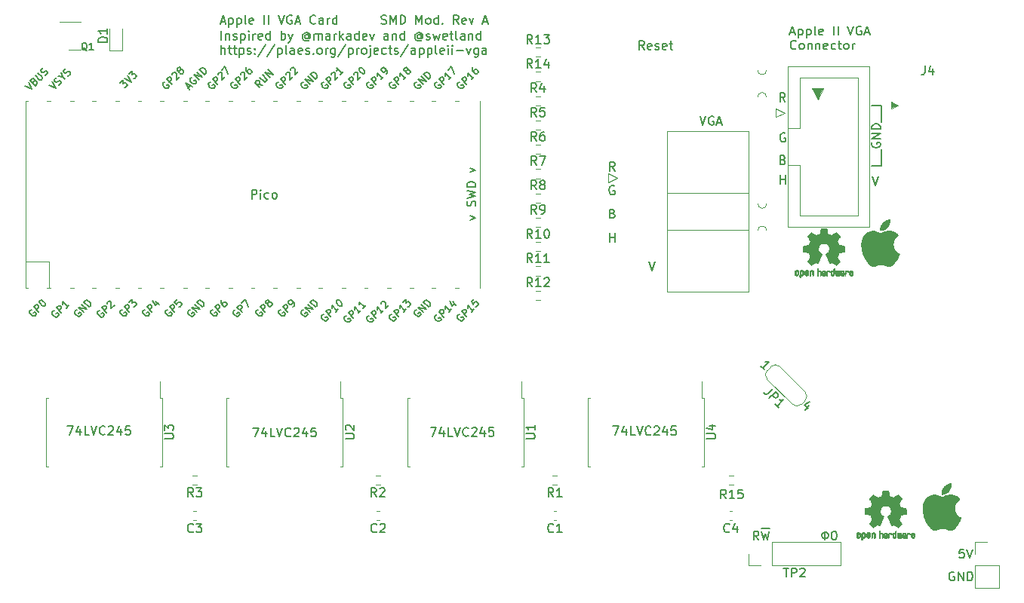
<source format=gbr>
%TF.GenerationSoftware,KiCad,Pcbnew,7.0.10-1.fc39*%
%TF.CreationDate,2024-01-28T21:12:05+02:00*%
%TF.ProjectId,AppleVGA,4170706c-6556-4474-912e-6b696361645f,B*%
%TF.SameCoordinates,Original*%
%TF.FileFunction,Legend,Top*%
%TF.FilePolarity,Positive*%
%FSLAX46Y46*%
G04 Gerber Fmt 4.6, Leading zero omitted, Abs format (unit mm)*
G04 Created by KiCad (PCBNEW 7.0.10-1.fc39) date 2024-01-28 21:12:05*
%MOMM*%
%LPD*%
G01*
G04 APERTURE LIST*
%ADD10C,0.150000*%
%ADD11C,0.152400*%
%ADD12C,0.025400*%
%ADD13C,0.100000*%
%ADD14C,0.120000*%
%ADD15C,0.010000*%
%ADD16C,0.016668*%
G04 APERTURE END LIST*
D10*
X104578379Y-70532619D02*
X104578379Y-69532619D01*
X105054569Y-69865952D02*
X105054569Y-70532619D01*
X105054569Y-69961190D02*
X105102188Y-69913571D01*
X105102188Y-69913571D02*
X105197426Y-69865952D01*
X105197426Y-69865952D02*
X105340283Y-69865952D01*
X105340283Y-69865952D02*
X105435521Y-69913571D01*
X105435521Y-69913571D02*
X105483140Y-70008809D01*
X105483140Y-70008809D02*
X105483140Y-70532619D01*
X105911712Y-70485000D02*
X106006950Y-70532619D01*
X106006950Y-70532619D02*
X106197426Y-70532619D01*
X106197426Y-70532619D02*
X106292664Y-70485000D01*
X106292664Y-70485000D02*
X106340283Y-70389761D01*
X106340283Y-70389761D02*
X106340283Y-70342142D01*
X106340283Y-70342142D02*
X106292664Y-70246904D01*
X106292664Y-70246904D02*
X106197426Y-70199285D01*
X106197426Y-70199285D02*
X106054569Y-70199285D01*
X106054569Y-70199285D02*
X105959331Y-70151666D01*
X105959331Y-70151666D02*
X105911712Y-70056428D01*
X105911712Y-70056428D02*
X105911712Y-70008809D01*
X105911712Y-70008809D02*
X105959331Y-69913571D01*
X105959331Y-69913571D02*
X106054569Y-69865952D01*
X106054569Y-69865952D02*
X106197426Y-69865952D01*
X106197426Y-69865952D02*
X106292664Y-69913571D01*
X106768855Y-69865952D02*
X106768855Y-70865952D01*
X106768855Y-69913571D02*
X106864093Y-69865952D01*
X106864093Y-69865952D02*
X107054569Y-69865952D01*
X107054569Y-69865952D02*
X107149807Y-69913571D01*
X107149807Y-69913571D02*
X107197426Y-69961190D01*
X107197426Y-69961190D02*
X107245045Y-70056428D01*
X107245045Y-70056428D02*
X107245045Y-70342142D01*
X107245045Y-70342142D02*
X107197426Y-70437380D01*
X107197426Y-70437380D02*
X107149807Y-70485000D01*
X107149807Y-70485000D02*
X107054569Y-70532619D01*
X107054569Y-70532619D02*
X106864093Y-70532619D01*
X106864093Y-70532619D02*
X106768855Y-70485000D01*
X107673617Y-70532619D02*
X107673617Y-69865952D01*
X107673617Y-69532619D02*
X107625998Y-69580238D01*
X107625998Y-69580238D02*
X107673617Y-69627857D01*
X107673617Y-69627857D02*
X107721236Y-69580238D01*
X107721236Y-69580238D02*
X107673617Y-69532619D01*
X107673617Y-69532619D02*
X107673617Y-69627857D01*
X108149807Y-70532619D02*
X108149807Y-69865952D01*
X108149807Y-70056428D02*
X108197426Y-69961190D01*
X108197426Y-69961190D02*
X108245045Y-69913571D01*
X108245045Y-69913571D02*
X108340283Y-69865952D01*
X108340283Y-69865952D02*
X108435521Y-69865952D01*
X109149807Y-70485000D02*
X109054569Y-70532619D01*
X109054569Y-70532619D02*
X108864093Y-70532619D01*
X108864093Y-70532619D02*
X108768855Y-70485000D01*
X108768855Y-70485000D02*
X108721236Y-70389761D01*
X108721236Y-70389761D02*
X108721236Y-70008809D01*
X108721236Y-70008809D02*
X108768855Y-69913571D01*
X108768855Y-69913571D02*
X108864093Y-69865952D01*
X108864093Y-69865952D02*
X109054569Y-69865952D01*
X109054569Y-69865952D02*
X109149807Y-69913571D01*
X109149807Y-69913571D02*
X109197426Y-70008809D01*
X109197426Y-70008809D02*
X109197426Y-70104047D01*
X109197426Y-70104047D02*
X108721236Y-70199285D01*
X110054569Y-70532619D02*
X110054569Y-69532619D01*
X110054569Y-70485000D02*
X109959331Y-70532619D01*
X109959331Y-70532619D02*
X109768855Y-70532619D01*
X109768855Y-70532619D02*
X109673617Y-70485000D01*
X109673617Y-70485000D02*
X109625998Y-70437380D01*
X109625998Y-70437380D02*
X109578379Y-70342142D01*
X109578379Y-70342142D02*
X109578379Y-70056428D01*
X109578379Y-70056428D02*
X109625998Y-69961190D01*
X109625998Y-69961190D02*
X109673617Y-69913571D01*
X109673617Y-69913571D02*
X109768855Y-69865952D01*
X109768855Y-69865952D02*
X109959331Y-69865952D01*
X109959331Y-69865952D02*
X110054569Y-69913571D01*
X111292665Y-70532619D02*
X111292665Y-69532619D01*
X111292665Y-69913571D02*
X111387903Y-69865952D01*
X111387903Y-69865952D02*
X111578379Y-69865952D01*
X111578379Y-69865952D02*
X111673617Y-69913571D01*
X111673617Y-69913571D02*
X111721236Y-69961190D01*
X111721236Y-69961190D02*
X111768855Y-70056428D01*
X111768855Y-70056428D02*
X111768855Y-70342142D01*
X111768855Y-70342142D02*
X111721236Y-70437380D01*
X111721236Y-70437380D02*
X111673617Y-70485000D01*
X111673617Y-70485000D02*
X111578379Y-70532619D01*
X111578379Y-70532619D02*
X111387903Y-70532619D01*
X111387903Y-70532619D02*
X111292665Y-70485000D01*
X112102189Y-69865952D02*
X112340284Y-70532619D01*
X112578379Y-69865952D02*
X112340284Y-70532619D01*
X112340284Y-70532619D02*
X112245046Y-70770714D01*
X112245046Y-70770714D02*
X112197427Y-70818333D01*
X112197427Y-70818333D02*
X112102189Y-70865952D01*
X114340284Y-70056428D02*
X114292665Y-70008809D01*
X114292665Y-70008809D02*
X114197427Y-69961190D01*
X114197427Y-69961190D02*
X114102189Y-69961190D01*
X114102189Y-69961190D02*
X114006951Y-70008809D01*
X114006951Y-70008809D02*
X113959332Y-70056428D01*
X113959332Y-70056428D02*
X113911713Y-70151666D01*
X113911713Y-70151666D02*
X113911713Y-70246904D01*
X113911713Y-70246904D02*
X113959332Y-70342142D01*
X113959332Y-70342142D02*
X114006951Y-70389761D01*
X114006951Y-70389761D02*
X114102189Y-70437380D01*
X114102189Y-70437380D02*
X114197427Y-70437380D01*
X114197427Y-70437380D02*
X114292665Y-70389761D01*
X114292665Y-70389761D02*
X114340284Y-70342142D01*
X114340284Y-69961190D02*
X114340284Y-70342142D01*
X114340284Y-70342142D02*
X114387903Y-70389761D01*
X114387903Y-70389761D02*
X114435522Y-70389761D01*
X114435522Y-70389761D02*
X114530761Y-70342142D01*
X114530761Y-70342142D02*
X114578380Y-70246904D01*
X114578380Y-70246904D02*
X114578380Y-70008809D01*
X114578380Y-70008809D02*
X114483142Y-69865952D01*
X114483142Y-69865952D02*
X114340284Y-69770714D01*
X114340284Y-69770714D02*
X114149808Y-69723095D01*
X114149808Y-69723095D02*
X113959332Y-69770714D01*
X113959332Y-69770714D02*
X113816475Y-69865952D01*
X113816475Y-69865952D02*
X113721237Y-70008809D01*
X113721237Y-70008809D02*
X113673618Y-70199285D01*
X113673618Y-70199285D02*
X113721237Y-70389761D01*
X113721237Y-70389761D02*
X113816475Y-70532619D01*
X113816475Y-70532619D02*
X113959332Y-70627857D01*
X113959332Y-70627857D02*
X114149808Y-70675476D01*
X114149808Y-70675476D02*
X114340284Y-70627857D01*
X114340284Y-70627857D02*
X114483142Y-70532619D01*
X115006951Y-70532619D02*
X115006951Y-69865952D01*
X115006951Y-69961190D02*
X115054570Y-69913571D01*
X115054570Y-69913571D02*
X115149808Y-69865952D01*
X115149808Y-69865952D02*
X115292665Y-69865952D01*
X115292665Y-69865952D02*
X115387903Y-69913571D01*
X115387903Y-69913571D02*
X115435522Y-70008809D01*
X115435522Y-70008809D02*
X115435522Y-70532619D01*
X115435522Y-70008809D02*
X115483141Y-69913571D01*
X115483141Y-69913571D02*
X115578379Y-69865952D01*
X115578379Y-69865952D02*
X115721236Y-69865952D01*
X115721236Y-69865952D02*
X115816475Y-69913571D01*
X115816475Y-69913571D02*
X115864094Y-70008809D01*
X115864094Y-70008809D02*
X115864094Y-70532619D01*
X116768855Y-70532619D02*
X116768855Y-70008809D01*
X116768855Y-70008809D02*
X116721236Y-69913571D01*
X116721236Y-69913571D02*
X116625998Y-69865952D01*
X116625998Y-69865952D02*
X116435522Y-69865952D01*
X116435522Y-69865952D02*
X116340284Y-69913571D01*
X116768855Y-70485000D02*
X116673617Y-70532619D01*
X116673617Y-70532619D02*
X116435522Y-70532619D01*
X116435522Y-70532619D02*
X116340284Y-70485000D01*
X116340284Y-70485000D02*
X116292665Y-70389761D01*
X116292665Y-70389761D02*
X116292665Y-70294523D01*
X116292665Y-70294523D02*
X116340284Y-70199285D01*
X116340284Y-70199285D02*
X116435522Y-70151666D01*
X116435522Y-70151666D02*
X116673617Y-70151666D01*
X116673617Y-70151666D02*
X116768855Y-70104047D01*
X117245046Y-70532619D02*
X117245046Y-69865952D01*
X117245046Y-70056428D02*
X117292665Y-69961190D01*
X117292665Y-69961190D02*
X117340284Y-69913571D01*
X117340284Y-69913571D02*
X117435522Y-69865952D01*
X117435522Y-69865952D02*
X117530760Y-69865952D01*
X117864094Y-70532619D02*
X117864094Y-69532619D01*
X117959332Y-70151666D02*
X118245046Y-70532619D01*
X118245046Y-69865952D02*
X117864094Y-70246904D01*
X119102189Y-70532619D02*
X119102189Y-70008809D01*
X119102189Y-70008809D02*
X119054570Y-69913571D01*
X119054570Y-69913571D02*
X118959332Y-69865952D01*
X118959332Y-69865952D02*
X118768856Y-69865952D01*
X118768856Y-69865952D02*
X118673618Y-69913571D01*
X119102189Y-70485000D02*
X119006951Y-70532619D01*
X119006951Y-70532619D02*
X118768856Y-70532619D01*
X118768856Y-70532619D02*
X118673618Y-70485000D01*
X118673618Y-70485000D02*
X118625999Y-70389761D01*
X118625999Y-70389761D02*
X118625999Y-70294523D01*
X118625999Y-70294523D02*
X118673618Y-70199285D01*
X118673618Y-70199285D02*
X118768856Y-70151666D01*
X118768856Y-70151666D02*
X119006951Y-70151666D01*
X119006951Y-70151666D02*
X119102189Y-70104047D01*
X120006951Y-70532619D02*
X120006951Y-69532619D01*
X120006951Y-70485000D02*
X119911713Y-70532619D01*
X119911713Y-70532619D02*
X119721237Y-70532619D01*
X119721237Y-70532619D02*
X119625999Y-70485000D01*
X119625999Y-70485000D02*
X119578380Y-70437380D01*
X119578380Y-70437380D02*
X119530761Y-70342142D01*
X119530761Y-70342142D02*
X119530761Y-70056428D01*
X119530761Y-70056428D02*
X119578380Y-69961190D01*
X119578380Y-69961190D02*
X119625999Y-69913571D01*
X119625999Y-69913571D02*
X119721237Y-69865952D01*
X119721237Y-69865952D02*
X119911713Y-69865952D01*
X119911713Y-69865952D02*
X120006951Y-69913571D01*
X120864094Y-70485000D02*
X120768856Y-70532619D01*
X120768856Y-70532619D02*
X120578380Y-70532619D01*
X120578380Y-70532619D02*
X120483142Y-70485000D01*
X120483142Y-70485000D02*
X120435523Y-70389761D01*
X120435523Y-70389761D02*
X120435523Y-70008809D01*
X120435523Y-70008809D02*
X120483142Y-69913571D01*
X120483142Y-69913571D02*
X120578380Y-69865952D01*
X120578380Y-69865952D02*
X120768856Y-69865952D01*
X120768856Y-69865952D02*
X120864094Y-69913571D01*
X120864094Y-69913571D02*
X120911713Y-70008809D01*
X120911713Y-70008809D02*
X120911713Y-70104047D01*
X120911713Y-70104047D02*
X120435523Y-70199285D01*
X121245047Y-69865952D02*
X121483142Y-70532619D01*
X121483142Y-70532619D02*
X121721237Y-69865952D01*
X123292666Y-70532619D02*
X123292666Y-70008809D01*
X123292666Y-70008809D02*
X123245047Y-69913571D01*
X123245047Y-69913571D02*
X123149809Y-69865952D01*
X123149809Y-69865952D02*
X122959333Y-69865952D01*
X122959333Y-69865952D02*
X122864095Y-69913571D01*
X123292666Y-70485000D02*
X123197428Y-70532619D01*
X123197428Y-70532619D02*
X122959333Y-70532619D01*
X122959333Y-70532619D02*
X122864095Y-70485000D01*
X122864095Y-70485000D02*
X122816476Y-70389761D01*
X122816476Y-70389761D02*
X122816476Y-70294523D01*
X122816476Y-70294523D02*
X122864095Y-70199285D01*
X122864095Y-70199285D02*
X122959333Y-70151666D01*
X122959333Y-70151666D02*
X123197428Y-70151666D01*
X123197428Y-70151666D02*
X123292666Y-70104047D01*
X123768857Y-69865952D02*
X123768857Y-70532619D01*
X123768857Y-69961190D02*
X123816476Y-69913571D01*
X123816476Y-69913571D02*
X123911714Y-69865952D01*
X123911714Y-69865952D02*
X124054571Y-69865952D01*
X124054571Y-69865952D02*
X124149809Y-69913571D01*
X124149809Y-69913571D02*
X124197428Y-70008809D01*
X124197428Y-70008809D02*
X124197428Y-70532619D01*
X125102190Y-70532619D02*
X125102190Y-69532619D01*
X125102190Y-70485000D02*
X125006952Y-70532619D01*
X125006952Y-70532619D02*
X124816476Y-70532619D01*
X124816476Y-70532619D02*
X124721238Y-70485000D01*
X124721238Y-70485000D02*
X124673619Y-70437380D01*
X124673619Y-70437380D02*
X124626000Y-70342142D01*
X124626000Y-70342142D02*
X124626000Y-70056428D01*
X124626000Y-70056428D02*
X124673619Y-69961190D01*
X124673619Y-69961190D02*
X124721238Y-69913571D01*
X124721238Y-69913571D02*
X124816476Y-69865952D01*
X124816476Y-69865952D02*
X125006952Y-69865952D01*
X125006952Y-69865952D02*
X125102190Y-69913571D01*
X126959333Y-70056428D02*
X126911714Y-70008809D01*
X126911714Y-70008809D02*
X126816476Y-69961190D01*
X126816476Y-69961190D02*
X126721238Y-69961190D01*
X126721238Y-69961190D02*
X126626000Y-70008809D01*
X126626000Y-70008809D02*
X126578381Y-70056428D01*
X126578381Y-70056428D02*
X126530762Y-70151666D01*
X126530762Y-70151666D02*
X126530762Y-70246904D01*
X126530762Y-70246904D02*
X126578381Y-70342142D01*
X126578381Y-70342142D02*
X126626000Y-70389761D01*
X126626000Y-70389761D02*
X126721238Y-70437380D01*
X126721238Y-70437380D02*
X126816476Y-70437380D01*
X126816476Y-70437380D02*
X126911714Y-70389761D01*
X126911714Y-70389761D02*
X126959333Y-70342142D01*
X126959333Y-69961190D02*
X126959333Y-70342142D01*
X126959333Y-70342142D02*
X127006952Y-70389761D01*
X127006952Y-70389761D02*
X127054571Y-70389761D01*
X127054571Y-70389761D02*
X127149810Y-70342142D01*
X127149810Y-70342142D02*
X127197429Y-70246904D01*
X127197429Y-70246904D02*
X127197429Y-70008809D01*
X127197429Y-70008809D02*
X127102191Y-69865952D01*
X127102191Y-69865952D02*
X126959333Y-69770714D01*
X126959333Y-69770714D02*
X126768857Y-69723095D01*
X126768857Y-69723095D02*
X126578381Y-69770714D01*
X126578381Y-69770714D02*
X126435524Y-69865952D01*
X126435524Y-69865952D02*
X126340286Y-70008809D01*
X126340286Y-70008809D02*
X126292667Y-70199285D01*
X126292667Y-70199285D02*
X126340286Y-70389761D01*
X126340286Y-70389761D02*
X126435524Y-70532619D01*
X126435524Y-70532619D02*
X126578381Y-70627857D01*
X126578381Y-70627857D02*
X126768857Y-70675476D01*
X126768857Y-70675476D02*
X126959333Y-70627857D01*
X126959333Y-70627857D02*
X127102191Y-70532619D01*
X127578381Y-70485000D02*
X127673619Y-70532619D01*
X127673619Y-70532619D02*
X127864095Y-70532619D01*
X127864095Y-70532619D02*
X127959333Y-70485000D01*
X127959333Y-70485000D02*
X128006952Y-70389761D01*
X128006952Y-70389761D02*
X128006952Y-70342142D01*
X128006952Y-70342142D02*
X127959333Y-70246904D01*
X127959333Y-70246904D02*
X127864095Y-70199285D01*
X127864095Y-70199285D02*
X127721238Y-70199285D01*
X127721238Y-70199285D02*
X127626000Y-70151666D01*
X127626000Y-70151666D02*
X127578381Y-70056428D01*
X127578381Y-70056428D02*
X127578381Y-70008809D01*
X127578381Y-70008809D02*
X127626000Y-69913571D01*
X127626000Y-69913571D02*
X127721238Y-69865952D01*
X127721238Y-69865952D02*
X127864095Y-69865952D01*
X127864095Y-69865952D02*
X127959333Y-69913571D01*
X128340286Y-69865952D02*
X128530762Y-70532619D01*
X128530762Y-70532619D02*
X128721238Y-70056428D01*
X128721238Y-70056428D02*
X128911714Y-70532619D01*
X128911714Y-70532619D02*
X129102190Y-69865952D01*
X129864095Y-70485000D02*
X129768857Y-70532619D01*
X129768857Y-70532619D02*
X129578381Y-70532619D01*
X129578381Y-70532619D02*
X129483143Y-70485000D01*
X129483143Y-70485000D02*
X129435524Y-70389761D01*
X129435524Y-70389761D02*
X129435524Y-70008809D01*
X129435524Y-70008809D02*
X129483143Y-69913571D01*
X129483143Y-69913571D02*
X129578381Y-69865952D01*
X129578381Y-69865952D02*
X129768857Y-69865952D01*
X129768857Y-69865952D02*
X129864095Y-69913571D01*
X129864095Y-69913571D02*
X129911714Y-70008809D01*
X129911714Y-70008809D02*
X129911714Y-70104047D01*
X129911714Y-70104047D02*
X129435524Y-70199285D01*
X130197429Y-69865952D02*
X130578381Y-69865952D01*
X130340286Y-69532619D02*
X130340286Y-70389761D01*
X130340286Y-70389761D02*
X130387905Y-70485000D01*
X130387905Y-70485000D02*
X130483143Y-70532619D01*
X130483143Y-70532619D02*
X130578381Y-70532619D01*
X131054572Y-70532619D02*
X130959334Y-70485000D01*
X130959334Y-70485000D02*
X130911715Y-70389761D01*
X130911715Y-70389761D02*
X130911715Y-69532619D01*
X131864096Y-70532619D02*
X131864096Y-70008809D01*
X131864096Y-70008809D02*
X131816477Y-69913571D01*
X131816477Y-69913571D02*
X131721239Y-69865952D01*
X131721239Y-69865952D02*
X131530763Y-69865952D01*
X131530763Y-69865952D02*
X131435525Y-69913571D01*
X131864096Y-70485000D02*
X131768858Y-70532619D01*
X131768858Y-70532619D02*
X131530763Y-70532619D01*
X131530763Y-70532619D02*
X131435525Y-70485000D01*
X131435525Y-70485000D02*
X131387906Y-70389761D01*
X131387906Y-70389761D02*
X131387906Y-70294523D01*
X131387906Y-70294523D02*
X131435525Y-70199285D01*
X131435525Y-70199285D02*
X131530763Y-70151666D01*
X131530763Y-70151666D02*
X131768858Y-70151666D01*
X131768858Y-70151666D02*
X131864096Y-70104047D01*
X132340287Y-69865952D02*
X132340287Y-70532619D01*
X132340287Y-69961190D02*
X132387906Y-69913571D01*
X132387906Y-69913571D02*
X132483144Y-69865952D01*
X132483144Y-69865952D02*
X132626001Y-69865952D01*
X132626001Y-69865952D02*
X132721239Y-69913571D01*
X132721239Y-69913571D02*
X132768858Y-70008809D01*
X132768858Y-70008809D02*
X132768858Y-70532619D01*
X133673620Y-70532619D02*
X133673620Y-69532619D01*
X133673620Y-70485000D02*
X133578382Y-70532619D01*
X133578382Y-70532619D02*
X133387906Y-70532619D01*
X133387906Y-70532619D02*
X133292668Y-70485000D01*
X133292668Y-70485000D02*
X133245049Y-70437380D01*
X133245049Y-70437380D02*
X133197430Y-70342142D01*
X133197430Y-70342142D02*
X133197430Y-70056428D01*
X133197430Y-70056428D02*
X133245049Y-69961190D01*
X133245049Y-69961190D02*
X133292668Y-69913571D01*
X133292668Y-69913571D02*
X133387906Y-69865952D01*
X133387906Y-69865952D02*
X133578382Y-69865952D01*
X133578382Y-69865952D02*
X133673620Y-69913571D01*
D11*
X177546000Y-77927200D02*
X178612800Y-77927200D01*
X178612800Y-77927200D02*
X178612800Y-79756000D01*
X178612800Y-84683600D02*
X178612800Y-82854800D01*
X177546000Y-84683600D02*
X178612800Y-84683600D01*
D12*
X171504800Y-77266800D02*
X170869800Y-75996800D01*
X172139800Y-75996800D01*
X171504800Y-77266800D01*
G36*
X171504800Y-77266800D02*
G01*
X170869800Y-75996800D01*
X172139800Y-75996800D01*
X171504800Y-77266800D01*
G37*
D10*
X186788588Y-130362438D02*
X186693350Y-130314819D01*
X186693350Y-130314819D02*
X186550493Y-130314819D01*
X186550493Y-130314819D02*
X186407636Y-130362438D01*
X186407636Y-130362438D02*
X186312398Y-130457676D01*
X186312398Y-130457676D02*
X186264779Y-130552914D01*
X186264779Y-130552914D02*
X186217160Y-130743390D01*
X186217160Y-130743390D02*
X186217160Y-130886247D01*
X186217160Y-130886247D02*
X186264779Y-131076723D01*
X186264779Y-131076723D02*
X186312398Y-131171961D01*
X186312398Y-131171961D02*
X186407636Y-131267200D01*
X186407636Y-131267200D02*
X186550493Y-131314819D01*
X186550493Y-131314819D02*
X186645731Y-131314819D01*
X186645731Y-131314819D02*
X186788588Y-131267200D01*
X186788588Y-131267200D02*
X186836207Y-131219580D01*
X186836207Y-131219580D02*
X186836207Y-130886247D01*
X186836207Y-130886247D02*
X186645731Y-130886247D01*
X187264779Y-131314819D02*
X187264779Y-130314819D01*
X187264779Y-130314819D02*
X187836207Y-131314819D01*
X187836207Y-131314819D02*
X187836207Y-130314819D01*
X188312398Y-131314819D02*
X188312398Y-130314819D01*
X188312398Y-130314819D02*
X188550493Y-130314819D01*
X188550493Y-130314819D02*
X188693350Y-130362438D01*
X188693350Y-130362438D02*
X188788588Y-130457676D01*
X188788588Y-130457676D02*
X188836207Y-130552914D01*
X188836207Y-130552914D02*
X188883826Y-130743390D01*
X188883826Y-130743390D02*
X188883826Y-130886247D01*
X188883826Y-130886247D02*
X188836207Y-131076723D01*
X188836207Y-131076723D02*
X188788588Y-131171961D01*
X188788588Y-131171961D02*
X188693350Y-131267200D01*
X188693350Y-131267200D02*
X188550493Y-131314819D01*
X188550493Y-131314819D02*
X188312398Y-131314819D01*
X148710807Y-85273086D02*
X148377474Y-84796895D01*
X148139379Y-85273086D02*
X148139379Y-84273086D01*
X148139379Y-84273086D02*
X148520331Y-84273086D01*
X148520331Y-84273086D02*
X148615569Y-84320705D01*
X148615569Y-84320705D02*
X148663188Y-84368324D01*
X148663188Y-84368324D02*
X148710807Y-84463562D01*
X148710807Y-84463562D02*
X148710807Y-84606419D01*
X148710807Y-84606419D02*
X148663188Y-84701657D01*
X148663188Y-84701657D02*
X148615569Y-84749276D01*
X148615569Y-84749276D02*
X148520331Y-84796895D01*
X148520331Y-84796895D02*
X148139379Y-84796895D01*
X104530760Y-68494304D02*
X105006950Y-68494304D01*
X104435522Y-68780019D02*
X104768855Y-67780019D01*
X104768855Y-67780019D02*
X105102188Y-68780019D01*
X105435522Y-68113352D02*
X105435522Y-69113352D01*
X105435522Y-68160971D02*
X105530760Y-68113352D01*
X105530760Y-68113352D02*
X105721236Y-68113352D01*
X105721236Y-68113352D02*
X105816474Y-68160971D01*
X105816474Y-68160971D02*
X105864093Y-68208590D01*
X105864093Y-68208590D02*
X105911712Y-68303828D01*
X105911712Y-68303828D02*
X105911712Y-68589542D01*
X105911712Y-68589542D02*
X105864093Y-68684780D01*
X105864093Y-68684780D02*
X105816474Y-68732400D01*
X105816474Y-68732400D02*
X105721236Y-68780019D01*
X105721236Y-68780019D02*
X105530760Y-68780019D01*
X105530760Y-68780019D02*
X105435522Y-68732400D01*
X106340284Y-68113352D02*
X106340284Y-69113352D01*
X106340284Y-68160971D02*
X106435522Y-68113352D01*
X106435522Y-68113352D02*
X106625998Y-68113352D01*
X106625998Y-68113352D02*
X106721236Y-68160971D01*
X106721236Y-68160971D02*
X106768855Y-68208590D01*
X106768855Y-68208590D02*
X106816474Y-68303828D01*
X106816474Y-68303828D02*
X106816474Y-68589542D01*
X106816474Y-68589542D02*
X106768855Y-68684780D01*
X106768855Y-68684780D02*
X106721236Y-68732400D01*
X106721236Y-68732400D02*
X106625998Y-68780019D01*
X106625998Y-68780019D02*
X106435522Y-68780019D01*
X106435522Y-68780019D02*
X106340284Y-68732400D01*
X107387903Y-68780019D02*
X107292665Y-68732400D01*
X107292665Y-68732400D02*
X107245046Y-68637161D01*
X107245046Y-68637161D02*
X107245046Y-67780019D01*
X108149808Y-68732400D02*
X108054570Y-68780019D01*
X108054570Y-68780019D02*
X107864094Y-68780019D01*
X107864094Y-68780019D02*
X107768856Y-68732400D01*
X107768856Y-68732400D02*
X107721237Y-68637161D01*
X107721237Y-68637161D02*
X107721237Y-68256209D01*
X107721237Y-68256209D02*
X107768856Y-68160971D01*
X107768856Y-68160971D02*
X107864094Y-68113352D01*
X107864094Y-68113352D02*
X108054570Y-68113352D01*
X108054570Y-68113352D02*
X108149808Y-68160971D01*
X108149808Y-68160971D02*
X108197427Y-68256209D01*
X108197427Y-68256209D02*
X108197427Y-68351447D01*
X108197427Y-68351447D02*
X107721237Y-68446685D01*
X109387904Y-68780019D02*
X109387904Y-67780019D01*
X109864094Y-68780019D02*
X109864094Y-67780019D01*
X110959332Y-67780019D02*
X111292665Y-68780019D01*
X111292665Y-68780019D02*
X111625998Y-67780019D01*
X112483141Y-67827638D02*
X112387903Y-67780019D01*
X112387903Y-67780019D02*
X112245046Y-67780019D01*
X112245046Y-67780019D02*
X112102189Y-67827638D01*
X112102189Y-67827638D02*
X112006951Y-67922876D01*
X112006951Y-67922876D02*
X111959332Y-68018114D01*
X111959332Y-68018114D02*
X111911713Y-68208590D01*
X111911713Y-68208590D02*
X111911713Y-68351447D01*
X111911713Y-68351447D02*
X111959332Y-68541923D01*
X111959332Y-68541923D02*
X112006951Y-68637161D01*
X112006951Y-68637161D02*
X112102189Y-68732400D01*
X112102189Y-68732400D02*
X112245046Y-68780019D01*
X112245046Y-68780019D02*
X112340284Y-68780019D01*
X112340284Y-68780019D02*
X112483141Y-68732400D01*
X112483141Y-68732400D02*
X112530760Y-68684780D01*
X112530760Y-68684780D02*
X112530760Y-68351447D01*
X112530760Y-68351447D02*
X112340284Y-68351447D01*
X112911713Y-68494304D02*
X113387903Y-68494304D01*
X112816475Y-68780019D02*
X113149808Y-67780019D01*
X113149808Y-67780019D02*
X113483141Y-68780019D01*
X115149808Y-68684780D02*
X115102189Y-68732400D01*
X115102189Y-68732400D02*
X114959332Y-68780019D01*
X114959332Y-68780019D02*
X114864094Y-68780019D01*
X114864094Y-68780019D02*
X114721237Y-68732400D01*
X114721237Y-68732400D02*
X114625999Y-68637161D01*
X114625999Y-68637161D02*
X114578380Y-68541923D01*
X114578380Y-68541923D02*
X114530761Y-68351447D01*
X114530761Y-68351447D02*
X114530761Y-68208590D01*
X114530761Y-68208590D02*
X114578380Y-68018114D01*
X114578380Y-68018114D02*
X114625999Y-67922876D01*
X114625999Y-67922876D02*
X114721237Y-67827638D01*
X114721237Y-67827638D02*
X114864094Y-67780019D01*
X114864094Y-67780019D02*
X114959332Y-67780019D01*
X114959332Y-67780019D02*
X115102189Y-67827638D01*
X115102189Y-67827638D02*
X115149808Y-67875257D01*
X116006951Y-68780019D02*
X116006951Y-68256209D01*
X116006951Y-68256209D02*
X115959332Y-68160971D01*
X115959332Y-68160971D02*
X115864094Y-68113352D01*
X115864094Y-68113352D02*
X115673618Y-68113352D01*
X115673618Y-68113352D02*
X115578380Y-68160971D01*
X116006951Y-68732400D02*
X115911713Y-68780019D01*
X115911713Y-68780019D02*
X115673618Y-68780019D01*
X115673618Y-68780019D02*
X115578380Y-68732400D01*
X115578380Y-68732400D02*
X115530761Y-68637161D01*
X115530761Y-68637161D02*
X115530761Y-68541923D01*
X115530761Y-68541923D02*
X115578380Y-68446685D01*
X115578380Y-68446685D02*
X115673618Y-68399066D01*
X115673618Y-68399066D02*
X115911713Y-68399066D01*
X115911713Y-68399066D02*
X116006951Y-68351447D01*
X116483142Y-68780019D02*
X116483142Y-68113352D01*
X116483142Y-68303828D02*
X116530761Y-68208590D01*
X116530761Y-68208590D02*
X116578380Y-68160971D01*
X116578380Y-68160971D02*
X116673618Y-68113352D01*
X116673618Y-68113352D02*
X116768856Y-68113352D01*
X117530761Y-68780019D02*
X117530761Y-67780019D01*
X117530761Y-68732400D02*
X117435523Y-68780019D01*
X117435523Y-68780019D02*
X117245047Y-68780019D01*
X117245047Y-68780019D02*
X117149809Y-68732400D01*
X117149809Y-68732400D02*
X117102190Y-68684780D01*
X117102190Y-68684780D02*
X117054571Y-68589542D01*
X117054571Y-68589542D02*
X117054571Y-68303828D01*
X117054571Y-68303828D02*
X117102190Y-68208590D01*
X117102190Y-68208590D02*
X117149809Y-68160971D01*
X117149809Y-68160971D02*
X117245047Y-68113352D01*
X117245047Y-68113352D02*
X117435523Y-68113352D01*
X117435523Y-68113352D02*
X117530761Y-68160971D01*
X122530763Y-68732400D02*
X122673620Y-68780019D01*
X122673620Y-68780019D02*
X122911715Y-68780019D01*
X122911715Y-68780019D02*
X123006953Y-68732400D01*
X123006953Y-68732400D02*
X123054572Y-68684780D01*
X123054572Y-68684780D02*
X123102191Y-68589542D01*
X123102191Y-68589542D02*
X123102191Y-68494304D01*
X123102191Y-68494304D02*
X123054572Y-68399066D01*
X123054572Y-68399066D02*
X123006953Y-68351447D01*
X123006953Y-68351447D02*
X122911715Y-68303828D01*
X122911715Y-68303828D02*
X122721239Y-68256209D01*
X122721239Y-68256209D02*
X122626001Y-68208590D01*
X122626001Y-68208590D02*
X122578382Y-68160971D01*
X122578382Y-68160971D02*
X122530763Y-68065733D01*
X122530763Y-68065733D02*
X122530763Y-67970495D01*
X122530763Y-67970495D02*
X122578382Y-67875257D01*
X122578382Y-67875257D02*
X122626001Y-67827638D01*
X122626001Y-67827638D02*
X122721239Y-67780019D01*
X122721239Y-67780019D02*
X122959334Y-67780019D01*
X122959334Y-67780019D02*
X123102191Y-67827638D01*
X123530763Y-68780019D02*
X123530763Y-67780019D01*
X123530763Y-67780019D02*
X123864096Y-68494304D01*
X123864096Y-68494304D02*
X124197429Y-67780019D01*
X124197429Y-67780019D02*
X124197429Y-68780019D01*
X124673620Y-68780019D02*
X124673620Y-67780019D01*
X124673620Y-67780019D02*
X124911715Y-67780019D01*
X124911715Y-67780019D02*
X125054572Y-67827638D01*
X125054572Y-67827638D02*
X125149810Y-67922876D01*
X125149810Y-67922876D02*
X125197429Y-68018114D01*
X125197429Y-68018114D02*
X125245048Y-68208590D01*
X125245048Y-68208590D02*
X125245048Y-68351447D01*
X125245048Y-68351447D02*
X125197429Y-68541923D01*
X125197429Y-68541923D02*
X125149810Y-68637161D01*
X125149810Y-68637161D02*
X125054572Y-68732400D01*
X125054572Y-68732400D02*
X124911715Y-68780019D01*
X124911715Y-68780019D02*
X124673620Y-68780019D01*
X126435525Y-68780019D02*
X126435525Y-67780019D01*
X126435525Y-67780019D02*
X126768858Y-68494304D01*
X126768858Y-68494304D02*
X127102191Y-67780019D01*
X127102191Y-67780019D02*
X127102191Y-68780019D01*
X127721239Y-68780019D02*
X127626001Y-68732400D01*
X127626001Y-68732400D02*
X127578382Y-68684780D01*
X127578382Y-68684780D02*
X127530763Y-68589542D01*
X127530763Y-68589542D02*
X127530763Y-68303828D01*
X127530763Y-68303828D02*
X127578382Y-68208590D01*
X127578382Y-68208590D02*
X127626001Y-68160971D01*
X127626001Y-68160971D02*
X127721239Y-68113352D01*
X127721239Y-68113352D02*
X127864096Y-68113352D01*
X127864096Y-68113352D02*
X127959334Y-68160971D01*
X127959334Y-68160971D02*
X128006953Y-68208590D01*
X128006953Y-68208590D02*
X128054572Y-68303828D01*
X128054572Y-68303828D02*
X128054572Y-68589542D01*
X128054572Y-68589542D02*
X128006953Y-68684780D01*
X128006953Y-68684780D02*
X127959334Y-68732400D01*
X127959334Y-68732400D02*
X127864096Y-68780019D01*
X127864096Y-68780019D02*
X127721239Y-68780019D01*
X128911715Y-68780019D02*
X128911715Y-67780019D01*
X128911715Y-68732400D02*
X128816477Y-68780019D01*
X128816477Y-68780019D02*
X128626001Y-68780019D01*
X128626001Y-68780019D02*
X128530763Y-68732400D01*
X128530763Y-68732400D02*
X128483144Y-68684780D01*
X128483144Y-68684780D02*
X128435525Y-68589542D01*
X128435525Y-68589542D02*
X128435525Y-68303828D01*
X128435525Y-68303828D02*
X128483144Y-68208590D01*
X128483144Y-68208590D02*
X128530763Y-68160971D01*
X128530763Y-68160971D02*
X128626001Y-68113352D01*
X128626001Y-68113352D02*
X128816477Y-68113352D01*
X128816477Y-68113352D02*
X128911715Y-68160971D01*
X129387906Y-68684780D02*
X129435525Y-68732400D01*
X129435525Y-68732400D02*
X129387906Y-68780019D01*
X129387906Y-68780019D02*
X129340287Y-68732400D01*
X129340287Y-68732400D02*
X129387906Y-68684780D01*
X129387906Y-68684780D02*
X129387906Y-68780019D01*
X131197429Y-68780019D02*
X130864096Y-68303828D01*
X130626001Y-68780019D02*
X130626001Y-67780019D01*
X130626001Y-67780019D02*
X131006953Y-67780019D01*
X131006953Y-67780019D02*
X131102191Y-67827638D01*
X131102191Y-67827638D02*
X131149810Y-67875257D01*
X131149810Y-67875257D02*
X131197429Y-67970495D01*
X131197429Y-67970495D02*
X131197429Y-68113352D01*
X131197429Y-68113352D02*
X131149810Y-68208590D01*
X131149810Y-68208590D02*
X131102191Y-68256209D01*
X131102191Y-68256209D02*
X131006953Y-68303828D01*
X131006953Y-68303828D02*
X130626001Y-68303828D01*
X132006953Y-68732400D02*
X131911715Y-68780019D01*
X131911715Y-68780019D02*
X131721239Y-68780019D01*
X131721239Y-68780019D02*
X131626001Y-68732400D01*
X131626001Y-68732400D02*
X131578382Y-68637161D01*
X131578382Y-68637161D02*
X131578382Y-68256209D01*
X131578382Y-68256209D02*
X131626001Y-68160971D01*
X131626001Y-68160971D02*
X131721239Y-68113352D01*
X131721239Y-68113352D02*
X131911715Y-68113352D01*
X131911715Y-68113352D02*
X132006953Y-68160971D01*
X132006953Y-68160971D02*
X132054572Y-68256209D01*
X132054572Y-68256209D02*
X132054572Y-68351447D01*
X132054572Y-68351447D02*
X131578382Y-68446685D01*
X132387906Y-68113352D02*
X132626001Y-68780019D01*
X132626001Y-68780019D02*
X132864096Y-68113352D01*
X133959335Y-68494304D02*
X134435525Y-68494304D01*
X133864097Y-68780019D02*
X134197430Y-67780019D01*
X134197430Y-67780019D02*
X134530763Y-68780019D01*
X167316379Y-86737819D02*
X167316379Y-85737819D01*
X167316379Y-86214009D02*
X167887807Y-86214009D01*
X167887807Y-86737819D02*
X167887807Y-85737819D01*
X152593922Y-95466019D02*
X152927255Y-96466019D01*
X152927255Y-96466019D02*
X153260588Y-95466019D01*
X177638322Y-85890219D02*
X177971655Y-86890219D01*
X177971655Y-86890219D02*
X178304988Y-85890219D01*
X148139379Y-93248686D02*
X148139379Y-92248686D01*
X148139379Y-92724876D02*
X148710807Y-92724876D01*
X148710807Y-93248686D02*
X148710807Y-92248686D01*
X168437160Y-69729104D02*
X168913350Y-69729104D01*
X168341922Y-70014819D02*
X168675255Y-69014819D01*
X168675255Y-69014819D02*
X169008588Y-70014819D01*
X169341922Y-69348152D02*
X169341922Y-70348152D01*
X169341922Y-69395771D02*
X169437160Y-69348152D01*
X169437160Y-69348152D02*
X169627636Y-69348152D01*
X169627636Y-69348152D02*
X169722874Y-69395771D01*
X169722874Y-69395771D02*
X169770493Y-69443390D01*
X169770493Y-69443390D02*
X169818112Y-69538628D01*
X169818112Y-69538628D02*
X169818112Y-69824342D01*
X169818112Y-69824342D02*
X169770493Y-69919580D01*
X169770493Y-69919580D02*
X169722874Y-69967200D01*
X169722874Y-69967200D02*
X169627636Y-70014819D01*
X169627636Y-70014819D02*
X169437160Y-70014819D01*
X169437160Y-70014819D02*
X169341922Y-69967200D01*
X170246684Y-69348152D02*
X170246684Y-70348152D01*
X170246684Y-69395771D02*
X170341922Y-69348152D01*
X170341922Y-69348152D02*
X170532398Y-69348152D01*
X170532398Y-69348152D02*
X170627636Y-69395771D01*
X170627636Y-69395771D02*
X170675255Y-69443390D01*
X170675255Y-69443390D02*
X170722874Y-69538628D01*
X170722874Y-69538628D02*
X170722874Y-69824342D01*
X170722874Y-69824342D02*
X170675255Y-69919580D01*
X170675255Y-69919580D02*
X170627636Y-69967200D01*
X170627636Y-69967200D02*
X170532398Y-70014819D01*
X170532398Y-70014819D02*
X170341922Y-70014819D01*
X170341922Y-70014819D02*
X170246684Y-69967200D01*
X171294303Y-70014819D02*
X171199065Y-69967200D01*
X171199065Y-69967200D02*
X171151446Y-69871961D01*
X171151446Y-69871961D02*
X171151446Y-69014819D01*
X172056208Y-69967200D02*
X171960970Y-70014819D01*
X171960970Y-70014819D02*
X171770494Y-70014819D01*
X171770494Y-70014819D02*
X171675256Y-69967200D01*
X171675256Y-69967200D02*
X171627637Y-69871961D01*
X171627637Y-69871961D02*
X171627637Y-69491009D01*
X171627637Y-69491009D02*
X171675256Y-69395771D01*
X171675256Y-69395771D02*
X171770494Y-69348152D01*
X171770494Y-69348152D02*
X171960970Y-69348152D01*
X171960970Y-69348152D02*
X172056208Y-69395771D01*
X172056208Y-69395771D02*
X172103827Y-69491009D01*
X172103827Y-69491009D02*
X172103827Y-69586247D01*
X172103827Y-69586247D02*
X171627637Y-69681485D01*
X173294304Y-70014819D02*
X173294304Y-69014819D01*
X173770494Y-70014819D02*
X173770494Y-69014819D01*
X174865732Y-69014819D02*
X175199065Y-70014819D01*
X175199065Y-70014819D02*
X175532398Y-69014819D01*
X176389541Y-69062438D02*
X176294303Y-69014819D01*
X176294303Y-69014819D02*
X176151446Y-69014819D01*
X176151446Y-69014819D02*
X176008589Y-69062438D01*
X176008589Y-69062438D02*
X175913351Y-69157676D01*
X175913351Y-69157676D02*
X175865732Y-69252914D01*
X175865732Y-69252914D02*
X175818113Y-69443390D01*
X175818113Y-69443390D02*
X175818113Y-69586247D01*
X175818113Y-69586247D02*
X175865732Y-69776723D01*
X175865732Y-69776723D02*
X175913351Y-69871961D01*
X175913351Y-69871961D02*
X176008589Y-69967200D01*
X176008589Y-69967200D02*
X176151446Y-70014819D01*
X176151446Y-70014819D02*
X176246684Y-70014819D01*
X176246684Y-70014819D02*
X176389541Y-69967200D01*
X176389541Y-69967200D02*
X176437160Y-69919580D01*
X176437160Y-69919580D02*
X176437160Y-69586247D01*
X176437160Y-69586247D02*
X176246684Y-69586247D01*
X176818113Y-69729104D02*
X177294303Y-69729104D01*
X176722875Y-70014819D02*
X177056208Y-69014819D01*
X177056208Y-69014819D02*
X177389541Y-70014819D01*
X169056207Y-71529580D02*
X169008588Y-71577200D01*
X169008588Y-71577200D02*
X168865731Y-71624819D01*
X168865731Y-71624819D02*
X168770493Y-71624819D01*
X168770493Y-71624819D02*
X168627636Y-71577200D01*
X168627636Y-71577200D02*
X168532398Y-71481961D01*
X168532398Y-71481961D02*
X168484779Y-71386723D01*
X168484779Y-71386723D02*
X168437160Y-71196247D01*
X168437160Y-71196247D02*
X168437160Y-71053390D01*
X168437160Y-71053390D02*
X168484779Y-70862914D01*
X168484779Y-70862914D02*
X168532398Y-70767676D01*
X168532398Y-70767676D02*
X168627636Y-70672438D01*
X168627636Y-70672438D02*
X168770493Y-70624819D01*
X168770493Y-70624819D02*
X168865731Y-70624819D01*
X168865731Y-70624819D02*
X169008588Y-70672438D01*
X169008588Y-70672438D02*
X169056207Y-70720057D01*
X169627636Y-71624819D02*
X169532398Y-71577200D01*
X169532398Y-71577200D02*
X169484779Y-71529580D01*
X169484779Y-71529580D02*
X169437160Y-71434342D01*
X169437160Y-71434342D02*
X169437160Y-71148628D01*
X169437160Y-71148628D02*
X169484779Y-71053390D01*
X169484779Y-71053390D02*
X169532398Y-71005771D01*
X169532398Y-71005771D02*
X169627636Y-70958152D01*
X169627636Y-70958152D02*
X169770493Y-70958152D01*
X169770493Y-70958152D02*
X169865731Y-71005771D01*
X169865731Y-71005771D02*
X169913350Y-71053390D01*
X169913350Y-71053390D02*
X169960969Y-71148628D01*
X169960969Y-71148628D02*
X169960969Y-71434342D01*
X169960969Y-71434342D02*
X169913350Y-71529580D01*
X169913350Y-71529580D02*
X169865731Y-71577200D01*
X169865731Y-71577200D02*
X169770493Y-71624819D01*
X169770493Y-71624819D02*
X169627636Y-71624819D01*
X170389541Y-70958152D02*
X170389541Y-71624819D01*
X170389541Y-71053390D02*
X170437160Y-71005771D01*
X170437160Y-71005771D02*
X170532398Y-70958152D01*
X170532398Y-70958152D02*
X170675255Y-70958152D01*
X170675255Y-70958152D02*
X170770493Y-71005771D01*
X170770493Y-71005771D02*
X170818112Y-71101009D01*
X170818112Y-71101009D02*
X170818112Y-71624819D01*
X171294303Y-70958152D02*
X171294303Y-71624819D01*
X171294303Y-71053390D02*
X171341922Y-71005771D01*
X171341922Y-71005771D02*
X171437160Y-70958152D01*
X171437160Y-70958152D02*
X171580017Y-70958152D01*
X171580017Y-70958152D02*
X171675255Y-71005771D01*
X171675255Y-71005771D02*
X171722874Y-71101009D01*
X171722874Y-71101009D02*
X171722874Y-71624819D01*
X172580017Y-71577200D02*
X172484779Y-71624819D01*
X172484779Y-71624819D02*
X172294303Y-71624819D01*
X172294303Y-71624819D02*
X172199065Y-71577200D01*
X172199065Y-71577200D02*
X172151446Y-71481961D01*
X172151446Y-71481961D02*
X172151446Y-71101009D01*
X172151446Y-71101009D02*
X172199065Y-71005771D01*
X172199065Y-71005771D02*
X172294303Y-70958152D01*
X172294303Y-70958152D02*
X172484779Y-70958152D01*
X172484779Y-70958152D02*
X172580017Y-71005771D01*
X172580017Y-71005771D02*
X172627636Y-71101009D01*
X172627636Y-71101009D02*
X172627636Y-71196247D01*
X172627636Y-71196247D02*
X172151446Y-71291485D01*
X173484779Y-71577200D02*
X173389541Y-71624819D01*
X173389541Y-71624819D02*
X173199065Y-71624819D01*
X173199065Y-71624819D02*
X173103827Y-71577200D01*
X173103827Y-71577200D02*
X173056208Y-71529580D01*
X173056208Y-71529580D02*
X173008589Y-71434342D01*
X173008589Y-71434342D02*
X173008589Y-71148628D01*
X173008589Y-71148628D02*
X173056208Y-71053390D01*
X173056208Y-71053390D02*
X173103827Y-71005771D01*
X173103827Y-71005771D02*
X173199065Y-70958152D01*
X173199065Y-70958152D02*
X173389541Y-70958152D01*
X173389541Y-70958152D02*
X173484779Y-71005771D01*
X173770494Y-70958152D02*
X174151446Y-70958152D01*
X173913351Y-70624819D02*
X173913351Y-71481961D01*
X173913351Y-71481961D02*
X173960970Y-71577200D01*
X173960970Y-71577200D02*
X174056208Y-71624819D01*
X174056208Y-71624819D02*
X174151446Y-71624819D01*
X174627637Y-71624819D02*
X174532399Y-71577200D01*
X174532399Y-71577200D02*
X174484780Y-71529580D01*
X174484780Y-71529580D02*
X174437161Y-71434342D01*
X174437161Y-71434342D02*
X174437161Y-71148628D01*
X174437161Y-71148628D02*
X174484780Y-71053390D01*
X174484780Y-71053390D02*
X174532399Y-71005771D01*
X174532399Y-71005771D02*
X174627637Y-70958152D01*
X174627637Y-70958152D02*
X174770494Y-70958152D01*
X174770494Y-70958152D02*
X174865732Y-71005771D01*
X174865732Y-71005771D02*
X174913351Y-71053390D01*
X174913351Y-71053390D02*
X174960970Y-71148628D01*
X174960970Y-71148628D02*
X174960970Y-71434342D01*
X174960970Y-71434342D02*
X174913351Y-71529580D01*
X174913351Y-71529580D02*
X174865732Y-71577200D01*
X174865732Y-71577200D02*
X174770494Y-71624819D01*
X174770494Y-71624819D02*
X174627637Y-71624819D01*
X175389542Y-71624819D02*
X175389542Y-70958152D01*
X175389542Y-71148628D02*
X175437161Y-71053390D01*
X175437161Y-71053390D02*
X175484780Y-71005771D01*
X175484780Y-71005771D02*
X175580018Y-70958152D01*
X175580018Y-70958152D02*
X175675256Y-70958152D01*
X148663188Y-86979238D02*
X148567950Y-86931619D01*
X148567950Y-86931619D02*
X148425093Y-86931619D01*
X148425093Y-86931619D02*
X148282236Y-86979238D01*
X148282236Y-86979238D02*
X148186998Y-87074476D01*
X148186998Y-87074476D02*
X148139379Y-87169714D01*
X148139379Y-87169714D02*
X148091760Y-87360190D01*
X148091760Y-87360190D02*
X148091760Y-87503047D01*
X148091760Y-87503047D02*
X148139379Y-87693523D01*
X148139379Y-87693523D02*
X148186998Y-87788761D01*
X148186998Y-87788761D02*
X148282236Y-87884000D01*
X148282236Y-87884000D02*
X148425093Y-87931619D01*
X148425093Y-87931619D02*
X148520331Y-87931619D01*
X148520331Y-87931619D02*
X148663188Y-87884000D01*
X148663188Y-87884000D02*
X148710807Y-87836380D01*
X148710807Y-87836380D02*
X148710807Y-87503047D01*
X148710807Y-87503047D02*
X148520331Y-87503047D01*
X187883969Y-127774819D02*
X187407779Y-127774819D01*
X187407779Y-127774819D02*
X187360160Y-128251009D01*
X187360160Y-128251009D02*
X187407779Y-128203390D01*
X187407779Y-128203390D02*
X187503017Y-128155771D01*
X187503017Y-128155771D02*
X187741112Y-128155771D01*
X187741112Y-128155771D02*
X187836350Y-128203390D01*
X187836350Y-128203390D02*
X187883969Y-128251009D01*
X187883969Y-128251009D02*
X187931588Y-128346247D01*
X187931588Y-128346247D02*
X187931588Y-128584342D01*
X187931588Y-128584342D02*
X187883969Y-128679580D01*
X187883969Y-128679580D02*
X187836350Y-128727200D01*
X187836350Y-128727200D02*
X187741112Y-128774819D01*
X187741112Y-128774819D02*
X187503017Y-128774819D01*
X187503017Y-128774819D02*
X187407779Y-128727200D01*
X187407779Y-128727200D02*
X187360160Y-128679580D01*
X188217303Y-127774819D02*
X188550636Y-128774819D01*
X188550636Y-128774819D02*
X188883969Y-127774819D01*
X167840188Y-81061038D02*
X167744950Y-81013419D01*
X167744950Y-81013419D02*
X167602093Y-81013419D01*
X167602093Y-81013419D02*
X167459236Y-81061038D01*
X167459236Y-81061038D02*
X167363998Y-81156276D01*
X167363998Y-81156276D02*
X167316379Y-81251514D01*
X167316379Y-81251514D02*
X167268760Y-81441990D01*
X167268760Y-81441990D02*
X167268760Y-81584847D01*
X167268760Y-81584847D02*
X167316379Y-81775323D01*
X167316379Y-81775323D02*
X167363998Y-81870561D01*
X167363998Y-81870561D02*
X167459236Y-81965800D01*
X167459236Y-81965800D02*
X167602093Y-82013419D01*
X167602093Y-82013419D02*
X167697331Y-82013419D01*
X167697331Y-82013419D02*
X167840188Y-81965800D01*
X167840188Y-81965800D02*
X167887807Y-81918180D01*
X167887807Y-81918180D02*
X167887807Y-81584847D01*
X167887807Y-81584847D02*
X167697331Y-81584847D01*
X177581038Y-82095811D02*
X177533419Y-82191049D01*
X177533419Y-82191049D02*
X177533419Y-82333906D01*
X177533419Y-82333906D02*
X177581038Y-82476763D01*
X177581038Y-82476763D02*
X177676276Y-82572001D01*
X177676276Y-82572001D02*
X177771514Y-82619620D01*
X177771514Y-82619620D02*
X177961990Y-82667239D01*
X177961990Y-82667239D02*
X178104847Y-82667239D01*
X178104847Y-82667239D02*
X178295323Y-82619620D01*
X178295323Y-82619620D02*
X178390561Y-82572001D01*
X178390561Y-82572001D02*
X178485800Y-82476763D01*
X178485800Y-82476763D02*
X178533419Y-82333906D01*
X178533419Y-82333906D02*
X178533419Y-82238668D01*
X178533419Y-82238668D02*
X178485800Y-82095811D01*
X178485800Y-82095811D02*
X178438180Y-82048192D01*
X178438180Y-82048192D02*
X178104847Y-82048192D01*
X178104847Y-82048192D02*
X178104847Y-82238668D01*
X178533419Y-81619620D02*
X177533419Y-81619620D01*
X177533419Y-81619620D02*
X178533419Y-81048192D01*
X178533419Y-81048192D02*
X177533419Y-81048192D01*
X178533419Y-80572001D02*
X177533419Y-80572001D01*
X177533419Y-80572001D02*
X177533419Y-80333906D01*
X177533419Y-80333906D02*
X177581038Y-80191049D01*
X177581038Y-80191049D02*
X177676276Y-80095811D01*
X177676276Y-80095811D02*
X177771514Y-80048192D01*
X177771514Y-80048192D02*
X177961990Y-80000573D01*
X177961990Y-80000573D02*
X178104847Y-80000573D01*
X178104847Y-80000573D02*
X178295323Y-80048192D01*
X178295323Y-80048192D02*
X178390561Y-80095811D01*
X178390561Y-80095811D02*
X178485800Y-80191049D01*
X178485800Y-80191049D02*
X178533419Y-80333906D01*
X178533419Y-80333906D02*
X178533419Y-80572001D01*
X164865207Y-126742819D02*
X164531874Y-126266628D01*
X164293779Y-126742819D02*
X164293779Y-125742819D01*
X164293779Y-125742819D02*
X164674731Y-125742819D01*
X164674731Y-125742819D02*
X164769969Y-125790438D01*
X164769969Y-125790438D02*
X164817588Y-125838057D01*
X164817588Y-125838057D02*
X164865207Y-125933295D01*
X164865207Y-125933295D02*
X164865207Y-126076152D01*
X164865207Y-126076152D02*
X164817588Y-126171390D01*
X164817588Y-126171390D02*
X164769969Y-126219009D01*
X164769969Y-126219009D02*
X164674731Y-126266628D01*
X164674731Y-126266628D02*
X164293779Y-126266628D01*
X165198541Y-125742819D02*
X165436636Y-126742819D01*
X165436636Y-126742819D02*
X165627112Y-126028533D01*
X165627112Y-126028533D02*
X165817588Y-126742819D01*
X165817588Y-126742819D02*
X166055684Y-125742819D01*
X165155684Y-125465200D02*
X166098541Y-125465200D01*
X167837007Y-77492219D02*
X167503674Y-77016028D01*
X167265579Y-77492219D02*
X167265579Y-76492219D01*
X167265579Y-76492219D02*
X167646531Y-76492219D01*
X167646531Y-76492219D02*
X167741769Y-76539838D01*
X167741769Y-76539838D02*
X167789388Y-76587457D01*
X167789388Y-76587457D02*
X167837007Y-76682695D01*
X167837007Y-76682695D02*
X167837007Y-76825552D01*
X167837007Y-76825552D02*
X167789388Y-76920790D01*
X167789388Y-76920790D02*
X167741769Y-76968409D01*
X167741769Y-76968409D02*
X167646531Y-77016028D01*
X167646531Y-77016028D02*
X167265579Y-77016028D01*
X148472712Y-90066342D02*
X148615569Y-90113961D01*
X148615569Y-90113961D02*
X148663188Y-90161580D01*
X148663188Y-90161580D02*
X148710807Y-90256818D01*
X148710807Y-90256818D02*
X148710807Y-90399675D01*
X148710807Y-90399675D02*
X148663188Y-90494913D01*
X148663188Y-90494913D02*
X148615569Y-90542533D01*
X148615569Y-90542533D02*
X148520331Y-90590152D01*
X148520331Y-90590152D02*
X148139379Y-90590152D01*
X148139379Y-90590152D02*
X148139379Y-89590152D01*
X148139379Y-89590152D02*
X148472712Y-89590152D01*
X148472712Y-89590152D02*
X148567950Y-89637771D01*
X148567950Y-89637771D02*
X148615569Y-89685390D01*
X148615569Y-89685390D02*
X148663188Y-89780628D01*
X148663188Y-89780628D02*
X148663188Y-89875866D01*
X148663188Y-89875866D02*
X148615569Y-89971104D01*
X148615569Y-89971104D02*
X148567950Y-90018723D01*
X148567950Y-90018723D02*
X148472712Y-90066342D01*
X148472712Y-90066342D02*
X148139379Y-90066342D01*
X104578379Y-72158219D02*
X104578379Y-71158219D01*
X105006950Y-72158219D02*
X105006950Y-71634409D01*
X105006950Y-71634409D02*
X104959331Y-71539171D01*
X104959331Y-71539171D02*
X104864093Y-71491552D01*
X104864093Y-71491552D02*
X104721236Y-71491552D01*
X104721236Y-71491552D02*
X104625998Y-71539171D01*
X104625998Y-71539171D02*
X104578379Y-71586790D01*
X105340284Y-71491552D02*
X105721236Y-71491552D01*
X105483141Y-71158219D02*
X105483141Y-72015361D01*
X105483141Y-72015361D02*
X105530760Y-72110600D01*
X105530760Y-72110600D02*
X105625998Y-72158219D01*
X105625998Y-72158219D02*
X105721236Y-72158219D01*
X105911713Y-71491552D02*
X106292665Y-71491552D01*
X106054570Y-71158219D02*
X106054570Y-72015361D01*
X106054570Y-72015361D02*
X106102189Y-72110600D01*
X106102189Y-72110600D02*
X106197427Y-72158219D01*
X106197427Y-72158219D02*
X106292665Y-72158219D01*
X106625999Y-71491552D02*
X106625999Y-72491552D01*
X106625999Y-71539171D02*
X106721237Y-71491552D01*
X106721237Y-71491552D02*
X106911713Y-71491552D01*
X106911713Y-71491552D02*
X107006951Y-71539171D01*
X107006951Y-71539171D02*
X107054570Y-71586790D01*
X107054570Y-71586790D02*
X107102189Y-71682028D01*
X107102189Y-71682028D02*
X107102189Y-71967742D01*
X107102189Y-71967742D02*
X107054570Y-72062980D01*
X107054570Y-72062980D02*
X107006951Y-72110600D01*
X107006951Y-72110600D02*
X106911713Y-72158219D01*
X106911713Y-72158219D02*
X106721237Y-72158219D01*
X106721237Y-72158219D02*
X106625999Y-72110600D01*
X107483142Y-72110600D02*
X107578380Y-72158219D01*
X107578380Y-72158219D02*
X107768856Y-72158219D01*
X107768856Y-72158219D02*
X107864094Y-72110600D01*
X107864094Y-72110600D02*
X107911713Y-72015361D01*
X107911713Y-72015361D02*
X107911713Y-71967742D01*
X107911713Y-71967742D02*
X107864094Y-71872504D01*
X107864094Y-71872504D02*
X107768856Y-71824885D01*
X107768856Y-71824885D02*
X107625999Y-71824885D01*
X107625999Y-71824885D02*
X107530761Y-71777266D01*
X107530761Y-71777266D02*
X107483142Y-71682028D01*
X107483142Y-71682028D02*
X107483142Y-71634409D01*
X107483142Y-71634409D02*
X107530761Y-71539171D01*
X107530761Y-71539171D02*
X107625999Y-71491552D01*
X107625999Y-71491552D02*
X107768856Y-71491552D01*
X107768856Y-71491552D02*
X107864094Y-71539171D01*
X108340285Y-72062980D02*
X108387904Y-72110600D01*
X108387904Y-72110600D02*
X108340285Y-72158219D01*
X108340285Y-72158219D02*
X108292666Y-72110600D01*
X108292666Y-72110600D02*
X108340285Y-72062980D01*
X108340285Y-72062980D02*
X108340285Y-72158219D01*
X108340285Y-71539171D02*
X108387904Y-71586790D01*
X108387904Y-71586790D02*
X108340285Y-71634409D01*
X108340285Y-71634409D02*
X108292666Y-71586790D01*
X108292666Y-71586790D02*
X108340285Y-71539171D01*
X108340285Y-71539171D02*
X108340285Y-71634409D01*
X109530760Y-71110600D02*
X108673618Y-72396314D01*
X110578379Y-71110600D02*
X109721237Y-72396314D01*
X110911713Y-71491552D02*
X110911713Y-72491552D01*
X110911713Y-71539171D02*
X111006951Y-71491552D01*
X111006951Y-71491552D02*
X111197427Y-71491552D01*
X111197427Y-71491552D02*
X111292665Y-71539171D01*
X111292665Y-71539171D02*
X111340284Y-71586790D01*
X111340284Y-71586790D02*
X111387903Y-71682028D01*
X111387903Y-71682028D02*
X111387903Y-71967742D01*
X111387903Y-71967742D02*
X111340284Y-72062980D01*
X111340284Y-72062980D02*
X111292665Y-72110600D01*
X111292665Y-72110600D02*
X111197427Y-72158219D01*
X111197427Y-72158219D02*
X111006951Y-72158219D01*
X111006951Y-72158219D02*
X110911713Y-72110600D01*
X111959332Y-72158219D02*
X111864094Y-72110600D01*
X111864094Y-72110600D02*
X111816475Y-72015361D01*
X111816475Y-72015361D02*
X111816475Y-71158219D01*
X112768856Y-72158219D02*
X112768856Y-71634409D01*
X112768856Y-71634409D02*
X112721237Y-71539171D01*
X112721237Y-71539171D02*
X112625999Y-71491552D01*
X112625999Y-71491552D02*
X112435523Y-71491552D01*
X112435523Y-71491552D02*
X112340285Y-71539171D01*
X112768856Y-72110600D02*
X112673618Y-72158219D01*
X112673618Y-72158219D02*
X112435523Y-72158219D01*
X112435523Y-72158219D02*
X112340285Y-72110600D01*
X112340285Y-72110600D02*
X112292666Y-72015361D01*
X112292666Y-72015361D02*
X112292666Y-71920123D01*
X112292666Y-71920123D02*
X112340285Y-71824885D01*
X112340285Y-71824885D02*
X112435523Y-71777266D01*
X112435523Y-71777266D02*
X112673618Y-71777266D01*
X112673618Y-71777266D02*
X112768856Y-71729647D01*
X113625999Y-72110600D02*
X113530761Y-72158219D01*
X113530761Y-72158219D02*
X113340285Y-72158219D01*
X113340285Y-72158219D02*
X113245047Y-72110600D01*
X113245047Y-72110600D02*
X113197428Y-72015361D01*
X113197428Y-72015361D02*
X113197428Y-71634409D01*
X113197428Y-71634409D02*
X113245047Y-71539171D01*
X113245047Y-71539171D02*
X113340285Y-71491552D01*
X113340285Y-71491552D02*
X113530761Y-71491552D01*
X113530761Y-71491552D02*
X113625999Y-71539171D01*
X113625999Y-71539171D02*
X113673618Y-71634409D01*
X113673618Y-71634409D02*
X113673618Y-71729647D01*
X113673618Y-71729647D02*
X113197428Y-71824885D01*
X114054571Y-72110600D02*
X114149809Y-72158219D01*
X114149809Y-72158219D02*
X114340285Y-72158219D01*
X114340285Y-72158219D02*
X114435523Y-72110600D01*
X114435523Y-72110600D02*
X114483142Y-72015361D01*
X114483142Y-72015361D02*
X114483142Y-71967742D01*
X114483142Y-71967742D02*
X114435523Y-71872504D01*
X114435523Y-71872504D02*
X114340285Y-71824885D01*
X114340285Y-71824885D02*
X114197428Y-71824885D01*
X114197428Y-71824885D02*
X114102190Y-71777266D01*
X114102190Y-71777266D02*
X114054571Y-71682028D01*
X114054571Y-71682028D02*
X114054571Y-71634409D01*
X114054571Y-71634409D02*
X114102190Y-71539171D01*
X114102190Y-71539171D02*
X114197428Y-71491552D01*
X114197428Y-71491552D02*
X114340285Y-71491552D01*
X114340285Y-71491552D02*
X114435523Y-71539171D01*
X114911714Y-72062980D02*
X114959333Y-72110600D01*
X114959333Y-72110600D02*
X114911714Y-72158219D01*
X114911714Y-72158219D02*
X114864095Y-72110600D01*
X114864095Y-72110600D02*
X114911714Y-72062980D01*
X114911714Y-72062980D02*
X114911714Y-72158219D01*
X115530761Y-72158219D02*
X115435523Y-72110600D01*
X115435523Y-72110600D02*
X115387904Y-72062980D01*
X115387904Y-72062980D02*
X115340285Y-71967742D01*
X115340285Y-71967742D02*
X115340285Y-71682028D01*
X115340285Y-71682028D02*
X115387904Y-71586790D01*
X115387904Y-71586790D02*
X115435523Y-71539171D01*
X115435523Y-71539171D02*
X115530761Y-71491552D01*
X115530761Y-71491552D02*
X115673618Y-71491552D01*
X115673618Y-71491552D02*
X115768856Y-71539171D01*
X115768856Y-71539171D02*
X115816475Y-71586790D01*
X115816475Y-71586790D02*
X115864094Y-71682028D01*
X115864094Y-71682028D02*
X115864094Y-71967742D01*
X115864094Y-71967742D02*
X115816475Y-72062980D01*
X115816475Y-72062980D02*
X115768856Y-72110600D01*
X115768856Y-72110600D02*
X115673618Y-72158219D01*
X115673618Y-72158219D02*
X115530761Y-72158219D01*
X116292666Y-72158219D02*
X116292666Y-71491552D01*
X116292666Y-71682028D02*
X116340285Y-71586790D01*
X116340285Y-71586790D02*
X116387904Y-71539171D01*
X116387904Y-71539171D02*
X116483142Y-71491552D01*
X116483142Y-71491552D02*
X116578380Y-71491552D01*
X117340285Y-71491552D02*
X117340285Y-72301076D01*
X117340285Y-72301076D02*
X117292666Y-72396314D01*
X117292666Y-72396314D02*
X117245047Y-72443933D01*
X117245047Y-72443933D02*
X117149809Y-72491552D01*
X117149809Y-72491552D02*
X117006952Y-72491552D01*
X117006952Y-72491552D02*
X116911714Y-72443933D01*
X117340285Y-72110600D02*
X117245047Y-72158219D01*
X117245047Y-72158219D02*
X117054571Y-72158219D01*
X117054571Y-72158219D02*
X116959333Y-72110600D01*
X116959333Y-72110600D02*
X116911714Y-72062980D01*
X116911714Y-72062980D02*
X116864095Y-71967742D01*
X116864095Y-71967742D02*
X116864095Y-71682028D01*
X116864095Y-71682028D02*
X116911714Y-71586790D01*
X116911714Y-71586790D02*
X116959333Y-71539171D01*
X116959333Y-71539171D02*
X117054571Y-71491552D01*
X117054571Y-71491552D02*
X117245047Y-71491552D01*
X117245047Y-71491552D02*
X117340285Y-71539171D01*
X118530761Y-71110600D02*
X117673619Y-72396314D01*
X118864095Y-71491552D02*
X118864095Y-72491552D01*
X118864095Y-71539171D02*
X118959333Y-71491552D01*
X118959333Y-71491552D02*
X119149809Y-71491552D01*
X119149809Y-71491552D02*
X119245047Y-71539171D01*
X119245047Y-71539171D02*
X119292666Y-71586790D01*
X119292666Y-71586790D02*
X119340285Y-71682028D01*
X119340285Y-71682028D02*
X119340285Y-71967742D01*
X119340285Y-71967742D02*
X119292666Y-72062980D01*
X119292666Y-72062980D02*
X119245047Y-72110600D01*
X119245047Y-72110600D02*
X119149809Y-72158219D01*
X119149809Y-72158219D02*
X118959333Y-72158219D01*
X118959333Y-72158219D02*
X118864095Y-72110600D01*
X119768857Y-72158219D02*
X119768857Y-71491552D01*
X119768857Y-71682028D02*
X119816476Y-71586790D01*
X119816476Y-71586790D02*
X119864095Y-71539171D01*
X119864095Y-71539171D02*
X119959333Y-71491552D01*
X119959333Y-71491552D02*
X120054571Y-71491552D01*
X120530762Y-72158219D02*
X120435524Y-72110600D01*
X120435524Y-72110600D02*
X120387905Y-72062980D01*
X120387905Y-72062980D02*
X120340286Y-71967742D01*
X120340286Y-71967742D02*
X120340286Y-71682028D01*
X120340286Y-71682028D02*
X120387905Y-71586790D01*
X120387905Y-71586790D02*
X120435524Y-71539171D01*
X120435524Y-71539171D02*
X120530762Y-71491552D01*
X120530762Y-71491552D02*
X120673619Y-71491552D01*
X120673619Y-71491552D02*
X120768857Y-71539171D01*
X120768857Y-71539171D02*
X120816476Y-71586790D01*
X120816476Y-71586790D02*
X120864095Y-71682028D01*
X120864095Y-71682028D02*
X120864095Y-71967742D01*
X120864095Y-71967742D02*
X120816476Y-72062980D01*
X120816476Y-72062980D02*
X120768857Y-72110600D01*
X120768857Y-72110600D02*
X120673619Y-72158219D01*
X120673619Y-72158219D02*
X120530762Y-72158219D01*
X121292667Y-71491552D02*
X121292667Y-72348695D01*
X121292667Y-72348695D02*
X121245048Y-72443933D01*
X121245048Y-72443933D02*
X121149810Y-72491552D01*
X121149810Y-72491552D02*
X121102191Y-72491552D01*
X121292667Y-71158219D02*
X121245048Y-71205838D01*
X121245048Y-71205838D02*
X121292667Y-71253457D01*
X121292667Y-71253457D02*
X121340286Y-71205838D01*
X121340286Y-71205838D02*
X121292667Y-71158219D01*
X121292667Y-71158219D02*
X121292667Y-71253457D01*
X122149809Y-72110600D02*
X122054571Y-72158219D01*
X122054571Y-72158219D02*
X121864095Y-72158219D01*
X121864095Y-72158219D02*
X121768857Y-72110600D01*
X121768857Y-72110600D02*
X121721238Y-72015361D01*
X121721238Y-72015361D02*
X121721238Y-71634409D01*
X121721238Y-71634409D02*
X121768857Y-71539171D01*
X121768857Y-71539171D02*
X121864095Y-71491552D01*
X121864095Y-71491552D02*
X122054571Y-71491552D01*
X122054571Y-71491552D02*
X122149809Y-71539171D01*
X122149809Y-71539171D02*
X122197428Y-71634409D01*
X122197428Y-71634409D02*
X122197428Y-71729647D01*
X122197428Y-71729647D02*
X121721238Y-71824885D01*
X123054571Y-72110600D02*
X122959333Y-72158219D01*
X122959333Y-72158219D02*
X122768857Y-72158219D01*
X122768857Y-72158219D02*
X122673619Y-72110600D01*
X122673619Y-72110600D02*
X122626000Y-72062980D01*
X122626000Y-72062980D02*
X122578381Y-71967742D01*
X122578381Y-71967742D02*
X122578381Y-71682028D01*
X122578381Y-71682028D02*
X122626000Y-71586790D01*
X122626000Y-71586790D02*
X122673619Y-71539171D01*
X122673619Y-71539171D02*
X122768857Y-71491552D01*
X122768857Y-71491552D02*
X122959333Y-71491552D01*
X122959333Y-71491552D02*
X123054571Y-71539171D01*
X123340286Y-71491552D02*
X123721238Y-71491552D01*
X123483143Y-71158219D02*
X123483143Y-72015361D01*
X123483143Y-72015361D02*
X123530762Y-72110600D01*
X123530762Y-72110600D02*
X123626000Y-72158219D01*
X123626000Y-72158219D02*
X123721238Y-72158219D01*
X124006953Y-72110600D02*
X124102191Y-72158219D01*
X124102191Y-72158219D02*
X124292667Y-72158219D01*
X124292667Y-72158219D02*
X124387905Y-72110600D01*
X124387905Y-72110600D02*
X124435524Y-72015361D01*
X124435524Y-72015361D02*
X124435524Y-71967742D01*
X124435524Y-71967742D02*
X124387905Y-71872504D01*
X124387905Y-71872504D02*
X124292667Y-71824885D01*
X124292667Y-71824885D02*
X124149810Y-71824885D01*
X124149810Y-71824885D02*
X124054572Y-71777266D01*
X124054572Y-71777266D02*
X124006953Y-71682028D01*
X124006953Y-71682028D02*
X124006953Y-71634409D01*
X124006953Y-71634409D02*
X124054572Y-71539171D01*
X124054572Y-71539171D02*
X124149810Y-71491552D01*
X124149810Y-71491552D02*
X124292667Y-71491552D01*
X124292667Y-71491552D02*
X124387905Y-71539171D01*
X125578381Y-71110600D02*
X124721239Y-72396314D01*
X126340286Y-72158219D02*
X126340286Y-71634409D01*
X126340286Y-71634409D02*
X126292667Y-71539171D01*
X126292667Y-71539171D02*
X126197429Y-71491552D01*
X126197429Y-71491552D02*
X126006953Y-71491552D01*
X126006953Y-71491552D02*
X125911715Y-71539171D01*
X126340286Y-72110600D02*
X126245048Y-72158219D01*
X126245048Y-72158219D02*
X126006953Y-72158219D01*
X126006953Y-72158219D02*
X125911715Y-72110600D01*
X125911715Y-72110600D02*
X125864096Y-72015361D01*
X125864096Y-72015361D02*
X125864096Y-71920123D01*
X125864096Y-71920123D02*
X125911715Y-71824885D01*
X125911715Y-71824885D02*
X126006953Y-71777266D01*
X126006953Y-71777266D02*
X126245048Y-71777266D01*
X126245048Y-71777266D02*
X126340286Y-71729647D01*
X126816477Y-71491552D02*
X126816477Y-72491552D01*
X126816477Y-71539171D02*
X126911715Y-71491552D01*
X126911715Y-71491552D02*
X127102191Y-71491552D01*
X127102191Y-71491552D02*
X127197429Y-71539171D01*
X127197429Y-71539171D02*
X127245048Y-71586790D01*
X127245048Y-71586790D02*
X127292667Y-71682028D01*
X127292667Y-71682028D02*
X127292667Y-71967742D01*
X127292667Y-71967742D02*
X127245048Y-72062980D01*
X127245048Y-72062980D02*
X127197429Y-72110600D01*
X127197429Y-72110600D02*
X127102191Y-72158219D01*
X127102191Y-72158219D02*
X126911715Y-72158219D01*
X126911715Y-72158219D02*
X126816477Y-72110600D01*
X127721239Y-71491552D02*
X127721239Y-72491552D01*
X127721239Y-71539171D02*
X127816477Y-71491552D01*
X127816477Y-71491552D02*
X128006953Y-71491552D01*
X128006953Y-71491552D02*
X128102191Y-71539171D01*
X128102191Y-71539171D02*
X128149810Y-71586790D01*
X128149810Y-71586790D02*
X128197429Y-71682028D01*
X128197429Y-71682028D02*
X128197429Y-71967742D01*
X128197429Y-71967742D02*
X128149810Y-72062980D01*
X128149810Y-72062980D02*
X128102191Y-72110600D01*
X128102191Y-72110600D02*
X128006953Y-72158219D01*
X128006953Y-72158219D02*
X127816477Y-72158219D01*
X127816477Y-72158219D02*
X127721239Y-72110600D01*
X128768858Y-72158219D02*
X128673620Y-72110600D01*
X128673620Y-72110600D02*
X128626001Y-72015361D01*
X128626001Y-72015361D02*
X128626001Y-71158219D01*
X129530763Y-72110600D02*
X129435525Y-72158219D01*
X129435525Y-72158219D02*
X129245049Y-72158219D01*
X129245049Y-72158219D02*
X129149811Y-72110600D01*
X129149811Y-72110600D02*
X129102192Y-72015361D01*
X129102192Y-72015361D02*
X129102192Y-71634409D01*
X129102192Y-71634409D02*
X129149811Y-71539171D01*
X129149811Y-71539171D02*
X129245049Y-71491552D01*
X129245049Y-71491552D02*
X129435525Y-71491552D01*
X129435525Y-71491552D02*
X129530763Y-71539171D01*
X129530763Y-71539171D02*
X129578382Y-71634409D01*
X129578382Y-71634409D02*
X129578382Y-71729647D01*
X129578382Y-71729647D02*
X129102192Y-71824885D01*
X130006954Y-72158219D02*
X130006954Y-71491552D01*
X130006954Y-71158219D02*
X129959335Y-71205838D01*
X129959335Y-71205838D02*
X130006954Y-71253457D01*
X130006954Y-71253457D02*
X130054573Y-71205838D01*
X130054573Y-71205838D02*
X130006954Y-71158219D01*
X130006954Y-71158219D02*
X130006954Y-71253457D01*
X130483144Y-72158219D02*
X130483144Y-71491552D01*
X130483144Y-71158219D02*
X130435525Y-71205838D01*
X130435525Y-71205838D02*
X130483144Y-71253457D01*
X130483144Y-71253457D02*
X130530763Y-71205838D01*
X130530763Y-71205838D02*
X130483144Y-71158219D01*
X130483144Y-71158219D02*
X130483144Y-71253457D01*
X130959334Y-71777266D02*
X131721239Y-71777266D01*
X132102191Y-71491552D02*
X132340286Y-72158219D01*
X132340286Y-72158219D02*
X132578381Y-71491552D01*
X133387905Y-71491552D02*
X133387905Y-72301076D01*
X133387905Y-72301076D02*
X133340286Y-72396314D01*
X133340286Y-72396314D02*
X133292667Y-72443933D01*
X133292667Y-72443933D02*
X133197429Y-72491552D01*
X133197429Y-72491552D02*
X133054572Y-72491552D01*
X133054572Y-72491552D02*
X132959334Y-72443933D01*
X133387905Y-72110600D02*
X133292667Y-72158219D01*
X133292667Y-72158219D02*
X133102191Y-72158219D01*
X133102191Y-72158219D02*
X133006953Y-72110600D01*
X133006953Y-72110600D02*
X132959334Y-72062980D01*
X132959334Y-72062980D02*
X132911715Y-71967742D01*
X132911715Y-71967742D02*
X132911715Y-71682028D01*
X132911715Y-71682028D02*
X132959334Y-71586790D01*
X132959334Y-71586790D02*
X133006953Y-71539171D01*
X133006953Y-71539171D02*
X133102191Y-71491552D01*
X133102191Y-71491552D02*
X133292667Y-71491552D01*
X133292667Y-71491552D02*
X133387905Y-71539171D01*
X134292667Y-72158219D02*
X134292667Y-71634409D01*
X134292667Y-71634409D02*
X134245048Y-71539171D01*
X134245048Y-71539171D02*
X134149810Y-71491552D01*
X134149810Y-71491552D02*
X133959334Y-71491552D01*
X133959334Y-71491552D02*
X133864096Y-71539171D01*
X134292667Y-72110600D02*
X134197429Y-72158219D01*
X134197429Y-72158219D02*
X133959334Y-72158219D01*
X133959334Y-72158219D02*
X133864096Y-72110600D01*
X133864096Y-72110600D02*
X133816477Y-72015361D01*
X133816477Y-72015361D02*
X133816477Y-71920123D01*
X133816477Y-71920123D02*
X133864096Y-71824885D01*
X133864096Y-71824885D02*
X133959334Y-71777266D01*
X133959334Y-71777266D02*
X134197429Y-71777266D01*
X134197429Y-71777266D02*
X134292667Y-71729647D01*
X172326493Y-126742819D02*
X172326493Y-125742819D01*
X172231255Y-125885676D02*
X172421731Y-125885676D01*
X172421731Y-125885676D02*
X172564588Y-125933295D01*
X172564588Y-125933295D02*
X172659826Y-126028533D01*
X172659826Y-126028533D02*
X172707445Y-126123771D01*
X172707445Y-126123771D02*
X172707445Y-126314247D01*
X172707445Y-126314247D02*
X172659826Y-126409485D01*
X172659826Y-126409485D02*
X172564588Y-126504723D01*
X172564588Y-126504723D02*
X172421731Y-126552342D01*
X172421731Y-126552342D02*
X172231255Y-126552342D01*
X172231255Y-126552342D02*
X172088398Y-126504723D01*
X172088398Y-126504723D02*
X171993160Y-126409485D01*
X171993160Y-126409485D02*
X171945541Y-126314247D01*
X171945541Y-126314247D02*
X171945541Y-126123771D01*
X171945541Y-126123771D02*
X171993160Y-126028533D01*
X171993160Y-126028533D02*
X172088398Y-125933295D01*
X172088398Y-125933295D02*
X172231255Y-125885676D01*
X173278874Y-125742819D02*
X173374112Y-125742819D01*
X173374112Y-125742819D02*
X173469350Y-125790438D01*
X173469350Y-125790438D02*
X173516969Y-125838057D01*
X173516969Y-125838057D02*
X173564588Y-125933295D01*
X173564588Y-125933295D02*
X173612207Y-126123771D01*
X173612207Y-126123771D02*
X173612207Y-126361866D01*
X173612207Y-126361866D02*
X173564588Y-126552342D01*
X173564588Y-126552342D02*
X173516969Y-126647580D01*
X173516969Y-126647580D02*
X173469350Y-126695200D01*
X173469350Y-126695200D02*
X173374112Y-126742819D01*
X173374112Y-126742819D02*
X173278874Y-126742819D01*
X173278874Y-126742819D02*
X173183636Y-126695200D01*
X173183636Y-126695200D02*
X173136017Y-126647580D01*
X173136017Y-126647580D02*
X173088398Y-126552342D01*
X173088398Y-126552342D02*
X173040779Y-126361866D01*
X173040779Y-126361866D02*
X173040779Y-126123771D01*
X173040779Y-126123771D02*
X173088398Y-125933295D01*
X173088398Y-125933295D02*
X173136017Y-125838057D01*
X173136017Y-125838057D02*
X173183636Y-125790438D01*
X173183636Y-125790438D02*
X173278874Y-125742819D01*
X167598912Y-84029609D02*
X167741769Y-84077228D01*
X167741769Y-84077228D02*
X167789388Y-84124847D01*
X167789388Y-84124847D02*
X167837007Y-84220085D01*
X167837007Y-84220085D02*
X167837007Y-84362942D01*
X167837007Y-84362942D02*
X167789388Y-84458180D01*
X167789388Y-84458180D02*
X167741769Y-84505800D01*
X167741769Y-84505800D02*
X167646531Y-84553419D01*
X167646531Y-84553419D02*
X167265579Y-84553419D01*
X167265579Y-84553419D02*
X167265579Y-83553419D01*
X167265579Y-83553419D02*
X167598912Y-83553419D01*
X167598912Y-83553419D02*
X167694150Y-83601038D01*
X167694150Y-83601038D02*
X167741769Y-83648657D01*
X167741769Y-83648657D02*
X167789388Y-83743895D01*
X167789388Y-83743895D02*
X167789388Y-83839133D01*
X167789388Y-83839133D02*
X167741769Y-83934371D01*
X167741769Y-83934371D02*
X167694150Y-83981990D01*
X167694150Y-83981990D02*
X167598912Y-84029609D01*
X167598912Y-84029609D02*
X167265579Y-84029609D01*
X166407033Y-109757707D02*
X165901957Y-110262783D01*
X165901957Y-110262783D02*
X165767270Y-110330126D01*
X165767270Y-110330126D02*
X165632583Y-110330126D01*
X165632583Y-110330126D02*
X165497896Y-110262783D01*
X165497896Y-110262783D02*
X165430552Y-110195439D01*
X166036644Y-110801531D02*
X166743751Y-110094424D01*
X166743751Y-110094424D02*
X167013125Y-110363798D01*
X167013125Y-110363798D02*
X167046796Y-110464814D01*
X167046796Y-110464814D02*
X167046796Y-110532157D01*
X167046796Y-110532157D02*
X167013125Y-110633172D01*
X167013125Y-110633172D02*
X166912109Y-110734188D01*
X166912109Y-110734188D02*
X166811094Y-110767859D01*
X166811094Y-110767859D02*
X166743751Y-110767859D01*
X166743751Y-110767859D02*
X166642735Y-110734188D01*
X166642735Y-110734188D02*
X166373361Y-110464814D01*
X167114140Y-111879027D02*
X166710079Y-111474966D01*
X166912109Y-111676997D02*
X167619216Y-110969890D01*
X167619216Y-110969890D02*
X167450857Y-111003562D01*
X167450857Y-111003562D02*
X167316170Y-111003562D01*
X167316170Y-111003562D02*
X167215155Y-110969890D01*
X170529802Y-111657804D02*
X170058397Y-112129208D01*
X170630817Y-111220071D02*
X169957382Y-111556789D01*
X169957382Y-111556789D02*
X170395115Y-111994521D01*
X165529547Y-107600358D02*
X165125486Y-107196297D01*
X165327516Y-107398327D02*
X166034623Y-106691221D01*
X166034623Y-106691221D02*
X165866264Y-106724892D01*
X165866264Y-106724892D02*
X165731577Y-106724892D01*
X165731577Y-106724892D02*
X165630562Y-106691221D01*
X183511866Y-73470419D02*
X183511866Y-74184704D01*
X183511866Y-74184704D02*
X183464247Y-74327561D01*
X183464247Y-74327561D02*
X183369009Y-74422800D01*
X183369009Y-74422800D02*
X183226152Y-74470419D01*
X183226152Y-74470419D02*
X183130914Y-74470419D01*
X184416628Y-73803752D02*
X184416628Y-74470419D01*
X184178533Y-73422800D02*
X183940438Y-74137085D01*
X183940438Y-74137085D02*
X184559485Y-74137085D01*
X139937833Y-81892319D02*
X139604500Y-81416128D01*
X139366405Y-81892319D02*
X139366405Y-80892319D01*
X139366405Y-80892319D02*
X139747357Y-80892319D01*
X139747357Y-80892319D02*
X139842595Y-80939938D01*
X139842595Y-80939938D02*
X139890214Y-80987557D01*
X139890214Y-80987557D02*
X139937833Y-81082795D01*
X139937833Y-81082795D02*
X139937833Y-81225652D01*
X139937833Y-81225652D02*
X139890214Y-81320890D01*
X139890214Y-81320890D02*
X139842595Y-81368509D01*
X139842595Y-81368509D02*
X139747357Y-81416128D01*
X139747357Y-81416128D02*
X139366405Y-81416128D01*
X140794976Y-80892319D02*
X140604500Y-80892319D01*
X140604500Y-80892319D02*
X140509262Y-80939938D01*
X140509262Y-80939938D02*
X140461643Y-80987557D01*
X140461643Y-80987557D02*
X140366405Y-81130414D01*
X140366405Y-81130414D02*
X140318786Y-81320890D01*
X140318786Y-81320890D02*
X140318786Y-81701842D01*
X140318786Y-81701842D02*
X140366405Y-81797080D01*
X140366405Y-81797080D02*
X140414024Y-81844700D01*
X140414024Y-81844700D02*
X140509262Y-81892319D01*
X140509262Y-81892319D02*
X140699738Y-81892319D01*
X140699738Y-81892319D02*
X140794976Y-81844700D01*
X140794976Y-81844700D02*
X140842595Y-81797080D01*
X140842595Y-81797080D02*
X140890214Y-81701842D01*
X140890214Y-81701842D02*
X140890214Y-81463747D01*
X140890214Y-81463747D02*
X140842595Y-81368509D01*
X140842595Y-81368509D02*
X140794976Y-81320890D01*
X140794976Y-81320890D02*
X140699738Y-81273271D01*
X140699738Y-81273271D02*
X140509262Y-81273271D01*
X140509262Y-81273271D02*
X140414024Y-81320890D01*
X140414024Y-81320890D02*
X140366405Y-81368509D01*
X140366405Y-81368509D02*
X140318786Y-81463747D01*
X139937833Y-84622819D02*
X139604500Y-84146628D01*
X139366405Y-84622819D02*
X139366405Y-83622819D01*
X139366405Y-83622819D02*
X139747357Y-83622819D01*
X139747357Y-83622819D02*
X139842595Y-83670438D01*
X139842595Y-83670438D02*
X139890214Y-83718057D01*
X139890214Y-83718057D02*
X139937833Y-83813295D01*
X139937833Y-83813295D02*
X139937833Y-83956152D01*
X139937833Y-83956152D02*
X139890214Y-84051390D01*
X139890214Y-84051390D02*
X139842595Y-84099009D01*
X139842595Y-84099009D02*
X139747357Y-84146628D01*
X139747357Y-84146628D02*
X139366405Y-84146628D01*
X140271167Y-83622819D02*
X140937833Y-83622819D01*
X140937833Y-83622819D02*
X140509262Y-84622819D01*
X139461642Y-73700819D02*
X139128309Y-73224628D01*
X138890214Y-73700819D02*
X138890214Y-72700819D01*
X138890214Y-72700819D02*
X139271166Y-72700819D01*
X139271166Y-72700819D02*
X139366404Y-72748438D01*
X139366404Y-72748438D02*
X139414023Y-72796057D01*
X139414023Y-72796057D02*
X139461642Y-72891295D01*
X139461642Y-72891295D02*
X139461642Y-73034152D01*
X139461642Y-73034152D02*
X139414023Y-73129390D01*
X139414023Y-73129390D02*
X139366404Y-73177009D01*
X139366404Y-73177009D02*
X139271166Y-73224628D01*
X139271166Y-73224628D02*
X138890214Y-73224628D01*
X140414023Y-73700819D02*
X139842595Y-73700819D01*
X140128309Y-73700819D02*
X140128309Y-72700819D01*
X140128309Y-72700819D02*
X140033071Y-72843676D01*
X140033071Y-72843676D02*
X139937833Y-72938914D01*
X139937833Y-72938914D02*
X139842595Y-72986533D01*
X141271166Y-73034152D02*
X141271166Y-73700819D01*
X141033071Y-72653200D02*
X140794976Y-73367485D01*
X140794976Y-73367485D02*
X141414023Y-73367485D01*
X139461642Y-70970319D02*
X139128309Y-70494128D01*
X138890214Y-70970319D02*
X138890214Y-69970319D01*
X138890214Y-69970319D02*
X139271166Y-69970319D01*
X139271166Y-69970319D02*
X139366404Y-70017938D01*
X139366404Y-70017938D02*
X139414023Y-70065557D01*
X139414023Y-70065557D02*
X139461642Y-70160795D01*
X139461642Y-70160795D02*
X139461642Y-70303652D01*
X139461642Y-70303652D02*
X139414023Y-70398890D01*
X139414023Y-70398890D02*
X139366404Y-70446509D01*
X139366404Y-70446509D02*
X139271166Y-70494128D01*
X139271166Y-70494128D02*
X138890214Y-70494128D01*
X140414023Y-70970319D02*
X139842595Y-70970319D01*
X140128309Y-70970319D02*
X140128309Y-69970319D01*
X140128309Y-69970319D02*
X140033071Y-70113176D01*
X140033071Y-70113176D02*
X139937833Y-70208414D01*
X139937833Y-70208414D02*
X139842595Y-70256033D01*
X140747357Y-69970319D02*
X141366404Y-69970319D01*
X141366404Y-69970319D02*
X141033071Y-70351271D01*
X141033071Y-70351271D02*
X141175928Y-70351271D01*
X141175928Y-70351271D02*
X141271166Y-70398890D01*
X141271166Y-70398890D02*
X141318785Y-70446509D01*
X141318785Y-70446509D02*
X141366404Y-70541747D01*
X141366404Y-70541747D02*
X141366404Y-70779842D01*
X141366404Y-70779842D02*
X141318785Y-70875080D01*
X141318785Y-70875080D02*
X141271166Y-70922700D01*
X141271166Y-70922700D02*
X141175928Y-70970319D01*
X141175928Y-70970319D02*
X140890214Y-70970319D01*
X140890214Y-70970319D02*
X140794976Y-70922700D01*
X140794976Y-70922700D02*
X140747357Y-70875080D01*
X139461642Y-95544819D02*
X139128309Y-95068628D01*
X138890214Y-95544819D02*
X138890214Y-94544819D01*
X138890214Y-94544819D02*
X139271166Y-94544819D01*
X139271166Y-94544819D02*
X139366404Y-94592438D01*
X139366404Y-94592438D02*
X139414023Y-94640057D01*
X139414023Y-94640057D02*
X139461642Y-94735295D01*
X139461642Y-94735295D02*
X139461642Y-94878152D01*
X139461642Y-94878152D02*
X139414023Y-94973390D01*
X139414023Y-94973390D02*
X139366404Y-95021009D01*
X139366404Y-95021009D02*
X139271166Y-95068628D01*
X139271166Y-95068628D02*
X138890214Y-95068628D01*
X140414023Y-95544819D02*
X139842595Y-95544819D01*
X140128309Y-95544819D02*
X140128309Y-94544819D01*
X140128309Y-94544819D02*
X140033071Y-94687676D01*
X140033071Y-94687676D02*
X139937833Y-94782914D01*
X139937833Y-94782914D02*
X139842595Y-94830533D01*
X141366404Y-95544819D02*
X140794976Y-95544819D01*
X141080690Y-95544819D02*
X141080690Y-94544819D01*
X141080690Y-94544819D02*
X140985452Y-94687676D01*
X140985452Y-94687676D02*
X140890214Y-94782914D01*
X140890214Y-94782914D02*
X140794976Y-94830533D01*
X139461642Y-98275319D02*
X139128309Y-97799128D01*
X138890214Y-98275319D02*
X138890214Y-97275319D01*
X138890214Y-97275319D02*
X139271166Y-97275319D01*
X139271166Y-97275319D02*
X139366404Y-97322938D01*
X139366404Y-97322938D02*
X139414023Y-97370557D01*
X139414023Y-97370557D02*
X139461642Y-97465795D01*
X139461642Y-97465795D02*
X139461642Y-97608652D01*
X139461642Y-97608652D02*
X139414023Y-97703890D01*
X139414023Y-97703890D02*
X139366404Y-97751509D01*
X139366404Y-97751509D02*
X139271166Y-97799128D01*
X139271166Y-97799128D02*
X138890214Y-97799128D01*
X140414023Y-98275319D02*
X139842595Y-98275319D01*
X140128309Y-98275319D02*
X140128309Y-97275319D01*
X140128309Y-97275319D02*
X140033071Y-97418176D01*
X140033071Y-97418176D02*
X139937833Y-97513414D01*
X139937833Y-97513414D02*
X139842595Y-97561033D01*
X140794976Y-97370557D02*
X140842595Y-97322938D01*
X140842595Y-97322938D02*
X140937833Y-97275319D01*
X140937833Y-97275319D02*
X141175928Y-97275319D01*
X141175928Y-97275319D02*
X141271166Y-97322938D01*
X141271166Y-97322938D02*
X141318785Y-97370557D01*
X141318785Y-97370557D02*
X141366404Y-97465795D01*
X141366404Y-97465795D02*
X141366404Y-97561033D01*
X141366404Y-97561033D02*
X141318785Y-97703890D01*
X141318785Y-97703890D02*
X140747357Y-98275319D01*
X140747357Y-98275319D02*
X141366404Y-98275319D01*
X139461642Y-92814319D02*
X139128309Y-92338128D01*
X138890214Y-92814319D02*
X138890214Y-91814319D01*
X138890214Y-91814319D02*
X139271166Y-91814319D01*
X139271166Y-91814319D02*
X139366404Y-91861938D01*
X139366404Y-91861938D02*
X139414023Y-91909557D01*
X139414023Y-91909557D02*
X139461642Y-92004795D01*
X139461642Y-92004795D02*
X139461642Y-92147652D01*
X139461642Y-92147652D02*
X139414023Y-92242890D01*
X139414023Y-92242890D02*
X139366404Y-92290509D01*
X139366404Y-92290509D02*
X139271166Y-92338128D01*
X139271166Y-92338128D02*
X138890214Y-92338128D01*
X140414023Y-92814319D02*
X139842595Y-92814319D01*
X140128309Y-92814319D02*
X140128309Y-91814319D01*
X140128309Y-91814319D02*
X140033071Y-91957176D01*
X140033071Y-91957176D02*
X139937833Y-92052414D01*
X139937833Y-92052414D02*
X139842595Y-92100033D01*
X141033071Y-91814319D02*
X141128309Y-91814319D01*
X141128309Y-91814319D02*
X141223547Y-91861938D01*
X141223547Y-91861938D02*
X141271166Y-91909557D01*
X141271166Y-91909557D02*
X141318785Y-92004795D01*
X141318785Y-92004795D02*
X141366404Y-92195271D01*
X141366404Y-92195271D02*
X141366404Y-92433366D01*
X141366404Y-92433366D02*
X141318785Y-92623842D01*
X141318785Y-92623842D02*
X141271166Y-92719080D01*
X141271166Y-92719080D02*
X141223547Y-92766700D01*
X141223547Y-92766700D02*
X141128309Y-92814319D01*
X141128309Y-92814319D02*
X141033071Y-92814319D01*
X141033071Y-92814319D02*
X140937833Y-92766700D01*
X140937833Y-92766700D02*
X140890214Y-92719080D01*
X140890214Y-92719080D02*
X140842595Y-92623842D01*
X140842595Y-92623842D02*
X140794976Y-92433366D01*
X140794976Y-92433366D02*
X140794976Y-92195271D01*
X140794976Y-92195271D02*
X140842595Y-92004795D01*
X140842595Y-92004795D02*
X140890214Y-91909557D01*
X140890214Y-91909557D02*
X140937833Y-91861938D01*
X140937833Y-91861938D02*
X141033071Y-91814319D01*
X139937833Y-87353319D02*
X139604500Y-86877128D01*
X139366405Y-87353319D02*
X139366405Y-86353319D01*
X139366405Y-86353319D02*
X139747357Y-86353319D01*
X139747357Y-86353319D02*
X139842595Y-86400938D01*
X139842595Y-86400938D02*
X139890214Y-86448557D01*
X139890214Y-86448557D02*
X139937833Y-86543795D01*
X139937833Y-86543795D02*
X139937833Y-86686652D01*
X139937833Y-86686652D02*
X139890214Y-86781890D01*
X139890214Y-86781890D02*
X139842595Y-86829509D01*
X139842595Y-86829509D02*
X139747357Y-86877128D01*
X139747357Y-86877128D02*
X139366405Y-86877128D01*
X140509262Y-86781890D02*
X140414024Y-86734271D01*
X140414024Y-86734271D02*
X140366405Y-86686652D01*
X140366405Y-86686652D02*
X140318786Y-86591414D01*
X140318786Y-86591414D02*
X140318786Y-86543795D01*
X140318786Y-86543795D02*
X140366405Y-86448557D01*
X140366405Y-86448557D02*
X140414024Y-86400938D01*
X140414024Y-86400938D02*
X140509262Y-86353319D01*
X140509262Y-86353319D02*
X140699738Y-86353319D01*
X140699738Y-86353319D02*
X140794976Y-86400938D01*
X140794976Y-86400938D02*
X140842595Y-86448557D01*
X140842595Y-86448557D02*
X140890214Y-86543795D01*
X140890214Y-86543795D02*
X140890214Y-86591414D01*
X140890214Y-86591414D02*
X140842595Y-86686652D01*
X140842595Y-86686652D02*
X140794976Y-86734271D01*
X140794976Y-86734271D02*
X140699738Y-86781890D01*
X140699738Y-86781890D02*
X140509262Y-86781890D01*
X140509262Y-86781890D02*
X140414024Y-86829509D01*
X140414024Y-86829509D02*
X140366405Y-86877128D01*
X140366405Y-86877128D02*
X140318786Y-86972366D01*
X140318786Y-86972366D02*
X140318786Y-87162842D01*
X140318786Y-87162842D02*
X140366405Y-87258080D01*
X140366405Y-87258080D02*
X140414024Y-87305700D01*
X140414024Y-87305700D02*
X140509262Y-87353319D01*
X140509262Y-87353319D02*
X140699738Y-87353319D01*
X140699738Y-87353319D02*
X140794976Y-87305700D01*
X140794976Y-87305700D02*
X140842595Y-87258080D01*
X140842595Y-87258080D02*
X140890214Y-87162842D01*
X140890214Y-87162842D02*
X140890214Y-86972366D01*
X140890214Y-86972366D02*
X140842595Y-86877128D01*
X140842595Y-86877128D02*
X140794976Y-86829509D01*
X140794976Y-86829509D02*
X140699738Y-86781890D01*
X139937833Y-90083819D02*
X139604500Y-89607628D01*
X139366405Y-90083819D02*
X139366405Y-89083819D01*
X139366405Y-89083819D02*
X139747357Y-89083819D01*
X139747357Y-89083819D02*
X139842595Y-89131438D01*
X139842595Y-89131438D02*
X139890214Y-89179057D01*
X139890214Y-89179057D02*
X139937833Y-89274295D01*
X139937833Y-89274295D02*
X139937833Y-89417152D01*
X139937833Y-89417152D02*
X139890214Y-89512390D01*
X139890214Y-89512390D02*
X139842595Y-89560009D01*
X139842595Y-89560009D02*
X139747357Y-89607628D01*
X139747357Y-89607628D02*
X139366405Y-89607628D01*
X140414024Y-90083819D02*
X140604500Y-90083819D01*
X140604500Y-90083819D02*
X140699738Y-90036200D01*
X140699738Y-90036200D02*
X140747357Y-89988580D01*
X140747357Y-89988580D02*
X140842595Y-89845723D01*
X140842595Y-89845723D02*
X140890214Y-89655247D01*
X140890214Y-89655247D02*
X140890214Y-89274295D01*
X140890214Y-89274295D02*
X140842595Y-89179057D01*
X140842595Y-89179057D02*
X140794976Y-89131438D01*
X140794976Y-89131438D02*
X140699738Y-89083819D01*
X140699738Y-89083819D02*
X140509262Y-89083819D01*
X140509262Y-89083819D02*
X140414024Y-89131438D01*
X140414024Y-89131438D02*
X140366405Y-89179057D01*
X140366405Y-89179057D02*
X140318786Y-89274295D01*
X140318786Y-89274295D02*
X140318786Y-89512390D01*
X140318786Y-89512390D02*
X140366405Y-89607628D01*
X140366405Y-89607628D02*
X140414024Y-89655247D01*
X140414024Y-89655247D02*
X140509262Y-89702866D01*
X140509262Y-89702866D02*
X140699738Y-89702866D01*
X140699738Y-89702866D02*
X140794976Y-89655247D01*
X140794976Y-89655247D02*
X140842595Y-89607628D01*
X140842595Y-89607628D02*
X140890214Y-89512390D01*
X107991448Y-88389619D02*
X107991448Y-87389619D01*
X107991448Y-87389619D02*
X108372400Y-87389619D01*
X108372400Y-87389619D02*
X108467638Y-87437238D01*
X108467638Y-87437238D02*
X108515257Y-87484857D01*
X108515257Y-87484857D02*
X108562876Y-87580095D01*
X108562876Y-87580095D02*
X108562876Y-87722952D01*
X108562876Y-87722952D02*
X108515257Y-87818190D01*
X108515257Y-87818190D02*
X108467638Y-87865809D01*
X108467638Y-87865809D02*
X108372400Y-87913428D01*
X108372400Y-87913428D02*
X107991448Y-87913428D01*
X108991448Y-88389619D02*
X108991448Y-87722952D01*
X108991448Y-87389619D02*
X108943829Y-87437238D01*
X108943829Y-87437238D02*
X108991448Y-87484857D01*
X108991448Y-87484857D02*
X109039067Y-87437238D01*
X109039067Y-87437238D02*
X108991448Y-87389619D01*
X108991448Y-87389619D02*
X108991448Y-87484857D01*
X109896209Y-88342000D02*
X109800971Y-88389619D01*
X109800971Y-88389619D02*
X109610495Y-88389619D01*
X109610495Y-88389619D02*
X109515257Y-88342000D01*
X109515257Y-88342000D02*
X109467638Y-88294380D01*
X109467638Y-88294380D02*
X109420019Y-88199142D01*
X109420019Y-88199142D02*
X109420019Y-87913428D01*
X109420019Y-87913428D02*
X109467638Y-87818190D01*
X109467638Y-87818190D02*
X109515257Y-87770571D01*
X109515257Y-87770571D02*
X109610495Y-87722952D01*
X109610495Y-87722952D02*
X109800971Y-87722952D01*
X109800971Y-87722952D02*
X109896209Y-87770571D01*
X110467638Y-88389619D02*
X110372400Y-88342000D01*
X110372400Y-88342000D02*
X110324781Y-88294380D01*
X110324781Y-88294380D02*
X110277162Y-88199142D01*
X110277162Y-88199142D02*
X110277162Y-87913428D01*
X110277162Y-87913428D02*
X110324781Y-87818190D01*
X110324781Y-87818190D02*
X110372400Y-87770571D01*
X110372400Y-87770571D02*
X110467638Y-87722952D01*
X110467638Y-87722952D02*
X110610495Y-87722952D01*
X110610495Y-87722952D02*
X110705733Y-87770571D01*
X110705733Y-87770571D02*
X110753352Y-87818190D01*
X110753352Y-87818190D02*
X110800971Y-87913428D01*
X110800971Y-87913428D02*
X110800971Y-88199142D01*
X110800971Y-88199142D02*
X110753352Y-88294380D01*
X110753352Y-88294380D02*
X110705733Y-88342000D01*
X110705733Y-88342000D02*
X110610495Y-88389619D01*
X110610495Y-88389619D02*
X110467638Y-88389619D01*
X132451552Y-90792058D02*
X133118219Y-90553963D01*
X133118219Y-90553963D02*
X132451552Y-90315868D01*
X133070600Y-89220629D02*
X133118219Y-89077772D01*
X133118219Y-89077772D02*
X133118219Y-88839677D01*
X133118219Y-88839677D02*
X133070600Y-88744439D01*
X133070600Y-88744439D02*
X133022980Y-88696820D01*
X133022980Y-88696820D02*
X132927742Y-88649201D01*
X132927742Y-88649201D02*
X132832504Y-88649201D01*
X132832504Y-88649201D02*
X132737266Y-88696820D01*
X132737266Y-88696820D02*
X132689647Y-88744439D01*
X132689647Y-88744439D02*
X132642028Y-88839677D01*
X132642028Y-88839677D02*
X132594409Y-89030153D01*
X132594409Y-89030153D02*
X132546790Y-89125391D01*
X132546790Y-89125391D02*
X132499171Y-89173010D01*
X132499171Y-89173010D02*
X132403933Y-89220629D01*
X132403933Y-89220629D02*
X132308695Y-89220629D01*
X132308695Y-89220629D02*
X132213457Y-89173010D01*
X132213457Y-89173010D02*
X132165838Y-89125391D01*
X132165838Y-89125391D02*
X132118219Y-89030153D01*
X132118219Y-89030153D02*
X132118219Y-88792058D01*
X132118219Y-88792058D02*
X132165838Y-88649201D01*
X132118219Y-88315867D02*
X133118219Y-88077772D01*
X133118219Y-88077772D02*
X132403933Y-87887296D01*
X132403933Y-87887296D02*
X133118219Y-87696820D01*
X133118219Y-87696820D02*
X132118219Y-87458725D01*
X133118219Y-87077772D02*
X132118219Y-87077772D01*
X132118219Y-87077772D02*
X132118219Y-86839677D01*
X132118219Y-86839677D02*
X132165838Y-86696820D01*
X132165838Y-86696820D02*
X132261076Y-86601582D01*
X132261076Y-86601582D02*
X132356314Y-86553963D01*
X132356314Y-86553963D02*
X132546790Y-86506344D01*
X132546790Y-86506344D02*
X132689647Y-86506344D01*
X132689647Y-86506344D02*
X132880123Y-86553963D01*
X132880123Y-86553963D02*
X132975361Y-86601582D01*
X132975361Y-86601582D02*
X133070600Y-86696820D01*
X133070600Y-86696820D02*
X133118219Y-86839677D01*
X133118219Y-86839677D02*
X133118219Y-87077772D01*
X132451552Y-85411105D02*
X133118219Y-85173010D01*
X133118219Y-85173010D02*
X132451552Y-84934915D01*
X123656398Y-75271668D02*
X123575585Y-75298605D01*
X123575585Y-75298605D02*
X123494773Y-75379418D01*
X123494773Y-75379418D02*
X123440898Y-75487167D01*
X123440898Y-75487167D02*
X123440898Y-75594917D01*
X123440898Y-75594917D02*
X123467836Y-75675729D01*
X123467836Y-75675729D02*
X123548648Y-75810416D01*
X123548648Y-75810416D02*
X123629460Y-75891228D01*
X123629460Y-75891228D02*
X123764147Y-75972041D01*
X123764147Y-75972041D02*
X123844960Y-75998978D01*
X123844960Y-75998978D02*
X123952709Y-75998978D01*
X123952709Y-75998978D02*
X124060459Y-75945103D01*
X124060459Y-75945103D02*
X124114334Y-75891228D01*
X124114334Y-75891228D02*
X124168208Y-75783479D01*
X124168208Y-75783479D02*
X124168208Y-75729604D01*
X124168208Y-75729604D02*
X123979647Y-75541042D01*
X123979647Y-75541042D02*
X123871897Y-75648792D01*
X124464520Y-75541042D02*
X123898834Y-74975357D01*
X123898834Y-74975357D02*
X124114334Y-74759857D01*
X124114334Y-74759857D02*
X124195146Y-74732920D01*
X124195146Y-74732920D02*
X124249021Y-74732920D01*
X124249021Y-74732920D02*
X124329833Y-74759857D01*
X124329833Y-74759857D02*
X124410645Y-74840670D01*
X124410645Y-74840670D02*
X124437582Y-74921482D01*
X124437582Y-74921482D02*
X124437582Y-74975357D01*
X124437582Y-74975357D02*
X124410645Y-75056169D01*
X124410645Y-75056169D02*
X124195146Y-75271668D01*
X125326517Y-74679045D02*
X125003268Y-75002294D01*
X125164892Y-74840670D02*
X124599207Y-74274984D01*
X124599207Y-74274984D02*
X124626144Y-74409671D01*
X124626144Y-74409671D02*
X124626144Y-74517421D01*
X124626144Y-74517421D02*
X124599207Y-74598233D01*
X125326517Y-74032547D02*
X125245705Y-74059485D01*
X125245705Y-74059485D02*
X125191830Y-74059485D01*
X125191830Y-74059485D02*
X125111018Y-74032547D01*
X125111018Y-74032547D02*
X125084080Y-74005610D01*
X125084080Y-74005610D02*
X125057143Y-73924798D01*
X125057143Y-73924798D02*
X125057143Y-73870923D01*
X125057143Y-73870923D02*
X125084080Y-73790111D01*
X125084080Y-73790111D02*
X125191830Y-73682361D01*
X125191830Y-73682361D02*
X125272642Y-73655424D01*
X125272642Y-73655424D02*
X125326517Y-73655424D01*
X125326517Y-73655424D02*
X125407329Y-73682361D01*
X125407329Y-73682361D02*
X125434266Y-73709299D01*
X125434266Y-73709299D02*
X125461204Y-73790111D01*
X125461204Y-73790111D02*
X125461204Y-73843986D01*
X125461204Y-73843986D02*
X125434266Y-73924798D01*
X125434266Y-73924798D02*
X125326517Y-74032547D01*
X125326517Y-74032547D02*
X125299579Y-74113360D01*
X125299579Y-74113360D02*
X125299579Y-74167234D01*
X125299579Y-74167234D02*
X125326517Y-74248047D01*
X125326517Y-74248047D02*
X125434266Y-74355796D01*
X125434266Y-74355796D02*
X125515079Y-74382734D01*
X125515079Y-74382734D02*
X125568953Y-74382734D01*
X125568953Y-74382734D02*
X125649766Y-74355796D01*
X125649766Y-74355796D02*
X125757515Y-74248047D01*
X125757515Y-74248047D02*
X125784453Y-74167234D01*
X125784453Y-74167234D02*
X125784453Y-74113360D01*
X125784453Y-74113360D02*
X125757515Y-74032547D01*
X125757515Y-74032547D02*
X125649766Y-73924798D01*
X125649766Y-73924798D02*
X125568953Y-73897860D01*
X125568953Y-73897860D02*
X125515079Y-73897860D01*
X125515079Y-73897860D02*
X125434266Y-73924798D01*
X83285772Y-100856294D02*
X83204960Y-100883231D01*
X83204960Y-100883231D02*
X83124148Y-100964043D01*
X83124148Y-100964043D02*
X83070273Y-101071793D01*
X83070273Y-101071793D02*
X83070273Y-101179542D01*
X83070273Y-101179542D02*
X83097210Y-101260355D01*
X83097210Y-101260355D02*
X83178023Y-101395042D01*
X83178023Y-101395042D02*
X83258835Y-101475854D01*
X83258835Y-101475854D02*
X83393522Y-101556666D01*
X83393522Y-101556666D02*
X83474334Y-101583603D01*
X83474334Y-101583603D02*
X83582084Y-101583603D01*
X83582084Y-101583603D02*
X83689833Y-101529729D01*
X83689833Y-101529729D02*
X83743708Y-101475854D01*
X83743708Y-101475854D02*
X83797583Y-101368104D01*
X83797583Y-101368104D02*
X83797583Y-101314229D01*
X83797583Y-101314229D02*
X83609021Y-101125668D01*
X83609021Y-101125668D02*
X83501271Y-101233417D01*
X84093894Y-101125668D02*
X83528209Y-100559982D01*
X83528209Y-100559982D02*
X83743708Y-100344483D01*
X83743708Y-100344483D02*
X83824520Y-100317546D01*
X83824520Y-100317546D02*
X83878395Y-100317546D01*
X83878395Y-100317546D02*
X83959207Y-100344483D01*
X83959207Y-100344483D02*
X84040019Y-100425295D01*
X84040019Y-100425295D02*
X84066957Y-100506107D01*
X84066957Y-100506107D02*
X84066957Y-100559982D01*
X84066957Y-100559982D02*
X84040019Y-100640794D01*
X84040019Y-100640794D02*
X83824520Y-100856294D01*
X84201644Y-99886547D02*
X84255519Y-99832672D01*
X84255519Y-99832672D02*
X84336331Y-99805735D01*
X84336331Y-99805735D02*
X84390206Y-99805735D01*
X84390206Y-99805735D02*
X84471018Y-99832672D01*
X84471018Y-99832672D02*
X84605705Y-99913485D01*
X84605705Y-99913485D02*
X84740392Y-100048172D01*
X84740392Y-100048172D02*
X84821204Y-100182859D01*
X84821204Y-100182859D02*
X84848141Y-100263671D01*
X84848141Y-100263671D02*
X84848141Y-100317546D01*
X84848141Y-100317546D02*
X84821204Y-100398358D01*
X84821204Y-100398358D02*
X84767329Y-100452233D01*
X84767329Y-100452233D02*
X84686517Y-100479170D01*
X84686517Y-100479170D02*
X84632642Y-100479170D01*
X84632642Y-100479170D02*
X84551830Y-100452233D01*
X84551830Y-100452233D02*
X84417143Y-100371420D01*
X84417143Y-100371420D02*
X84282456Y-100236733D01*
X84282456Y-100236733D02*
X84201644Y-100102046D01*
X84201644Y-100102046D02*
X84174706Y-100021234D01*
X84174706Y-100021234D02*
X84174706Y-99967359D01*
X84174706Y-99967359D02*
X84201644Y-99886547D01*
X93445772Y-100856294D02*
X93364960Y-100883231D01*
X93364960Y-100883231D02*
X93284148Y-100964043D01*
X93284148Y-100964043D02*
X93230273Y-101071793D01*
X93230273Y-101071793D02*
X93230273Y-101179542D01*
X93230273Y-101179542D02*
X93257210Y-101260355D01*
X93257210Y-101260355D02*
X93338023Y-101395042D01*
X93338023Y-101395042D02*
X93418835Y-101475854D01*
X93418835Y-101475854D02*
X93553522Y-101556666D01*
X93553522Y-101556666D02*
X93634334Y-101583603D01*
X93634334Y-101583603D02*
X93742084Y-101583603D01*
X93742084Y-101583603D02*
X93849833Y-101529729D01*
X93849833Y-101529729D02*
X93903708Y-101475854D01*
X93903708Y-101475854D02*
X93957583Y-101368104D01*
X93957583Y-101368104D02*
X93957583Y-101314229D01*
X93957583Y-101314229D02*
X93769021Y-101125668D01*
X93769021Y-101125668D02*
X93661271Y-101233417D01*
X94253894Y-101125668D02*
X93688209Y-100559982D01*
X93688209Y-100559982D02*
X93903708Y-100344483D01*
X93903708Y-100344483D02*
X93984520Y-100317546D01*
X93984520Y-100317546D02*
X94038395Y-100317546D01*
X94038395Y-100317546D02*
X94119207Y-100344483D01*
X94119207Y-100344483D02*
X94200019Y-100425295D01*
X94200019Y-100425295D02*
X94226957Y-100506107D01*
X94226957Y-100506107D02*
X94226957Y-100559982D01*
X94226957Y-100559982D02*
X94200019Y-100640794D01*
X94200019Y-100640794D02*
X93984520Y-100856294D01*
X94200019Y-100048172D02*
X94550206Y-99697985D01*
X94550206Y-99697985D02*
X94577143Y-100102046D01*
X94577143Y-100102046D02*
X94657955Y-100021234D01*
X94657955Y-100021234D02*
X94738767Y-99994297D01*
X94738767Y-99994297D02*
X94792642Y-99994297D01*
X94792642Y-99994297D02*
X94873454Y-100021234D01*
X94873454Y-100021234D02*
X95008141Y-100155921D01*
X95008141Y-100155921D02*
X95035079Y-100236733D01*
X95035079Y-100236733D02*
X95035079Y-100290608D01*
X95035079Y-100290608D02*
X95008141Y-100371420D01*
X95008141Y-100371420D02*
X94846517Y-100533045D01*
X94846517Y-100533045D02*
X94765705Y-100559982D01*
X94765705Y-100559982D02*
X94711830Y-100559982D01*
X113738835Y-100883231D02*
X113658023Y-100910168D01*
X113658023Y-100910168D02*
X113577211Y-100990980D01*
X113577211Y-100990980D02*
X113523336Y-101098730D01*
X113523336Y-101098730D02*
X113523336Y-101206480D01*
X113523336Y-101206480D02*
X113550273Y-101287292D01*
X113550273Y-101287292D02*
X113631085Y-101421979D01*
X113631085Y-101421979D02*
X113711898Y-101502791D01*
X113711898Y-101502791D02*
X113846585Y-101583603D01*
X113846585Y-101583603D02*
X113927397Y-101610541D01*
X113927397Y-101610541D02*
X114035146Y-101610541D01*
X114035146Y-101610541D02*
X114142896Y-101556666D01*
X114142896Y-101556666D02*
X114196771Y-101502791D01*
X114196771Y-101502791D02*
X114250646Y-101395041D01*
X114250646Y-101395041D02*
X114250646Y-101341167D01*
X114250646Y-101341167D02*
X114062084Y-101152605D01*
X114062084Y-101152605D02*
X113954334Y-101260354D01*
X114546957Y-101152605D02*
X113981272Y-100586919D01*
X113981272Y-100586919D02*
X114870206Y-100829356D01*
X114870206Y-100829356D02*
X114304520Y-100263671D01*
X115139580Y-100559982D02*
X114573894Y-99994297D01*
X114573894Y-99994297D02*
X114708581Y-99859610D01*
X114708581Y-99859610D02*
X114816331Y-99805735D01*
X114816331Y-99805735D02*
X114924080Y-99805735D01*
X114924080Y-99805735D02*
X115004893Y-99832672D01*
X115004893Y-99832672D02*
X115139580Y-99913485D01*
X115139580Y-99913485D02*
X115220392Y-99994297D01*
X115220392Y-99994297D02*
X115301204Y-100128984D01*
X115301204Y-100128984D02*
X115328141Y-100209796D01*
X115328141Y-100209796D02*
X115328141Y-100317546D01*
X115328141Y-100317546D02*
X115274267Y-100425295D01*
X115274267Y-100425295D02*
X115139580Y-100559982D01*
X128736398Y-75271668D02*
X128655585Y-75298605D01*
X128655585Y-75298605D02*
X128574773Y-75379418D01*
X128574773Y-75379418D02*
X128520898Y-75487167D01*
X128520898Y-75487167D02*
X128520898Y-75594917D01*
X128520898Y-75594917D02*
X128547836Y-75675729D01*
X128547836Y-75675729D02*
X128628648Y-75810416D01*
X128628648Y-75810416D02*
X128709460Y-75891228D01*
X128709460Y-75891228D02*
X128844147Y-75972041D01*
X128844147Y-75972041D02*
X128924960Y-75998978D01*
X128924960Y-75998978D02*
X129032709Y-75998978D01*
X129032709Y-75998978D02*
X129140459Y-75945103D01*
X129140459Y-75945103D02*
X129194334Y-75891228D01*
X129194334Y-75891228D02*
X129248208Y-75783479D01*
X129248208Y-75783479D02*
X129248208Y-75729604D01*
X129248208Y-75729604D02*
X129059647Y-75541042D01*
X129059647Y-75541042D02*
X128951897Y-75648792D01*
X129544520Y-75541042D02*
X128978834Y-74975357D01*
X128978834Y-74975357D02*
X129194334Y-74759857D01*
X129194334Y-74759857D02*
X129275146Y-74732920D01*
X129275146Y-74732920D02*
X129329021Y-74732920D01*
X129329021Y-74732920D02*
X129409833Y-74759857D01*
X129409833Y-74759857D02*
X129490645Y-74840670D01*
X129490645Y-74840670D02*
X129517582Y-74921482D01*
X129517582Y-74921482D02*
X129517582Y-74975357D01*
X129517582Y-74975357D02*
X129490645Y-75056169D01*
X129490645Y-75056169D02*
X129275146Y-75271668D01*
X130406517Y-74679045D02*
X130083268Y-75002294D01*
X130244892Y-74840670D02*
X129679207Y-74274984D01*
X129679207Y-74274984D02*
X129706144Y-74409671D01*
X129706144Y-74409671D02*
X129706144Y-74517421D01*
X129706144Y-74517421D02*
X129679207Y-74598233D01*
X130029393Y-73924798D02*
X130406517Y-73547674D01*
X130406517Y-73547674D02*
X130729766Y-74355796D01*
X90905772Y-100956294D02*
X90824960Y-100983231D01*
X90824960Y-100983231D02*
X90744148Y-101064043D01*
X90744148Y-101064043D02*
X90690273Y-101171793D01*
X90690273Y-101171793D02*
X90690273Y-101279542D01*
X90690273Y-101279542D02*
X90717210Y-101360355D01*
X90717210Y-101360355D02*
X90798023Y-101495042D01*
X90798023Y-101495042D02*
X90878835Y-101575854D01*
X90878835Y-101575854D02*
X91013522Y-101656666D01*
X91013522Y-101656666D02*
X91094334Y-101683603D01*
X91094334Y-101683603D02*
X91202084Y-101683603D01*
X91202084Y-101683603D02*
X91309833Y-101629729D01*
X91309833Y-101629729D02*
X91363708Y-101575854D01*
X91363708Y-101575854D02*
X91417583Y-101468104D01*
X91417583Y-101468104D02*
X91417583Y-101414229D01*
X91417583Y-101414229D02*
X91229021Y-101225668D01*
X91229021Y-101225668D02*
X91121271Y-101333417D01*
X91713894Y-101225668D02*
X91148209Y-100659982D01*
X91148209Y-100659982D02*
X91363708Y-100444483D01*
X91363708Y-100444483D02*
X91444520Y-100417546D01*
X91444520Y-100417546D02*
X91498395Y-100417546D01*
X91498395Y-100417546D02*
X91579207Y-100444483D01*
X91579207Y-100444483D02*
X91660019Y-100525295D01*
X91660019Y-100525295D02*
X91686957Y-100606107D01*
X91686957Y-100606107D02*
X91686957Y-100659982D01*
X91686957Y-100659982D02*
X91660019Y-100740794D01*
X91660019Y-100740794D02*
X91444520Y-100956294D01*
X91740832Y-100175109D02*
X91740832Y-100121234D01*
X91740832Y-100121234D02*
X91767769Y-100040422D01*
X91767769Y-100040422D02*
X91902456Y-99905735D01*
X91902456Y-99905735D02*
X91983268Y-99878798D01*
X91983268Y-99878798D02*
X92037143Y-99878798D01*
X92037143Y-99878798D02*
X92117955Y-99905735D01*
X92117955Y-99905735D02*
X92171830Y-99959610D01*
X92171830Y-99959610D02*
X92225705Y-100067359D01*
X92225705Y-100067359D02*
X92225705Y-100713857D01*
X92225705Y-100713857D02*
X92575891Y-100363671D01*
X118576398Y-101525668D02*
X118495585Y-101552605D01*
X118495585Y-101552605D02*
X118414773Y-101633418D01*
X118414773Y-101633418D02*
X118360898Y-101741167D01*
X118360898Y-101741167D02*
X118360898Y-101848917D01*
X118360898Y-101848917D02*
X118387836Y-101929729D01*
X118387836Y-101929729D02*
X118468648Y-102064416D01*
X118468648Y-102064416D02*
X118549460Y-102145228D01*
X118549460Y-102145228D02*
X118684147Y-102226041D01*
X118684147Y-102226041D02*
X118764960Y-102252978D01*
X118764960Y-102252978D02*
X118872709Y-102252978D01*
X118872709Y-102252978D02*
X118980459Y-102199103D01*
X118980459Y-102199103D02*
X119034334Y-102145228D01*
X119034334Y-102145228D02*
X119088208Y-102037479D01*
X119088208Y-102037479D02*
X119088208Y-101983604D01*
X119088208Y-101983604D02*
X118899647Y-101795042D01*
X118899647Y-101795042D02*
X118791897Y-101902792D01*
X119384520Y-101795042D02*
X118818834Y-101229357D01*
X118818834Y-101229357D02*
X119034334Y-101013857D01*
X119034334Y-101013857D02*
X119115146Y-100986920D01*
X119115146Y-100986920D02*
X119169021Y-100986920D01*
X119169021Y-100986920D02*
X119249833Y-101013857D01*
X119249833Y-101013857D02*
X119330645Y-101094670D01*
X119330645Y-101094670D02*
X119357582Y-101175482D01*
X119357582Y-101175482D02*
X119357582Y-101229357D01*
X119357582Y-101229357D02*
X119330645Y-101310169D01*
X119330645Y-101310169D02*
X119115146Y-101525668D01*
X120246517Y-100933045D02*
X119923268Y-101256294D01*
X120084892Y-101094670D02*
X119519207Y-100528984D01*
X119519207Y-100528984D02*
X119546144Y-100663671D01*
X119546144Y-100663671D02*
X119546144Y-100771421D01*
X119546144Y-100771421D02*
X119519207Y-100852233D01*
X120785265Y-100394297D02*
X120462016Y-100717546D01*
X120623640Y-100555921D02*
X120057955Y-99990236D01*
X120057955Y-99990236D02*
X120084892Y-100124923D01*
X120084892Y-100124923D02*
X120084892Y-100232673D01*
X120084892Y-100232673D02*
X120057955Y-100313485D01*
X111225772Y-100856294D02*
X111144960Y-100883231D01*
X111144960Y-100883231D02*
X111064148Y-100964043D01*
X111064148Y-100964043D02*
X111010273Y-101071793D01*
X111010273Y-101071793D02*
X111010273Y-101179542D01*
X111010273Y-101179542D02*
X111037210Y-101260355D01*
X111037210Y-101260355D02*
X111118023Y-101395042D01*
X111118023Y-101395042D02*
X111198835Y-101475854D01*
X111198835Y-101475854D02*
X111333522Y-101556666D01*
X111333522Y-101556666D02*
X111414334Y-101583603D01*
X111414334Y-101583603D02*
X111522084Y-101583603D01*
X111522084Y-101583603D02*
X111629833Y-101529729D01*
X111629833Y-101529729D02*
X111683708Y-101475854D01*
X111683708Y-101475854D02*
X111737583Y-101368104D01*
X111737583Y-101368104D02*
X111737583Y-101314229D01*
X111737583Y-101314229D02*
X111549021Y-101125668D01*
X111549021Y-101125668D02*
X111441271Y-101233417D01*
X112033894Y-101125668D02*
X111468209Y-100559982D01*
X111468209Y-100559982D02*
X111683708Y-100344483D01*
X111683708Y-100344483D02*
X111764520Y-100317546D01*
X111764520Y-100317546D02*
X111818395Y-100317546D01*
X111818395Y-100317546D02*
X111899207Y-100344483D01*
X111899207Y-100344483D02*
X111980019Y-100425295D01*
X111980019Y-100425295D02*
X112006957Y-100506107D01*
X112006957Y-100506107D02*
X112006957Y-100559982D01*
X112006957Y-100559982D02*
X111980019Y-100640794D01*
X111980019Y-100640794D02*
X111764520Y-100856294D01*
X112626517Y-100533045D02*
X112734267Y-100425295D01*
X112734267Y-100425295D02*
X112761204Y-100344483D01*
X112761204Y-100344483D02*
X112761204Y-100290608D01*
X112761204Y-100290608D02*
X112734267Y-100155921D01*
X112734267Y-100155921D02*
X112653454Y-100021234D01*
X112653454Y-100021234D02*
X112437955Y-99805735D01*
X112437955Y-99805735D02*
X112357143Y-99778798D01*
X112357143Y-99778798D02*
X112303268Y-99778798D01*
X112303268Y-99778798D02*
X112222456Y-99805735D01*
X112222456Y-99805735D02*
X112114706Y-99913485D01*
X112114706Y-99913485D02*
X112087769Y-99994297D01*
X112087769Y-99994297D02*
X112087769Y-100048172D01*
X112087769Y-100048172D02*
X112114706Y-100128984D01*
X112114706Y-100128984D02*
X112249393Y-100263671D01*
X112249393Y-100263671D02*
X112330206Y-100290608D01*
X112330206Y-100290608D02*
X112384080Y-100290608D01*
X112384080Y-100290608D02*
X112464893Y-100263671D01*
X112464893Y-100263671D02*
X112572642Y-100155921D01*
X112572642Y-100155921D02*
X112599580Y-100075109D01*
X112599580Y-100075109D02*
X112599580Y-100021234D01*
X112599580Y-100021234D02*
X112572642Y-99940422D01*
X126438835Y-75283231D02*
X126358023Y-75310168D01*
X126358023Y-75310168D02*
X126277211Y-75390980D01*
X126277211Y-75390980D02*
X126223336Y-75498730D01*
X126223336Y-75498730D02*
X126223336Y-75606480D01*
X126223336Y-75606480D02*
X126250273Y-75687292D01*
X126250273Y-75687292D02*
X126331085Y-75821979D01*
X126331085Y-75821979D02*
X126411898Y-75902791D01*
X126411898Y-75902791D02*
X126546585Y-75983603D01*
X126546585Y-75983603D02*
X126627397Y-76010541D01*
X126627397Y-76010541D02*
X126735146Y-76010541D01*
X126735146Y-76010541D02*
X126842896Y-75956666D01*
X126842896Y-75956666D02*
X126896771Y-75902791D01*
X126896771Y-75902791D02*
X126950646Y-75795041D01*
X126950646Y-75795041D02*
X126950646Y-75741167D01*
X126950646Y-75741167D02*
X126762084Y-75552605D01*
X126762084Y-75552605D02*
X126654334Y-75660354D01*
X127246957Y-75552605D02*
X126681272Y-74986919D01*
X126681272Y-74986919D02*
X127570206Y-75229356D01*
X127570206Y-75229356D02*
X127004520Y-74663671D01*
X127839580Y-74959982D02*
X127273894Y-74394297D01*
X127273894Y-74394297D02*
X127408581Y-74259610D01*
X127408581Y-74259610D02*
X127516331Y-74205735D01*
X127516331Y-74205735D02*
X127624080Y-74205735D01*
X127624080Y-74205735D02*
X127704893Y-74232672D01*
X127704893Y-74232672D02*
X127839580Y-74313485D01*
X127839580Y-74313485D02*
X127920392Y-74394297D01*
X127920392Y-74394297D02*
X128001204Y-74528984D01*
X128001204Y-74528984D02*
X128028141Y-74609796D01*
X128028141Y-74609796D02*
X128028141Y-74717546D01*
X128028141Y-74717546D02*
X127974267Y-74825295D01*
X127974267Y-74825295D02*
X127839580Y-74959982D01*
X121116398Y-101525668D02*
X121035585Y-101552605D01*
X121035585Y-101552605D02*
X120954773Y-101633418D01*
X120954773Y-101633418D02*
X120900898Y-101741167D01*
X120900898Y-101741167D02*
X120900898Y-101848917D01*
X120900898Y-101848917D02*
X120927836Y-101929729D01*
X120927836Y-101929729D02*
X121008648Y-102064416D01*
X121008648Y-102064416D02*
X121089460Y-102145228D01*
X121089460Y-102145228D02*
X121224147Y-102226041D01*
X121224147Y-102226041D02*
X121304960Y-102252978D01*
X121304960Y-102252978D02*
X121412709Y-102252978D01*
X121412709Y-102252978D02*
X121520459Y-102199103D01*
X121520459Y-102199103D02*
X121574334Y-102145228D01*
X121574334Y-102145228D02*
X121628208Y-102037479D01*
X121628208Y-102037479D02*
X121628208Y-101983604D01*
X121628208Y-101983604D02*
X121439647Y-101795042D01*
X121439647Y-101795042D02*
X121331897Y-101902792D01*
X121924520Y-101795042D02*
X121358834Y-101229357D01*
X121358834Y-101229357D02*
X121574334Y-101013857D01*
X121574334Y-101013857D02*
X121655146Y-100986920D01*
X121655146Y-100986920D02*
X121709021Y-100986920D01*
X121709021Y-100986920D02*
X121789833Y-101013857D01*
X121789833Y-101013857D02*
X121870645Y-101094670D01*
X121870645Y-101094670D02*
X121897582Y-101175482D01*
X121897582Y-101175482D02*
X121897582Y-101229357D01*
X121897582Y-101229357D02*
X121870645Y-101310169D01*
X121870645Y-101310169D02*
X121655146Y-101525668D01*
X122786517Y-100933045D02*
X122463268Y-101256294D01*
X122624892Y-101094670D02*
X122059207Y-100528984D01*
X122059207Y-100528984D02*
X122086144Y-100663671D01*
X122086144Y-100663671D02*
X122086144Y-100771421D01*
X122086144Y-100771421D02*
X122059207Y-100852233D01*
X122490205Y-100205735D02*
X122490205Y-100151860D01*
X122490205Y-100151860D02*
X122517143Y-100071048D01*
X122517143Y-100071048D02*
X122651830Y-99936361D01*
X122651830Y-99936361D02*
X122732642Y-99909424D01*
X122732642Y-99909424D02*
X122786517Y-99909424D01*
X122786517Y-99909424D02*
X122867329Y-99936361D01*
X122867329Y-99936361D02*
X122921204Y-99990236D01*
X122921204Y-99990236D02*
X122975079Y-100097986D01*
X122975079Y-100097986D02*
X122975079Y-100744483D01*
X122975079Y-100744483D02*
X123325265Y-100394297D01*
X106115772Y-100883294D02*
X106034960Y-100910231D01*
X106034960Y-100910231D02*
X105954148Y-100991043D01*
X105954148Y-100991043D02*
X105900273Y-101098793D01*
X105900273Y-101098793D02*
X105900273Y-101206542D01*
X105900273Y-101206542D02*
X105927210Y-101287355D01*
X105927210Y-101287355D02*
X106008023Y-101422042D01*
X106008023Y-101422042D02*
X106088835Y-101502854D01*
X106088835Y-101502854D02*
X106223522Y-101583666D01*
X106223522Y-101583666D02*
X106304334Y-101610603D01*
X106304334Y-101610603D02*
X106412084Y-101610603D01*
X106412084Y-101610603D02*
X106519833Y-101556729D01*
X106519833Y-101556729D02*
X106573708Y-101502854D01*
X106573708Y-101502854D02*
X106627583Y-101395104D01*
X106627583Y-101395104D02*
X106627583Y-101341229D01*
X106627583Y-101341229D02*
X106439021Y-101152668D01*
X106439021Y-101152668D02*
X106331271Y-101260417D01*
X106923894Y-101152668D02*
X106358209Y-100586982D01*
X106358209Y-100586982D02*
X106573708Y-100371483D01*
X106573708Y-100371483D02*
X106654520Y-100344546D01*
X106654520Y-100344546D02*
X106708395Y-100344546D01*
X106708395Y-100344546D02*
X106789207Y-100371483D01*
X106789207Y-100371483D02*
X106870019Y-100452295D01*
X106870019Y-100452295D02*
X106896957Y-100533107D01*
X106896957Y-100533107D02*
X106896957Y-100586982D01*
X106896957Y-100586982D02*
X106870019Y-100667794D01*
X106870019Y-100667794D02*
X106654520Y-100883294D01*
X106870019Y-100075172D02*
X107247143Y-99698048D01*
X107247143Y-99698048D02*
X107570392Y-100506170D01*
X103605772Y-100856294D02*
X103524960Y-100883231D01*
X103524960Y-100883231D02*
X103444148Y-100964043D01*
X103444148Y-100964043D02*
X103390273Y-101071793D01*
X103390273Y-101071793D02*
X103390273Y-101179542D01*
X103390273Y-101179542D02*
X103417210Y-101260355D01*
X103417210Y-101260355D02*
X103498023Y-101395042D01*
X103498023Y-101395042D02*
X103578835Y-101475854D01*
X103578835Y-101475854D02*
X103713522Y-101556666D01*
X103713522Y-101556666D02*
X103794334Y-101583603D01*
X103794334Y-101583603D02*
X103902084Y-101583603D01*
X103902084Y-101583603D02*
X104009833Y-101529729D01*
X104009833Y-101529729D02*
X104063708Y-101475854D01*
X104063708Y-101475854D02*
X104117583Y-101368104D01*
X104117583Y-101368104D02*
X104117583Y-101314229D01*
X104117583Y-101314229D02*
X103929021Y-101125668D01*
X103929021Y-101125668D02*
X103821271Y-101233417D01*
X104413894Y-101125668D02*
X103848209Y-100559982D01*
X103848209Y-100559982D02*
X104063708Y-100344483D01*
X104063708Y-100344483D02*
X104144520Y-100317546D01*
X104144520Y-100317546D02*
X104198395Y-100317546D01*
X104198395Y-100317546D02*
X104279207Y-100344483D01*
X104279207Y-100344483D02*
X104360019Y-100425295D01*
X104360019Y-100425295D02*
X104386957Y-100506107D01*
X104386957Y-100506107D02*
X104386957Y-100559982D01*
X104386957Y-100559982D02*
X104360019Y-100640794D01*
X104360019Y-100640794D02*
X104144520Y-100856294D01*
X104656331Y-99751860D02*
X104548581Y-99859610D01*
X104548581Y-99859610D02*
X104521644Y-99940422D01*
X104521644Y-99940422D02*
X104521644Y-99994297D01*
X104521644Y-99994297D02*
X104548581Y-100128984D01*
X104548581Y-100128984D02*
X104629393Y-100263671D01*
X104629393Y-100263671D02*
X104844893Y-100479170D01*
X104844893Y-100479170D02*
X104925705Y-100506107D01*
X104925705Y-100506107D02*
X104979580Y-100506107D01*
X104979580Y-100506107D02*
X105060392Y-100479170D01*
X105060392Y-100479170D02*
X105168141Y-100371420D01*
X105168141Y-100371420D02*
X105195079Y-100290608D01*
X105195079Y-100290608D02*
X105195079Y-100236733D01*
X105195079Y-100236733D02*
X105168141Y-100155921D01*
X105168141Y-100155921D02*
X105033454Y-100021234D01*
X105033454Y-100021234D02*
X104952642Y-99994297D01*
X104952642Y-99994297D02*
X104898767Y-99994297D01*
X104898767Y-99994297D02*
X104817955Y-100021234D01*
X104817955Y-100021234D02*
X104710206Y-100128984D01*
X104710206Y-100128984D02*
X104683268Y-100209796D01*
X104683268Y-100209796D02*
X104683268Y-100263671D01*
X104683268Y-100263671D02*
X104710206Y-100344483D01*
X121116398Y-75271668D02*
X121035585Y-75298605D01*
X121035585Y-75298605D02*
X120954773Y-75379418D01*
X120954773Y-75379418D02*
X120900898Y-75487167D01*
X120900898Y-75487167D02*
X120900898Y-75594917D01*
X120900898Y-75594917D02*
X120927836Y-75675729D01*
X120927836Y-75675729D02*
X121008648Y-75810416D01*
X121008648Y-75810416D02*
X121089460Y-75891228D01*
X121089460Y-75891228D02*
X121224147Y-75972041D01*
X121224147Y-75972041D02*
X121304960Y-75998978D01*
X121304960Y-75998978D02*
X121412709Y-75998978D01*
X121412709Y-75998978D02*
X121520459Y-75945103D01*
X121520459Y-75945103D02*
X121574334Y-75891228D01*
X121574334Y-75891228D02*
X121628208Y-75783479D01*
X121628208Y-75783479D02*
X121628208Y-75729604D01*
X121628208Y-75729604D02*
X121439647Y-75541042D01*
X121439647Y-75541042D02*
X121331897Y-75648792D01*
X121924520Y-75541042D02*
X121358834Y-74975357D01*
X121358834Y-74975357D02*
X121574334Y-74759857D01*
X121574334Y-74759857D02*
X121655146Y-74732920D01*
X121655146Y-74732920D02*
X121709021Y-74732920D01*
X121709021Y-74732920D02*
X121789833Y-74759857D01*
X121789833Y-74759857D02*
X121870645Y-74840670D01*
X121870645Y-74840670D02*
X121897582Y-74921482D01*
X121897582Y-74921482D02*
X121897582Y-74975357D01*
X121897582Y-74975357D02*
X121870645Y-75056169D01*
X121870645Y-75056169D02*
X121655146Y-75271668D01*
X122786517Y-74679045D02*
X122463268Y-75002294D01*
X122624892Y-74840670D02*
X122059207Y-74274984D01*
X122059207Y-74274984D02*
X122086144Y-74409671D01*
X122086144Y-74409671D02*
X122086144Y-74517421D01*
X122086144Y-74517421D02*
X122059207Y-74598233D01*
X123055891Y-74409671D02*
X123163640Y-74301921D01*
X123163640Y-74301921D02*
X123190578Y-74221109D01*
X123190578Y-74221109D02*
X123190578Y-74167234D01*
X123190578Y-74167234D02*
X123163640Y-74032547D01*
X123163640Y-74032547D02*
X123082828Y-73897860D01*
X123082828Y-73897860D02*
X122867329Y-73682361D01*
X122867329Y-73682361D02*
X122786517Y-73655424D01*
X122786517Y-73655424D02*
X122732642Y-73655424D01*
X122732642Y-73655424D02*
X122651830Y-73682361D01*
X122651830Y-73682361D02*
X122544080Y-73790111D01*
X122544080Y-73790111D02*
X122517143Y-73870923D01*
X122517143Y-73870923D02*
X122517143Y-73924798D01*
X122517143Y-73924798D02*
X122544080Y-74005610D01*
X122544080Y-74005610D02*
X122678767Y-74140297D01*
X122678767Y-74140297D02*
X122759579Y-74167234D01*
X122759579Y-74167234D02*
X122813454Y-74167234D01*
X122813454Y-74167234D02*
X122894266Y-74140297D01*
X122894266Y-74140297D02*
X123002016Y-74032547D01*
X123002016Y-74032547D02*
X123028953Y-73951735D01*
X123028953Y-73951735D02*
X123028953Y-73897860D01*
X123028953Y-73897860D02*
X123002016Y-73817048D01*
X113738835Y-75283231D02*
X113658023Y-75310168D01*
X113658023Y-75310168D02*
X113577211Y-75390980D01*
X113577211Y-75390980D02*
X113523336Y-75498730D01*
X113523336Y-75498730D02*
X113523336Y-75606480D01*
X113523336Y-75606480D02*
X113550273Y-75687292D01*
X113550273Y-75687292D02*
X113631085Y-75821979D01*
X113631085Y-75821979D02*
X113711898Y-75902791D01*
X113711898Y-75902791D02*
X113846585Y-75983603D01*
X113846585Y-75983603D02*
X113927397Y-76010541D01*
X113927397Y-76010541D02*
X114035146Y-76010541D01*
X114035146Y-76010541D02*
X114142896Y-75956666D01*
X114142896Y-75956666D02*
X114196771Y-75902791D01*
X114196771Y-75902791D02*
X114250646Y-75795041D01*
X114250646Y-75795041D02*
X114250646Y-75741167D01*
X114250646Y-75741167D02*
X114062084Y-75552605D01*
X114062084Y-75552605D02*
X113954334Y-75660354D01*
X114546957Y-75552605D02*
X113981272Y-74986919D01*
X113981272Y-74986919D02*
X114870206Y-75229356D01*
X114870206Y-75229356D02*
X114304520Y-74663671D01*
X115139580Y-74959982D02*
X114573894Y-74394297D01*
X114573894Y-74394297D02*
X114708581Y-74259610D01*
X114708581Y-74259610D02*
X114816331Y-74205735D01*
X114816331Y-74205735D02*
X114924080Y-74205735D01*
X114924080Y-74205735D02*
X115004893Y-74232672D01*
X115004893Y-74232672D02*
X115139580Y-74313485D01*
X115139580Y-74313485D02*
X115220392Y-74394297D01*
X115220392Y-74394297D02*
X115301204Y-74528984D01*
X115301204Y-74528984D02*
X115328141Y-74609796D01*
X115328141Y-74609796D02*
X115328141Y-74717546D01*
X115328141Y-74717546D02*
X115274267Y-74825295D01*
X115274267Y-74825295D02*
X115139580Y-74959982D01*
X98525772Y-100856294D02*
X98444960Y-100883231D01*
X98444960Y-100883231D02*
X98364148Y-100964043D01*
X98364148Y-100964043D02*
X98310273Y-101071793D01*
X98310273Y-101071793D02*
X98310273Y-101179542D01*
X98310273Y-101179542D02*
X98337210Y-101260355D01*
X98337210Y-101260355D02*
X98418023Y-101395042D01*
X98418023Y-101395042D02*
X98498835Y-101475854D01*
X98498835Y-101475854D02*
X98633522Y-101556666D01*
X98633522Y-101556666D02*
X98714334Y-101583603D01*
X98714334Y-101583603D02*
X98822084Y-101583603D01*
X98822084Y-101583603D02*
X98929833Y-101529729D01*
X98929833Y-101529729D02*
X98983708Y-101475854D01*
X98983708Y-101475854D02*
X99037583Y-101368104D01*
X99037583Y-101368104D02*
X99037583Y-101314229D01*
X99037583Y-101314229D02*
X98849021Y-101125668D01*
X98849021Y-101125668D02*
X98741271Y-101233417D01*
X99333894Y-101125668D02*
X98768209Y-100559982D01*
X98768209Y-100559982D02*
X98983708Y-100344483D01*
X98983708Y-100344483D02*
X99064520Y-100317546D01*
X99064520Y-100317546D02*
X99118395Y-100317546D01*
X99118395Y-100317546D02*
X99199207Y-100344483D01*
X99199207Y-100344483D02*
X99280019Y-100425295D01*
X99280019Y-100425295D02*
X99306957Y-100506107D01*
X99306957Y-100506107D02*
X99306957Y-100559982D01*
X99306957Y-100559982D02*
X99280019Y-100640794D01*
X99280019Y-100640794D02*
X99064520Y-100856294D01*
X99603268Y-99724923D02*
X99333894Y-99994297D01*
X99333894Y-99994297D02*
X99576331Y-100290608D01*
X99576331Y-100290608D02*
X99576331Y-100236733D01*
X99576331Y-100236733D02*
X99603268Y-100155921D01*
X99603268Y-100155921D02*
X99737955Y-100021234D01*
X99737955Y-100021234D02*
X99818767Y-99994297D01*
X99818767Y-99994297D02*
X99872642Y-99994297D01*
X99872642Y-99994297D02*
X99953454Y-100021234D01*
X99953454Y-100021234D02*
X100088141Y-100155921D01*
X100088141Y-100155921D02*
X100115079Y-100236733D01*
X100115079Y-100236733D02*
X100115079Y-100290608D01*
X100115079Y-100290608D02*
X100088141Y-100371420D01*
X100088141Y-100371420D02*
X99953454Y-100506107D01*
X99953454Y-100506107D02*
X99872642Y-100533045D01*
X99872642Y-100533045D02*
X99818767Y-100533045D01*
X105876398Y-75271668D02*
X105795585Y-75298605D01*
X105795585Y-75298605D02*
X105714773Y-75379418D01*
X105714773Y-75379418D02*
X105660898Y-75487167D01*
X105660898Y-75487167D02*
X105660898Y-75594917D01*
X105660898Y-75594917D02*
X105687836Y-75675729D01*
X105687836Y-75675729D02*
X105768648Y-75810416D01*
X105768648Y-75810416D02*
X105849460Y-75891228D01*
X105849460Y-75891228D02*
X105984147Y-75972041D01*
X105984147Y-75972041D02*
X106064960Y-75998978D01*
X106064960Y-75998978D02*
X106172709Y-75998978D01*
X106172709Y-75998978D02*
X106280459Y-75945103D01*
X106280459Y-75945103D02*
X106334334Y-75891228D01*
X106334334Y-75891228D02*
X106388208Y-75783479D01*
X106388208Y-75783479D02*
X106388208Y-75729604D01*
X106388208Y-75729604D02*
X106199647Y-75541042D01*
X106199647Y-75541042D02*
X106091897Y-75648792D01*
X106684520Y-75541042D02*
X106118834Y-74975357D01*
X106118834Y-74975357D02*
X106334334Y-74759857D01*
X106334334Y-74759857D02*
X106415146Y-74732920D01*
X106415146Y-74732920D02*
X106469021Y-74732920D01*
X106469021Y-74732920D02*
X106549833Y-74759857D01*
X106549833Y-74759857D02*
X106630645Y-74840670D01*
X106630645Y-74840670D02*
X106657582Y-74921482D01*
X106657582Y-74921482D02*
X106657582Y-74975357D01*
X106657582Y-74975357D02*
X106630645Y-75056169D01*
X106630645Y-75056169D02*
X106415146Y-75271668D01*
X106711457Y-74490483D02*
X106711457Y-74436609D01*
X106711457Y-74436609D02*
X106738395Y-74355796D01*
X106738395Y-74355796D02*
X106873082Y-74221109D01*
X106873082Y-74221109D02*
X106953894Y-74194172D01*
X106953894Y-74194172D02*
X107007769Y-74194172D01*
X107007769Y-74194172D02*
X107088581Y-74221109D01*
X107088581Y-74221109D02*
X107142456Y-74274984D01*
X107142456Y-74274984D02*
X107196330Y-74382734D01*
X107196330Y-74382734D02*
X107196330Y-75029231D01*
X107196330Y-75029231D02*
X107546517Y-74679045D01*
X107465705Y-73628486D02*
X107357955Y-73736236D01*
X107357955Y-73736236D02*
X107331018Y-73817048D01*
X107331018Y-73817048D02*
X107331018Y-73870923D01*
X107331018Y-73870923D02*
X107357955Y-74005610D01*
X107357955Y-74005610D02*
X107438767Y-74140297D01*
X107438767Y-74140297D02*
X107654266Y-74355796D01*
X107654266Y-74355796D02*
X107735079Y-74382734D01*
X107735079Y-74382734D02*
X107788953Y-74382734D01*
X107788953Y-74382734D02*
X107869766Y-74355796D01*
X107869766Y-74355796D02*
X107977515Y-74248047D01*
X107977515Y-74248047D02*
X108004453Y-74167234D01*
X108004453Y-74167234D02*
X108004453Y-74113360D01*
X108004453Y-74113360D02*
X107977515Y-74032547D01*
X107977515Y-74032547D02*
X107842828Y-73897860D01*
X107842828Y-73897860D02*
X107762016Y-73870923D01*
X107762016Y-73870923D02*
X107708141Y-73870923D01*
X107708141Y-73870923D02*
X107627329Y-73897860D01*
X107627329Y-73897860D02*
X107519579Y-74005610D01*
X107519579Y-74005610D02*
X107492642Y-74086422D01*
X107492642Y-74086422D02*
X107492642Y-74140297D01*
X107492642Y-74140297D02*
X107519579Y-74221109D01*
X109211051Y-75608510D02*
X108753116Y-75527698D01*
X108887803Y-75931759D02*
X108322117Y-75366074D01*
X108322117Y-75366074D02*
X108537616Y-75150575D01*
X108537616Y-75150575D02*
X108618429Y-75123637D01*
X108618429Y-75123637D02*
X108672303Y-75123637D01*
X108672303Y-75123637D02*
X108753116Y-75150575D01*
X108753116Y-75150575D02*
X108833928Y-75231387D01*
X108833928Y-75231387D02*
X108860865Y-75312199D01*
X108860865Y-75312199D02*
X108860865Y-75366074D01*
X108860865Y-75366074D02*
X108833928Y-75446886D01*
X108833928Y-75446886D02*
X108618429Y-75662385D01*
X108887803Y-74800388D02*
X109345738Y-75258324D01*
X109345738Y-75258324D02*
X109426551Y-75285262D01*
X109426551Y-75285262D02*
X109480425Y-75285262D01*
X109480425Y-75285262D02*
X109561238Y-75258324D01*
X109561238Y-75258324D02*
X109668987Y-75150575D01*
X109668987Y-75150575D02*
X109695925Y-75069762D01*
X109695925Y-75069762D02*
X109695925Y-75015888D01*
X109695925Y-75015888D02*
X109668987Y-74935075D01*
X109668987Y-74935075D02*
X109211051Y-74477140D01*
X110046111Y-74773451D02*
X109480425Y-74207766D01*
X109480425Y-74207766D02*
X110369359Y-74450202D01*
X110369359Y-74450202D02*
X109803674Y-73884517D01*
X101038835Y-100883231D02*
X100958023Y-100910168D01*
X100958023Y-100910168D02*
X100877211Y-100990980D01*
X100877211Y-100990980D02*
X100823336Y-101098730D01*
X100823336Y-101098730D02*
X100823336Y-101206480D01*
X100823336Y-101206480D02*
X100850273Y-101287292D01*
X100850273Y-101287292D02*
X100931085Y-101421979D01*
X100931085Y-101421979D02*
X101011898Y-101502791D01*
X101011898Y-101502791D02*
X101146585Y-101583603D01*
X101146585Y-101583603D02*
X101227397Y-101610541D01*
X101227397Y-101610541D02*
X101335146Y-101610541D01*
X101335146Y-101610541D02*
X101442896Y-101556666D01*
X101442896Y-101556666D02*
X101496771Y-101502791D01*
X101496771Y-101502791D02*
X101550646Y-101395041D01*
X101550646Y-101395041D02*
X101550646Y-101341167D01*
X101550646Y-101341167D02*
X101362084Y-101152605D01*
X101362084Y-101152605D02*
X101254334Y-101260354D01*
X101846957Y-101152605D02*
X101281272Y-100586919D01*
X101281272Y-100586919D02*
X102170206Y-100829356D01*
X102170206Y-100829356D02*
X101604520Y-100263671D01*
X102439580Y-100559982D02*
X101873894Y-99994297D01*
X101873894Y-99994297D02*
X102008581Y-99859610D01*
X102008581Y-99859610D02*
X102116331Y-99805735D01*
X102116331Y-99805735D02*
X102224080Y-99805735D01*
X102224080Y-99805735D02*
X102304893Y-99832672D01*
X102304893Y-99832672D02*
X102439580Y-99913485D01*
X102439580Y-99913485D02*
X102520392Y-99994297D01*
X102520392Y-99994297D02*
X102601204Y-100128984D01*
X102601204Y-100128984D02*
X102628141Y-100209796D01*
X102628141Y-100209796D02*
X102628141Y-100317546D01*
X102628141Y-100317546D02*
X102574267Y-100425295D01*
X102574267Y-100425295D02*
X102439580Y-100559982D01*
X85815772Y-100956294D02*
X85734960Y-100983231D01*
X85734960Y-100983231D02*
X85654148Y-101064043D01*
X85654148Y-101064043D02*
X85600273Y-101171793D01*
X85600273Y-101171793D02*
X85600273Y-101279542D01*
X85600273Y-101279542D02*
X85627210Y-101360355D01*
X85627210Y-101360355D02*
X85708023Y-101495042D01*
X85708023Y-101495042D02*
X85788835Y-101575854D01*
X85788835Y-101575854D02*
X85923522Y-101656666D01*
X85923522Y-101656666D02*
X86004334Y-101683603D01*
X86004334Y-101683603D02*
X86112084Y-101683603D01*
X86112084Y-101683603D02*
X86219833Y-101629729D01*
X86219833Y-101629729D02*
X86273708Y-101575854D01*
X86273708Y-101575854D02*
X86327583Y-101468104D01*
X86327583Y-101468104D02*
X86327583Y-101414229D01*
X86327583Y-101414229D02*
X86139021Y-101225668D01*
X86139021Y-101225668D02*
X86031271Y-101333417D01*
X86623894Y-101225668D02*
X86058209Y-100659982D01*
X86058209Y-100659982D02*
X86273708Y-100444483D01*
X86273708Y-100444483D02*
X86354520Y-100417546D01*
X86354520Y-100417546D02*
X86408395Y-100417546D01*
X86408395Y-100417546D02*
X86489207Y-100444483D01*
X86489207Y-100444483D02*
X86570019Y-100525295D01*
X86570019Y-100525295D02*
X86596957Y-100606107D01*
X86596957Y-100606107D02*
X86596957Y-100659982D01*
X86596957Y-100659982D02*
X86570019Y-100740794D01*
X86570019Y-100740794D02*
X86354520Y-100956294D01*
X87485891Y-100363671D02*
X87162642Y-100686920D01*
X87324267Y-100525295D02*
X86758581Y-99959610D01*
X86758581Y-99959610D02*
X86785519Y-100094297D01*
X86785519Y-100094297D02*
X86785519Y-100202046D01*
X86785519Y-100202046D02*
X86758581Y-100282859D01*
X85233149Y-75641042D02*
X85987396Y-76018166D01*
X85987396Y-76018166D02*
X85610273Y-75263918D01*
X86310645Y-75641042D02*
X86418395Y-75587167D01*
X86418395Y-75587167D02*
X86553082Y-75452480D01*
X86553082Y-75452480D02*
X86580019Y-75371668D01*
X86580019Y-75371668D02*
X86580019Y-75317793D01*
X86580019Y-75317793D02*
X86553082Y-75236981D01*
X86553082Y-75236981D02*
X86499207Y-75183106D01*
X86499207Y-75183106D02*
X86418395Y-75156169D01*
X86418395Y-75156169D02*
X86364520Y-75156169D01*
X86364520Y-75156169D02*
X86283708Y-75183106D01*
X86283708Y-75183106D02*
X86149021Y-75263918D01*
X86149021Y-75263918D02*
X86068208Y-75290856D01*
X86068208Y-75290856D02*
X86014334Y-75290856D01*
X86014334Y-75290856D02*
X85933521Y-75263918D01*
X85933521Y-75263918D02*
X85879647Y-75210044D01*
X85879647Y-75210044D02*
X85852709Y-75129231D01*
X85852709Y-75129231D02*
X85852709Y-75075357D01*
X85852709Y-75075357D02*
X85879647Y-74994544D01*
X85879647Y-74994544D02*
X86014334Y-74859857D01*
X86014334Y-74859857D02*
X86122083Y-74805983D01*
X86741644Y-74725170D02*
X87011018Y-74994544D01*
X86256770Y-74617421D02*
X86741644Y-74725170D01*
X86741644Y-74725170D02*
X86633894Y-74240297D01*
X87334266Y-74617421D02*
X87442016Y-74563546D01*
X87442016Y-74563546D02*
X87576703Y-74428859D01*
X87576703Y-74428859D02*
X87603640Y-74348047D01*
X87603640Y-74348047D02*
X87603640Y-74294172D01*
X87603640Y-74294172D02*
X87576703Y-74213360D01*
X87576703Y-74213360D02*
X87522828Y-74159485D01*
X87522828Y-74159485D02*
X87442016Y-74132548D01*
X87442016Y-74132548D02*
X87388141Y-74132548D01*
X87388141Y-74132548D02*
X87307329Y-74159485D01*
X87307329Y-74159485D02*
X87172642Y-74240297D01*
X87172642Y-74240297D02*
X87091830Y-74267235D01*
X87091830Y-74267235D02*
X87037955Y-74267235D01*
X87037955Y-74267235D02*
X86957143Y-74240297D01*
X86957143Y-74240297D02*
X86903268Y-74186422D01*
X86903268Y-74186422D02*
X86876330Y-74105610D01*
X86876330Y-74105610D02*
X86876330Y-74051735D01*
X86876330Y-74051735D02*
X86903268Y-73970923D01*
X86903268Y-73970923D02*
X87037955Y-73836236D01*
X87037955Y-73836236D02*
X87145704Y-73782361D01*
X108685772Y-100856294D02*
X108604960Y-100883231D01*
X108604960Y-100883231D02*
X108524148Y-100964043D01*
X108524148Y-100964043D02*
X108470273Y-101071793D01*
X108470273Y-101071793D02*
X108470273Y-101179542D01*
X108470273Y-101179542D02*
X108497210Y-101260355D01*
X108497210Y-101260355D02*
X108578023Y-101395042D01*
X108578023Y-101395042D02*
X108658835Y-101475854D01*
X108658835Y-101475854D02*
X108793522Y-101556666D01*
X108793522Y-101556666D02*
X108874334Y-101583603D01*
X108874334Y-101583603D02*
X108982084Y-101583603D01*
X108982084Y-101583603D02*
X109089833Y-101529729D01*
X109089833Y-101529729D02*
X109143708Y-101475854D01*
X109143708Y-101475854D02*
X109197583Y-101368104D01*
X109197583Y-101368104D02*
X109197583Y-101314229D01*
X109197583Y-101314229D02*
X109009021Y-101125668D01*
X109009021Y-101125668D02*
X108901271Y-101233417D01*
X109493894Y-101125668D02*
X108928209Y-100559982D01*
X108928209Y-100559982D02*
X109143708Y-100344483D01*
X109143708Y-100344483D02*
X109224520Y-100317546D01*
X109224520Y-100317546D02*
X109278395Y-100317546D01*
X109278395Y-100317546D02*
X109359207Y-100344483D01*
X109359207Y-100344483D02*
X109440019Y-100425295D01*
X109440019Y-100425295D02*
X109466957Y-100506107D01*
X109466957Y-100506107D02*
X109466957Y-100559982D01*
X109466957Y-100559982D02*
X109440019Y-100640794D01*
X109440019Y-100640794D02*
X109224520Y-100856294D01*
X109817143Y-100155921D02*
X109736331Y-100182859D01*
X109736331Y-100182859D02*
X109682456Y-100182859D01*
X109682456Y-100182859D02*
X109601644Y-100155921D01*
X109601644Y-100155921D02*
X109574706Y-100128984D01*
X109574706Y-100128984D02*
X109547769Y-100048172D01*
X109547769Y-100048172D02*
X109547769Y-99994297D01*
X109547769Y-99994297D02*
X109574706Y-99913485D01*
X109574706Y-99913485D02*
X109682456Y-99805735D01*
X109682456Y-99805735D02*
X109763268Y-99778798D01*
X109763268Y-99778798D02*
X109817143Y-99778798D01*
X109817143Y-99778798D02*
X109897955Y-99805735D01*
X109897955Y-99805735D02*
X109924893Y-99832672D01*
X109924893Y-99832672D02*
X109951830Y-99913485D01*
X109951830Y-99913485D02*
X109951830Y-99967359D01*
X109951830Y-99967359D02*
X109924893Y-100048172D01*
X109924893Y-100048172D02*
X109817143Y-100155921D01*
X109817143Y-100155921D02*
X109790206Y-100236733D01*
X109790206Y-100236733D02*
X109790206Y-100290608D01*
X109790206Y-100290608D02*
X109817143Y-100371420D01*
X109817143Y-100371420D02*
X109924893Y-100479170D01*
X109924893Y-100479170D02*
X110005705Y-100506107D01*
X110005705Y-100506107D02*
X110059580Y-100506107D01*
X110059580Y-100506107D02*
X110140392Y-100479170D01*
X110140392Y-100479170D02*
X110248141Y-100371420D01*
X110248141Y-100371420D02*
X110275079Y-100290608D01*
X110275079Y-100290608D02*
X110275079Y-100236733D01*
X110275079Y-100236733D02*
X110248141Y-100155921D01*
X110248141Y-100155921D02*
X110140392Y-100048172D01*
X110140392Y-100048172D02*
X110059580Y-100021234D01*
X110059580Y-100021234D02*
X110005705Y-100021234D01*
X110005705Y-100021234D02*
X109924893Y-100048172D01*
X118576398Y-75271668D02*
X118495585Y-75298605D01*
X118495585Y-75298605D02*
X118414773Y-75379418D01*
X118414773Y-75379418D02*
X118360898Y-75487167D01*
X118360898Y-75487167D02*
X118360898Y-75594917D01*
X118360898Y-75594917D02*
X118387836Y-75675729D01*
X118387836Y-75675729D02*
X118468648Y-75810416D01*
X118468648Y-75810416D02*
X118549460Y-75891228D01*
X118549460Y-75891228D02*
X118684147Y-75972041D01*
X118684147Y-75972041D02*
X118764960Y-75998978D01*
X118764960Y-75998978D02*
X118872709Y-75998978D01*
X118872709Y-75998978D02*
X118980459Y-75945103D01*
X118980459Y-75945103D02*
X119034334Y-75891228D01*
X119034334Y-75891228D02*
X119088208Y-75783479D01*
X119088208Y-75783479D02*
X119088208Y-75729604D01*
X119088208Y-75729604D02*
X118899647Y-75541042D01*
X118899647Y-75541042D02*
X118791897Y-75648792D01*
X119384520Y-75541042D02*
X118818834Y-74975357D01*
X118818834Y-74975357D02*
X119034334Y-74759857D01*
X119034334Y-74759857D02*
X119115146Y-74732920D01*
X119115146Y-74732920D02*
X119169021Y-74732920D01*
X119169021Y-74732920D02*
X119249833Y-74759857D01*
X119249833Y-74759857D02*
X119330645Y-74840670D01*
X119330645Y-74840670D02*
X119357582Y-74921482D01*
X119357582Y-74921482D02*
X119357582Y-74975357D01*
X119357582Y-74975357D02*
X119330645Y-75056169D01*
X119330645Y-75056169D02*
X119115146Y-75271668D01*
X119411457Y-74490483D02*
X119411457Y-74436609D01*
X119411457Y-74436609D02*
X119438395Y-74355796D01*
X119438395Y-74355796D02*
X119573082Y-74221109D01*
X119573082Y-74221109D02*
X119653894Y-74194172D01*
X119653894Y-74194172D02*
X119707769Y-74194172D01*
X119707769Y-74194172D02*
X119788581Y-74221109D01*
X119788581Y-74221109D02*
X119842456Y-74274984D01*
X119842456Y-74274984D02*
X119896330Y-74382734D01*
X119896330Y-74382734D02*
X119896330Y-75029231D01*
X119896330Y-75029231D02*
X120246517Y-74679045D01*
X120031018Y-73763173D02*
X120084892Y-73709299D01*
X120084892Y-73709299D02*
X120165705Y-73682361D01*
X120165705Y-73682361D02*
X120219579Y-73682361D01*
X120219579Y-73682361D02*
X120300392Y-73709299D01*
X120300392Y-73709299D02*
X120435079Y-73790111D01*
X120435079Y-73790111D02*
X120569766Y-73924798D01*
X120569766Y-73924798D02*
X120650578Y-74059485D01*
X120650578Y-74059485D02*
X120677515Y-74140297D01*
X120677515Y-74140297D02*
X120677515Y-74194172D01*
X120677515Y-74194172D02*
X120650578Y-74274984D01*
X120650578Y-74274984D02*
X120596703Y-74328859D01*
X120596703Y-74328859D02*
X120515891Y-74355796D01*
X120515891Y-74355796D02*
X120462016Y-74355796D01*
X120462016Y-74355796D02*
X120381204Y-74328859D01*
X120381204Y-74328859D02*
X120246517Y-74248047D01*
X120246517Y-74248047D02*
X120111830Y-74113360D01*
X120111830Y-74113360D02*
X120031018Y-73978673D01*
X120031018Y-73978673D02*
X120004080Y-73897860D01*
X120004080Y-73897860D02*
X120004080Y-73843986D01*
X120004080Y-73843986D02*
X120031018Y-73763173D01*
X88338835Y-100883231D02*
X88258023Y-100910168D01*
X88258023Y-100910168D02*
X88177211Y-100990980D01*
X88177211Y-100990980D02*
X88123336Y-101098730D01*
X88123336Y-101098730D02*
X88123336Y-101206480D01*
X88123336Y-101206480D02*
X88150273Y-101287292D01*
X88150273Y-101287292D02*
X88231085Y-101421979D01*
X88231085Y-101421979D02*
X88311898Y-101502791D01*
X88311898Y-101502791D02*
X88446585Y-101583603D01*
X88446585Y-101583603D02*
X88527397Y-101610541D01*
X88527397Y-101610541D02*
X88635146Y-101610541D01*
X88635146Y-101610541D02*
X88742896Y-101556666D01*
X88742896Y-101556666D02*
X88796771Y-101502791D01*
X88796771Y-101502791D02*
X88850646Y-101395041D01*
X88850646Y-101395041D02*
X88850646Y-101341167D01*
X88850646Y-101341167D02*
X88662084Y-101152605D01*
X88662084Y-101152605D02*
X88554334Y-101260354D01*
X89146957Y-101152605D02*
X88581272Y-100586919D01*
X88581272Y-100586919D02*
X89470206Y-100829356D01*
X89470206Y-100829356D02*
X88904520Y-100263671D01*
X89739580Y-100559982D02*
X89173894Y-99994297D01*
X89173894Y-99994297D02*
X89308581Y-99859610D01*
X89308581Y-99859610D02*
X89416331Y-99805735D01*
X89416331Y-99805735D02*
X89524080Y-99805735D01*
X89524080Y-99805735D02*
X89604893Y-99832672D01*
X89604893Y-99832672D02*
X89739580Y-99913485D01*
X89739580Y-99913485D02*
X89820392Y-99994297D01*
X89820392Y-99994297D02*
X89901204Y-100128984D01*
X89901204Y-100128984D02*
X89928141Y-100209796D01*
X89928141Y-100209796D02*
X89928141Y-100317546D01*
X89928141Y-100317546D02*
X89874267Y-100425295D01*
X89874267Y-100425295D02*
X89739580Y-100559982D01*
X103346398Y-75271668D02*
X103265585Y-75298605D01*
X103265585Y-75298605D02*
X103184773Y-75379418D01*
X103184773Y-75379418D02*
X103130898Y-75487167D01*
X103130898Y-75487167D02*
X103130898Y-75594917D01*
X103130898Y-75594917D02*
X103157836Y-75675729D01*
X103157836Y-75675729D02*
X103238648Y-75810416D01*
X103238648Y-75810416D02*
X103319460Y-75891228D01*
X103319460Y-75891228D02*
X103454147Y-75972041D01*
X103454147Y-75972041D02*
X103534960Y-75998978D01*
X103534960Y-75998978D02*
X103642709Y-75998978D01*
X103642709Y-75998978D02*
X103750459Y-75945103D01*
X103750459Y-75945103D02*
X103804334Y-75891228D01*
X103804334Y-75891228D02*
X103858208Y-75783479D01*
X103858208Y-75783479D02*
X103858208Y-75729604D01*
X103858208Y-75729604D02*
X103669647Y-75541042D01*
X103669647Y-75541042D02*
X103561897Y-75648792D01*
X104154520Y-75541042D02*
X103588834Y-74975357D01*
X103588834Y-74975357D02*
X103804334Y-74759857D01*
X103804334Y-74759857D02*
X103885146Y-74732920D01*
X103885146Y-74732920D02*
X103939021Y-74732920D01*
X103939021Y-74732920D02*
X104019833Y-74759857D01*
X104019833Y-74759857D02*
X104100645Y-74840670D01*
X104100645Y-74840670D02*
X104127582Y-74921482D01*
X104127582Y-74921482D02*
X104127582Y-74975357D01*
X104127582Y-74975357D02*
X104100645Y-75056169D01*
X104100645Y-75056169D02*
X103885146Y-75271668D01*
X104181457Y-74490483D02*
X104181457Y-74436609D01*
X104181457Y-74436609D02*
X104208395Y-74355796D01*
X104208395Y-74355796D02*
X104343082Y-74221109D01*
X104343082Y-74221109D02*
X104423894Y-74194172D01*
X104423894Y-74194172D02*
X104477769Y-74194172D01*
X104477769Y-74194172D02*
X104558581Y-74221109D01*
X104558581Y-74221109D02*
X104612456Y-74274984D01*
X104612456Y-74274984D02*
X104666330Y-74382734D01*
X104666330Y-74382734D02*
X104666330Y-75029231D01*
X104666330Y-75029231D02*
X105016517Y-74679045D01*
X104639393Y-73924798D02*
X105016517Y-73547674D01*
X105016517Y-73547674D02*
X105339766Y-74355796D01*
X100850273Y-75972040D02*
X101119647Y-75702666D01*
X100958023Y-76187539D02*
X100580899Y-75433292D01*
X100580899Y-75433292D02*
X101335146Y-75810415D01*
X101281271Y-74786794D02*
X101200459Y-74813732D01*
X101200459Y-74813732D02*
X101119647Y-74894544D01*
X101119647Y-74894544D02*
X101065772Y-75002294D01*
X101065772Y-75002294D02*
X101065772Y-75110043D01*
X101065772Y-75110043D02*
X101092710Y-75190855D01*
X101092710Y-75190855D02*
X101173522Y-75325542D01*
X101173522Y-75325542D02*
X101254334Y-75406355D01*
X101254334Y-75406355D02*
X101389021Y-75487167D01*
X101389021Y-75487167D02*
X101469833Y-75514104D01*
X101469833Y-75514104D02*
X101577583Y-75514104D01*
X101577583Y-75514104D02*
X101685332Y-75460229D01*
X101685332Y-75460229D02*
X101739207Y-75406355D01*
X101739207Y-75406355D02*
X101793082Y-75298605D01*
X101793082Y-75298605D02*
X101793082Y-75244730D01*
X101793082Y-75244730D02*
X101604520Y-75056168D01*
X101604520Y-75056168D02*
X101496771Y-75163918D01*
X102089393Y-75056168D02*
X101523708Y-74490483D01*
X101523708Y-74490483D02*
X102412642Y-74732920D01*
X102412642Y-74732920D02*
X101846957Y-74167234D01*
X102682016Y-74463546D02*
X102116331Y-73897860D01*
X102116331Y-73897860D02*
X102251018Y-73763173D01*
X102251018Y-73763173D02*
X102358767Y-73709298D01*
X102358767Y-73709298D02*
X102466517Y-73709298D01*
X102466517Y-73709298D02*
X102547329Y-73736236D01*
X102547329Y-73736236D02*
X102682016Y-73817048D01*
X102682016Y-73817048D02*
X102762828Y-73897860D01*
X102762828Y-73897860D02*
X102843641Y-74032547D01*
X102843641Y-74032547D02*
X102870578Y-74113360D01*
X102870578Y-74113360D02*
X102870578Y-74221109D01*
X102870578Y-74221109D02*
X102816703Y-74328859D01*
X102816703Y-74328859D02*
X102682016Y-74463546D01*
X131276398Y-75271668D02*
X131195585Y-75298605D01*
X131195585Y-75298605D02*
X131114773Y-75379418D01*
X131114773Y-75379418D02*
X131060898Y-75487167D01*
X131060898Y-75487167D02*
X131060898Y-75594917D01*
X131060898Y-75594917D02*
X131087836Y-75675729D01*
X131087836Y-75675729D02*
X131168648Y-75810416D01*
X131168648Y-75810416D02*
X131249460Y-75891228D01*
X131249460Y-75891228D02*
X131384147Y-75972041D01*
X131384147Y-75972041D02*
X131464960Y-75998978D01*
X131464960Y-75998978D02*
X131572709Y-75998978D01*
X131572709Y-75998978D02*
X131680459Y-75945103D01*
X131680459Y-75945103D02*
X131734334Y-75891228D01*
X131734334Y-75891228D02*
X131788208Y-75783479D01*
X131788208Y-75783479D02*
X131788208Y-75729604D01*
X131788208Y-75729604D02*
X131599647Y-75541042D01*
X131599647Y-75541042D02*
X131491897Y-75648792D01*
X132084520Y-75541042D02*
X131518834Y-74975357D01*
X131518834Y-74975357D02*
X131734334Y-74759857D01*
X131734334Y-74759857D02*
X131815146Y-74732920D01*
X131815146Y-74732920D02*
X131869021Y-74732920D01*
X131869021Y-74732920D02*
X131949833Y-74759857D01*
X131949833Y-74759857D02*
X132030645Y-74840670D01*
X132030645Y-74840670D02*
X132057582Y-74921482D01*
X132057582Y-74921482D02*
X132057582Y-74975357D01*
X132057582Y-74975357D02*
X132030645Y-75056169D01*
X132030645Y-75056169D02*
X131815146Y-75271668D01*
X132946517Y-74679045D02*
X132623268Y-75002294D01*
X132784892Y-74840670D02*
X132219207Y-74274984D01*
X132219207Y-74274984D02*
X132246144Y-74409671D01*
X132246144Y-74409671D02*
X132246144Y-74517421D01*
X132246144Y-74517421D02*
X132219207Y-74598233D01*
X132865705Y-73628486D02*
X132757955Y-73736236D01*
X132757955Y-73736236D02*
X132731018Y-73817048D01*
X132731018Y-73817048D02*
X132731018Y-73870923D01*
X132731018Y-73870923D02*
X132757955Y-74005610D01*
X132757955Y-74005610D02*
X132838767Y-74140297D01*
X132838767Y-74140297D02*
X133054266Y-74355796D01*
X133054266Y-74355796D02*
X133135079Y-74382734D01*
X133135079Y-74382734D02*
X133188953Y-74382734D01*
X133188953Y-74382734D02*
X133269766Y-74355796D01*
X133269766Y-74355796D02*
X133377515Y-74248047D01*
X133377515Y-74248047D02*
X133404453Y-74167234D01*
X133404453Y-74167234D02*
X133404453Y-74113360D01*
X133404453Y-74113360D02*
X133377515Y-74032547D01*
X133377515Y-74032547D02*
X133242828Y-73897860D01*
X133242828Y-73897860D02*
X133162016Y-73870923D01*
X133162016Y-73870923D02*
X133108141Y-73870923D01*
X133108141Y-73870923D02*
X133027329Y-73897860D01*
X133027329Y-73897860D02*
X132919579Y-74005610D01*
X132919579Y-74005610D02*
X132892642Y-74086422D01*
X132892642Y-74086422D02*
X132892642Y-74140297D01*
X132892642Y-74140297D02*
X132919579Y-74221109D01*
X98206398Y-75271668D02*
X98125585Y-75298605D01*
X98125585Y-75298605D02*
X98044773Y-75379418D01*
X98044773Y-75379418D02*
X97990898Y-75487167D01*
X97990898Y-75487167D02*
X97990898Y-75594917D01*
X97990898Y-75594917D02*
X98017836Y-75675729D01*
X98017836Y-75675729D02*
X98098648Y-75810416D01*
X98098648Y-75810416D02*
X98179460Y-75891228D01*
X98179460Y-75891228D02*
X98314147Y-75972041D01*
X98314147Y-75972041D02*
X98394960Y-75998978D01*
X98394960Y-75998978D02*
X98502709Y-75998978D01*
X98502709Y-75998978D02*
X98610459Y-75945103D01*
X98610459Y-75945103D02*
X98664334Y-75891228D01*
X98664334Y-75891228D02*
X98718208Y-75783479D01*
X98718208Y-75783479D02*
X98718208Y-75729604D01*
X98718208Y-75729604D02*
X98529647Y-75541042D01*
X98529647Y-75541042D02*
X98421897Y-75648792D01*
X99014520Y-75541042D02*
X98448834Y-74975357D01*
X98448834Y-74975357D02*
X98664334Y-74759857D01*
X98664334Y-74759857D02*
X98745146Y-74732920D01*
X98745146Y-74732920D02*
X98799021Y-74732920D01*
X98799021Y-74732920D02*
X98879833Y-74759857D01*
X98879833Y-74759857D02*
X98960645Y-74840670D01*
X98960645Y-74840670D02*
X98987582Y-74921482D01*
X98987582Y-74921482D02*
X98987582Y-74975357D01*
X98987582Y-74975357D02*
X98960645Y-75056169D01*
X98960645Y-75056169D02*
X98745146Y-75271668D01*
X99041457Y-74490483D02*
X99041457Y-74436609D01*
X99041457Y-74436609D02*
X99068395Y-74355796D01*
X99068395Y-74355796D02*
X99203082Y-74221109D01*
X99203082Y-74221109D02*
X99283894Y-74194172D01*
X99283894Y-74194172D02*
X99337769Y-74194172D01*
X99337769Y-74194172D02*
X99418581Y-74221109D01*
X99418581Y-74221109D02*
X99472456Y-74274984D01*
X99472456Y-74274984D02*
X99526330Y-74382734D01*
X99526330Y-74382734D02*
X99526330Y-75029231D01*
X99526330Y-75029231D02*
X99876517Y-74679045D01*
X99876517Y-74032547D02*
X99795705Y-74059485D01*
X99795705Y-74059485D02*
X99741830Y-74059485D01*
X99741830Y-74059485D02*
X99661018Y-74032547D01*
X99661018Y-74032547D02*
X99634080Y-74005610D01*
X99634080Y-74005610D02*
X99607143Y-73924798D01*
X99607143Y-73924798D02*
X99607143Y-73870923D01*
X99607143Y-73870923D02*
X99634080Y-73790111D01*
X99634080Y-73790111D02*
X99741830Y-73682361D01*
X99741830Y-73682361D02*
X99822642Y-73655424D01*
X99822642Y-73655424D02*
X99876517Y-73655424D01*
X99876517Y-73655424D02*
X99957329Y-73682361D01*
X99957329Y-73682361D02*
X99984266Y-73709299D01*
X99984266Y-73709299D02*
X100011204Y-73790111D01*
X100011204Y-73790111D02*
X100011204Y-73843986D01*
X100011204Y-73843986D02*
X99984266Y-73924798D01*
X99984266Y-73924798D02*
X99876517Y-74032547D01*
X99876517Y-74032547D02*
X99849579Y-74113360D01*
X99849579Y-74113360D02*
X99849579Y-74167234D01*
X99849579Y-74167234D02*
X99876517Y-74248047D01*
X99876517Y-74248047D02*
X99984266Y-74355796D01*
X99984266Y-74355796D02*
X100065079Y-74382734D01*
X100065079Y-74382734D02*
X100118953Y-74382734D01*
X100118953Y-74382734D02*
X100199766Y-74355796D01*
X100199766Y-74355796D02*
X100307515Y-74248047D01*
X100307515Y-74248047D02*
X100334453Y-74167234D01*
X100334453Y-74167234D02*
X100334453Y-74113360D01*
X100334453Y-74113360D02*
X100307515Y-74032547D01*
X100307515Y-74032547D02*
X100199766Y-73924798D01*
X100199766Y-73924798D02*
X100118953Y-73897860D01*
X100118953Y-73897860D02*
X100065079Y-73897860D01*
X100065079Y-73897860D02*
X99984266Y-73924798D01*
X93192523Y-75425668D02*
X93542709Y-75075482D01*
X93542709Y-75075482D02*
X93569647Y-75479543D01*
X93569647Y-75479543D02*
X93650459Y-75398731D01*
X93650459Y-75398731D02*
X93731271Y-75371793D01*
X93731271Y-75371793D02*
X93785146Y-75371793D01*
X93785146Y-75371793D02*
X93865958Y-75398731D01*
X93865958Y-75398731D02*
X94000645Y-75533418D01*
X94000645Y-75533418D02*
X94027582Y-75614230D01*
X94027582Y-75614230D02*
X94027582Y-75668105D01*
X94027582Y-75668105D02*
X94000645Y-75748917D01*
X94000645Y-75748917D02*
X93839021Y-75910541D01*
X93839021Y-75910541D02*
X93758208Y-75937479D01*
X93758208Y-75937479D02*
X93704334Y-75937479D01*
X93704334Y-74913857D02*
X94458581Y-75290981D01*
X94458581Y-75290981D02*
X94081457Y-74536734D01*
X94216144Y-74402047D02*
X94566330Y-74051861D01*
X94566330Y-74051861D02*
X94593268Y-74455922D01*
X94593268Y-74455922D02*
X94674080Y-74375109D01*
X94674080Y-74375109D02*
X94754892Y-74348172D01*
X94754892Y-74348172D02*
X94808767Y-74348172D01*
X94808767Y-74348172D02*
X94889579Y-74375109D01*
X94889579Y-74375109D02*
X95024266Y-74509796D01*
X95024266Y-74509796D02*
X95051204Y-74590609D01*
X95051204Y-74590609D02*
X95051204Y-74644483D01*
X95051204Y-74644483D02*
X95024266Y-74725296D01*
X95024266Y-74725296D02*
X94862642Y-74886920D01*
X94862642Y-74886920D02*
X94781830Y-74913857D01*
X94781830Y-74913857D02*
X94727955Y-74913857D01*
X82555806Y-75708385D02*
X83310053Y-76085509D01*
X83310053Y-76085509D02*
X82932929Y-75331262D01*
X83579427Y-75223512D02*
X83687176Y-75169638D01*
X83687176Y-75169638D02*
X83741051Y-75169638D01*
X83741051Y-75169638D02*
X83821863Y-75196575D01*
X83821863Y-75196575D02*
X83902676Y-75277387D01*
X83902676Y-75277387D02*
X83929613Y-75358199D01*
X83929613Y-75358199D02*
X83929613Y-75412074D01*
X83929613Y-75412074D02*
X83902676Y-75492886D01*
X83902676Y-75492886D02*
X83687176Y-75708386D01*
X83687176Y-75708386D02*
X83121491Y-75142700D01*
X83121491Y-75142700D02*
X83310053Y-74954138D01*
X83310053Y-74954138D02*
X83390865Y-74927201D01*
X83390865Y-74927201D02*
X83444740Y-74927201D01*
X83444740Y-74927201D02*
X83525552Y-74954138D01*
X83525552Y-74954138D02*
X83579427Y-75008013D01*
X83579427Y-75008013D02*
X83606364Y-75088825D01*
X83606364Y-75088825D02*
X83606364Y-75142700D01*
X83606364Y-75142700D02*
X83579427Y-75223512D01*
X83579427Y-75223512D02*
X83390865Y-75412074D01*
X83687176Y-74577015D02*
X84145112Y-75034951D01*
X84145112Y-75034951D02*
X84225924Y-75061888D01*
X84225924Y-75061888D02*
X84279799Y-75061888D01*
X84279799Y-75061888D02*
X84360611Y-75034951D01*
X84360611Y-75034951D02*
X84468361Y-74927201D01*
X84468361Y-74927201D02*
X84495298Y-74846389D01*
X84495298Y-74846389D02*
X84495298Y-74792514D01*
X84495298Y-74792514D02*
X84468361Y-74711702D01*
X84468361Y-74711702D02*
X84010425Y-74253766D01*
X84791610Y-74550077D02*
X84899359Y-74496203D01*
X84899359Y-74496203D02*
X85034046Y-74361516D01*
X85034046Y-74361516D02*
X85060984Y-74280703D01*
X85060984Y-74280703D02*
X85060984Y-74226829D01*
X85060984Y-74226829D02*
X85034046Y-74146016D01*
X85034046Y-74146016D02*
X84980171Y-74092142D01*
X84980171Y-74092142D02*
X84899359Y-74065204D01*
X84899359Y-74065204D02*
X84845484Y-74065204D01*
X84845484Y-74065204D02*
X84764672Y-74092142D01*
X84764672Y-74092142D02*
X84629985Y-74172954D01*
X84629985Y-74172954D02*
X84549173Y-74199891D01*
X84549173Y-74199891D02*
X84495298Y-74199891D01*
X84495298Y-74199891D02*
X84414486Y-74172954D01*
X84414486Y-74172954D02*
X84360611Y-74119079D01*
X84360611Y-74119079D02*
X84333674Y-74038267D01*
X84333674Y-74038267D02*
X84333674Y-73984392D01*
X84333674Y-73984392D02*
X84360611Y-73903580D01*
X84360611Y-73903580D02*
X84495298Y-73768893D01*
X84495298Y-73768893D02*
X84603048Y-73715018D01*
X131276398Y-101379668D02*
X131195585Y-101406605D01*
X131195585Y-101406605D02*
X131114773Y-101487418D01*
X131114773Y-101487418D02*
X131060898Y-101595167D01*
X131060898Y-101595167D02*
X131060898Y-101702917D01*
X131060898Y-101702917D02*
X131087836Y-101783729D01*
X131087836Y-101783729D02*
X131168648Y-101918416D01*
X131168648Y-101918416D02*
X131249460Y-101999228D01*
X131249460Y-101999228D02*
X131384147Y-102080041D01*
X131384147Y-102080041D02*
X131464960Y-102106978D01*
X131464960Y-102106978D02*
X131572709Y-102106978D01*
X131572709Y-102106978D02*
X131680459Y-102053103D01*
X131680459Y-102053103D02*
X131734334Y-101999228D01*
X131734334Y-101999228D02*
X131788208Y-101891479D01*
X131788208Y-101891479D02*
X131788208Y-101837604D01*
X131788208Y-101837604D02*
X131599647Y-101649042D01*
X131599647Y-101649042D02*
X131491897Y-101756792D01*
X132084520Y-101649042D02*
X131518834Y-101083357D01*
X131518834Y-101083357D02*
X131734334Y-100867857D01*
X131734334Y-100867857D02*
X131815146Y-100840920D01*
X131815146Y-100840920D02*
X131869021Y-100840920D01*
X131869021Y-100840920D02*
X131949833Y-100867857D01*
X131949833Y-100867857D02*
X132030645Y-100948670D01*
X132030645Y-100948670D02*
X132057582Y-101029482D01*
X132057582Y-101029482D02*
X132057582Y-101083357D01*
X132057582Y-101083357D02*
X132030645Y-101164169D01*
X132030645Y-101164169D02*
X131815146Y-101379668D01*
X132946517Y-100787045D02*
X132623268Y-101110294D01*
X132784892Y-100948670D02*
X132219207Y-100382984D01*
X132219207Y-100382984D02*
X132246144Y-100517671D01*
X132246144Y-100517671D02*
X132246144Y-100625421D01*
X132246144Y-100625421D02*
X132219207Y-100706233D01*
X132892642Y-99709549D02*
X132623268Y-99978923D01*
X132623268Y-99978923D02*
X132865705Y-100275234D01*
X132865705Y-100275234D02*
X132865705Y-100221360D01*
X132865705Y-100221360D02*
X132892642Y-100140547D01*
X132892642Y-100140547D02*
X133027329Y-100005860D01*
X133027329Y-100005860D02*
X133108141Y-99978923D01*
X133108141Y-99978923D02*
X133162016Y-99978923D01*
X133162016Y-99978923D02*
X133242828Y-100005860D01*
X133242828Y-100005860D02*
X133377515Y-100140547D01*
X133377515Y-100140547D02*
X133404453Y-100221360D01*
X133404453Y-100221360D02*
X133404453Y-100275234D01*
X133404453Y-100275234D02*
X133377515Y-100356047D01*
X133377515Y-100356047D02*
X133242828Y-100490734D01*
X133242828Y-100490734D02*
X133162016Y-100517671D01*
X133162016Y-100517671D02*
X133108141Y-100517671D01*
X116046398Y-75271668D02*
X115965585Y-75298605D01*
X115965585Y-75298605D02*
X115884773Y-75379418D01*
X115884773Y-75379418D02*
X115830898Y-75487167D01*
X115830898Y-75487167D02*
X115830898Y-75594917D01*
X115830898Y-75594917D02*
X115857836Y-75675729D01*
X115857836Y-75675729D02*
X115938648Y-75810416D01*
X115938648Y-75810416D02*
X116019460Y-75891228D01*
X116019460Y-75891228D02*
X116154147Y-75972041D01*
X116154147Y-75972041D02*
X116234960Y-75998978D01*
X116234960Y-75998978D02*
X116342709Y-75998978D01*
X116342709Y-75998978D02*
X116450459Y-75945103D01*
X116450459Y-75945103D02*
X116504334Y-75891228D01*
X116504334Y-75891228D02*
X116558208Y-75783479D01*
X116558208Y-75783479D02*
X116558208Y-75729604D01*
X116558208Y-75729604D02*
X116369647Y-75541042D01*
X116369647Y-75541042D02*
X116261897Y-75648792D01*
X116854520Y-75541042D02*
X116288834Y-74975357D01*
X116288834Y-74975357D02*
X116504334Y-74759857D01*
X116504334Y-74759857D02*
X116585146Y-74732920D01*
X116585146Y-74732920D02*
X116639021Y-74732920D01*
X116639021Y-74732920D02*
X116719833Y-74759857D01*
X116719833Y-74759857D02*
X116800645Y-74840670D01*
X116800645Y-74840670D02*
X116827582Y-74921482D01*
X116827582Y-74921482D02*
X116827582Y-74975357D01*
X116827582Y-74975357D02*
X116800645Y-75056169D01*
X116800645Y-75056169D02*
X116585146Y-75271668D01*
X116881457Y-74490483D02*
X116881457Y-74436609D01*
X116881457Y-74436609D02*
X116908395Y-74355796D01*
X116908395Y-74355796D02*
X117043082Y-74221109D01*
X117043082Y-74221109D02*
X117123894Y-74194172D01*
X117123894Y-74194172D02*
X117177769Y-74194172D01*
X117177769Y-74194172D02*
X117258581Y-74221109D01*
X117258581Y-74221109D02*
X117312456Y-74274984D01*
X117312456Y-74274984D02*
X117366330Y-74382734D01*
X117366330Y-74382734D02*
X117366330Y-75029231D01*
X117366330Y-75029231D02*
X117716517Y-74679045D01*
X118255265Y-74140297D02*
X117932016Y-74463546D01*
X118093640Y-74301921D02*
X117527955Y-73736236D01*
X117527955Y-73736236D02*
X117554892Y-73870923D01*
X117554892Y-73870923D02*
X117554892Y-73978673D01*
X117554892Y-73978673D02*
X117527955Y-74059485D01*
X123656398Y-101379668D02*
X123575585Y-101406605D01*
X123575585Y-101406605D02*
X123494773Y-101487418D01*
X123494773Y-101487418D02*
X123440898Y-101595167D01*
X123440898Y-101595167D02*
X123440898Y-101702917D01*
X123440898Y-101702917D02*
X123467836Y-101783729D01*
X123467836Y-101783729D02*
X123548648Y-101918416D01*
X123548648Y-101918416D02*
X123629460Y-101999228D01*
X123629460Y-101999228D02*
X123764147Y-102080041D01*
X123764147Y-102080041D02*
X123844960Y-102106978D01*
X123844960Y-102106978D02*
X123952709Y-102106978D01*
X123952709Y-102106978D02*
X124060459Y-102053103D01*
X124060459Y-102053103D02*
X124114334Y-101999228D01*
X124114334Y-101999228D02*
X124168208Y-101891479D01*
X124168208Y-101891479D02*
X124168208Y-101837604D01*
X124168208Y-101837604D02*
X123979647Y-101649042D01*
X123979647Y-101649042D02*
X123871897Y-101756792D01*
X124464520Y-101649042D02*
X123898834Y-101083357D01*
X123898834Y-101083357D02*
X124114334Y-100867857D01*
X124114334Y-100867857D02*
X124195146Y-100840920D01*
X124195146Y-100840920D02*
X124249021Y-100840920D01*
X124249021Y-100840920D02*
X124329833Y-100867857D01*
X124329833Y-100867857D02*
X124410645Y-100948670D01*
X124410645Y-100948670D02*
X124437582Y-101029482D01*
X124437582Y-101029482D02*
X124437582Y-101083357D01*
X124437582Y-101083357D02*
X124410645Y-101164169D01*
X124410645Y-101164169D02*
X124195146Y-101379668D01*
X125326517Y-100787045D02*
X125003268Y-101110294D01*
X125164892Y-100948670D02*
X124599207Y-100382984D01*
X124599207Y-100382984D02*
X124626144Y-100517671D01*
X124626144Y-100517671D02*
X124626144Y-100625421D01*
X124626144Y-100625421D02*
X124599207Y-100706233D01*
X124949393Y-100032798D02*
X125299579Y-99682612D01*
X125299579Y-99682612D02*
X125326517Y-100086673D01*
X125326517Y-100086673D02*
X125407329Y-100005860D01*
X125407329Y-100005860D02*
X125488141Y-99978923D01*
X125488141Y-99978923D02*
X125542016Y-99978923D01*
X125542016Y-99978923D02*
X125622828Y-100005860D01*
X125622828Y-100005860D02*
X125757515Y-100140547D01*
X125757515Y-100140547D02*
X125784453Y-100221360D01*
X125784453Y-100221360D02*
X125784453Y-100275234D01*
X125784453Y-100275234D02*
X125757515Y-100356047D01*
X125757515Y-100356047D02*
X125595891Y-100517671D01*
X125595891Y-100517671D02*
X125515079Y-100544608D01*
X125515079Y-100544608D02*
X125461204Y-100544608D01*
X126438835Y-100883231D02*
X126358023Y-100910168D01*
X126358023Y-100910168D02*
X126277211Y-100990980D01*
X126277211Y-100990980D02*
X126223336Y-101098730D01*
X126223336Y-101098730D02*
X126223336Y-101206480D01*
X126223336Y-101206480D02*
X126250273Y-101287292D01*
X126250273Y-101287292D02*
X126331085Y-101421979D01*
X126331085Y-101421979D02*
X126411898Y-101502791D01*
X126411898Y-101502791D02*
X126546585Y-101583603D01*
X126546585Y-101583603D02*
X126627397Y-101610541D01*
X126627397Y-101610541D02*
X126735146Y-101610541D01*
X126735146Y-101610541D02*
X126842896Y-101556666D01*
X126842896Y-101556666D02*
X126896771Y-101502791D01*
X126896771Y-101502791D02*
X126950646Y-101395041D01*
X126950646Y-101395041D02*
X126950646Y-101341167D01*
X126950646Y-101341167D02*
X126762084Y-101152605D01*
X126762084Y-101152605D02*
X126654334Y-101260354D01*
X127246957Y-101152605D02*
X126681272Y-100586919D01*
X126681272Y-100586919D02*
X127570206Y-100829356D01*
X127570206Y-100829356D02*
X127004520Y-100263671D01*
X127839580Y-100559982D02*
X127273894Y-99994297D01*
X127273894Y-99994297D02*
X127408581Y-99859610D01*
X127408581Y-99859610D02*
X127516331Y-99805735D01*
X127516331Y-99805735D02*
X127624080Y-99805735D01*
X127624080Y-99805735D02*
X127704893Y-99832672D01*
X127704893Y-99832672D02*
X127839580Y-99913485D01*
X127839580Y-99913485D02*
X127920392Y-99994297D01*
X127920392Y-99994297D02*
X128001204Y-100128984D01*
X128001204Y-100128984D02*
X128028141Y-100209796D01*
X128028141Y-100209796D02*
X128028141Y-100317546D01*
X128028141Y-100317546D02*
X127974267Y-100425295D01*
X127974267Y-100425295D02*
X127839580Y-100559982D01*
X116036398Y-101379668D02*
X115955585Y-101406605D01*
X115955585Y-101406605D02*
X115874773Y-101487418D01*
X115874773Y-101487418D02*
X115820898Y-101595167D01*
X115820898Y-101595167D02*
X115820898Y-101702917D01*
X115820898Y-101702917D02*
X115847836Y-101783729D01*
X115847836Y-101783729D02*
X115928648Y-101918416D01*
X115928648Y-101918416D02*
X116009460Y-101999228D01*
X116009460Y-101999228D02*
X116144147Y-102080041D01*
X116144147Y-102080041D02*
X116224960Y-102106978D01*
X116224960Y-102106978D02*
X116332709Y-102106978D01*
X116332709Y-102106978D02*
X116440459Y-102053103D01*
X116440459Y-102053103D02*
X116494334Y-101999228D01*
X116494334Y-101999228D02*
X116548208Y-101891479D01*
X116548208Y-101891479D02*
X116548208Y-101837604D01*
X116548208Y-101837604D02*
X116359647Y-101649042D01*
X116359647Y-101649042D02*
X116251897Y-101756792D01*
X116844520Y-101649042D02*
X116278834Y-101083357D01*
X116278834Y-101083357D02*
X116494334Y-100867857D01*
X116494334Y-100867857D02*
X116575146Y-100840920D01*
X116575146Y-100840920D02*
X116629021Y-100840920D01*
X116629021Y-100840920D02*
X116709833Y-100867857D01*
X116709833Y-100867857D02*
X116790645Y-100948670D01*
X116790645Y-100948670D02*
X116817582Y-101029482D01*
X116817582Y-101029482D02*
X116817582Y-101083357D01*
X116817582Y-101083357D02*
X116790645Y-101164169D01*
X116790645Y-101164169D02*
X116575146Y-101379668D01*
X117706517Y-100787045D02*
X117383268Y-101110294D01*
X117544892Y-100948670D02*
X116979207Y-100382984D01*
X116979207Y-100382984D02*
X117006144Y-100517671D01*
X117006144Y-100517671D02*
X117006144Y-100625421D01*
X117006144Y-100625421D02*
X116979207Y-100706233D01*
X117491018Y-99871173D02*
X117544892Y-99817299D01*
X117544892Y-99817299D02*
X117625705Y-99790361D01*
X117625705Y-99790361D02*
X117679579Y-99790361D01*
X117679579Y-99790361D02*
X117760392Y-99817299D01*
X117760392Y-99817299D02*
X117895079Y-99898111D01*
X117895079Y-99898111D02*
X118029766Y-100032798D01*
X118029766Y-100032798D02*
X118110578Y-100167485D01*
X118110578Y-100167485D02*
X118137515Y-100248297D01*
X118137515Y-100248297D02*
X118137515Y-100302172D01*
X118137515Y-100302172D02*
X118110578Y-100382984D01*
X118110578Y-100382984D02*
X118056703Y-100436859D01*
X118056703Y-100436859D02*
X117975891Y-100463796D01*
X117975891Y-100463796D02*
X117922016Y-100463796D01*
X117922016Y-100463796D02*
X117841204Y-100436859D01*
X117841204Y-100436859D02*
X117706517Y-100356047D01*
X117706517Y-100356047D02*
X117571830Y-100221360D01*
X117571830Y-100221360D02*
X117491018Y-100086673D01*
X117491018Y-100086673D02*
X117464080Y-100005860D01*
X117464080Y-100005860D02*
X117464080Y-99951986D01*
X117464080Y-99951986D02*
X117491018Y-99871173D01*
X95985772Y-100856294D02*
X95904960Y-100883231D01*
X95904960Y-100883231D02*
X95824148Y-100964043D01*
X95824148Y-100964043D02*
X95770273Y-101071793D01*
X95770273Y-101071793D02*
X95770273Y-101179542D01*
X95770273Y-101179542D02*
X95797210Y-101260355D01*
X95797210Y-101260355D02*
X95878023Y-101395042D01*
X95878023Y-101395042D02*
X95958835Y-101475854D01*
X95958835Y-101475854D02*
X96093522Y-101556666D01*
X96093522Y-101556666D02*
X96174334Y-101583603D01*
X96174334Y-101583603D02*
X96282084Y-101583603D01*
X96282084Y-101583603D02*
X96389833Y-101529729D01*
X96389833Y-101529729D02*
X96443708Y-101475854D01*
X96443708Y-101475854D02*
X96497583Y-101368104D01*
X96497583Y-101368104D02*
X96497583Y-101314229D01*
X96497583Y-101314229D02*
X96309021Y-101125668D01*
X96309021Y-101125668D02*
X96201271Y-101233417D01*
X96793894Y-101125668D02*
X96228209Y-100559982D01*
X96228209Y-100559982D02*
X96443708Y-100344483D01*
X96443708Y-100344483D02*
X96524520Y-100317546D01*
X96524520Y-100317546D02*
X96578395Y-100317546D01*
X96578395Y-100317546D02*
X96659207Y-100344483D01*
X96659207Y-100344483D02*
X96740019Y-100425295D01*
X96740019Y-100425295D02*
X96766957Y-100506107D01*
X96766957Y-100506107D02*
X96766957Y-100559982D01*
X96766957Y-100559982D02*
X96740019Y-100640794D01*
X96740019Y-100640794D02*
X96524520Y-100856294D01*
X97224893Y-99940422D02*
X97602016Y-100317546D01*
X96874706Y-99859610D02*
X97144080Y-100398358D01*
X97144080Y-100398358D02*
X97494267Y-100048172D01*
X128736398Y-101425668D02*
X128655585Y-101452605D01*
X128655585Y-101452605D02*
X128574773Y-101533418D01*
X128574773Y-101533418D02*
X128520898Y-101641167D01*
X128520898Y-101641167D02*
X128520898Y-101748917D01*
X128520898Y-101748917D02*
X128547836Y-101829729D01*
X128547836Y-101829729D02*
X128628648Y-101964416D01*
X128628648Y-101964416D02*
X128709460Y-102045228D01*
X128709460Y-102045228D02*
X128844147Y-102126041D01*
X128844147Y-102126041D02*
X128924960Y-102152978D01*
X128924960Y-102152978D02*
X129032709Y-102152978D01*
X129032709Y-102152978D02*
X129140459Y-102099103D01*
X129140459Y-102099103D02*
X129194334Y-102045228D01*
X129194334Y-102045228D02*
X129248208Y-101937479D01*
X129248208Y-101937479D02*
X129248208Y-101883604D01*
X129248208Y-101883604D02*
X129059647Y-101695042D01*
X129059647Y-101695042D02*
X128951897Y-101802792D01*
X129544520Y-101695042D02*
X128978834Y-101129357D01*
X128978834Y-101129357D02*
X129194334Y-100913857D01*
X129194334Y-100913857D02*
X129275146Y-100886920D01*
X129275146Y-100886920D02*
X129329021Y-100886920D01*
X129329021Y-100886920D02*
X129409833Y-100913857D01*
X129409833Y-100913857D02*
X129490645Y-100994670D01*
X129490645Y-100994670D02*
X129517582Y-101075482D01*
X129517582Y-101075482D02*
X129517582Y-101129357D01*
X129517582Y-101129357D02*
X129490645Y-101210169D01*
X129490645Y-101210169D02*
X129275146Y-101425668D01*
X130406517Y-100833045D02*
X130083268Y-101156294D01*
X130244892Y-100994670D02*
X129679207Y-100428984D01*
X129679207Y-100428984D02*
X129706144Y-100563671D01*
X129706144Y-100563671D02*
X129706144Y-100671421D01*
X129706144Y-100671421D02*
X129679207Y-100752233D01*
X130514266Y-99971048D02*
X130891390Y-100348172D01*
X130164080Y-99890236D02*
X130433454Y-100428984D01*
X130433454Y-100428984D02*
X130783640Y-100078798D01*
X110956398Y-75271668D02*
X110875585Y-75298605D01*
X110875585Y-75298605D02*
X110794773Y-75379418D01*
X110794773Y-75379418D02*
X110740898Y-75487167D01*
X110740898Y-75487167D02*
X110740898Y-75594917D01*
X110740898Y-75594917D02*
X110767836Y-75675729D01*
X110767836Y-75675729D02*
X110848648Y-75810416D01*
X110848648Y-75810416D02*
X110929460Y-75891228D01*
X110929460Y-75891228D02*
X111064147Y-75972041D01*
X111064147Y-75972041D02*
X111144960Y-75998978D01*
X111144960Y-75998978D02*
X111252709Y-75998978D01*
X111252709Y-75998978D02*
X111360459Y-75945103D01*
X111360459Y-75945103D02*
X111414334Y-75891228D01*
X111414334Y-75891228D02*
X111468208Y-75783479D01*
X111468208Y-75783479D02*
X111468208Y-75729604D01*
X111468208Y-75729604D02*
X111279647Y-75541042D01*
X111279647Y-75541042D02*
X111171897Y-75648792D01*
X111764520Y-75541042D02*
X111198834Y-74975357D01*
X111198834Y-74975357D02*
X111414334Y-74759857D01*
X111414334Y-74759857D02*
X111495146Y-74732920D01*
X111495146Y-74732920D02*
X111549021Y-74732920D01*
X111549021Y-74732920D02*
X111629833Y-74759857D01*
X111629833Y-74759857D02*
X111710645Y-74840670D01*
X111710645Y-74840670D02*
X111737582Y-74921482D01*
X111737582Y-74921482D02*
X111737582Y-74975357D01*
X111737582Y-74975357D02*
X111710645Y-75056169D01*
X111710645Y-75056169D02*
X111495146Y-75271668D01*
X111791457Y-74490483D02*
X111791457Y-74436609D01*
X111791457Y-74436609D02*
X111818395Y-74355796D01*
X111818395Y-74355796D02*
X111953082Y-74221109D01*
X111953082Y-74221109D02*
X112033894Y-74194172D01*
X112033894Y-74194172D02*
X112087769Y-74194172D01*
X112087769Y-74194172D02*
X112168581Y-74221109D01*
X112168581Y-74221109D02*
X112222456Y-74274984D01*
X112222456Y-74274984D02*
X112276330Y-74382734D01*
X112276330Y-74382734D02*
X112276330Y-75029231D01*
X112276330Y-75029231D02*
X112626517Y-74679045D01*
X112330205Y-73951735D02*
X112330205Y-73897860D01*
X112330205Y-73897860D02*
X112357143Y-73817048D01*
X112357143Y-73817048D02*
X112491830Y-73682361D01*
X112491830Y-73682361D02*
X112572642Y-73655424D01*
X112572642Y-73655424D02*
X112626517Y-73655424D01*
X112626517Y-73655424D02*
X112707329Y-73682361D01*
X112707329Y-73682361D02*
X112761204Y-73736236D01*
X112761204Y-73736236D02*
X112815079Y-73843986D01*
X112815079Y-73843986D02*
X112815079Y-74490483D01*
X112815079Y-74490483D02*
X113165265Y-74140297D01*
X91784904Y-70819594D02*
X90784904Y-70819594D01*
X90784904Y-70819594D02*
X90784904Y-70581499D01*
X90784904Y-70581499D02*
X90832523Y-70438642D01*
X90832523Y-70438642D02*
X90927761Y-70343404D01*
X90927761Y-70343404D02*
X91022999Y-70295785D01*
X91022999Y-70295785D02*
X91213475Y-70248166D01*
X91213475Y-70248166D02*
X91356332Y-70248166D01*
X91356332Y-70248166D02*
X91546808Y-70295785D01*
X91546808Y-70295785D02*
X91642046Y-70343404D01*
X91642046Y-70343404D02*
X91737285Y-70438642D01*
X91737285Y-70438642D02*
X91784904Y-70581499D01*
X91784904Y-70581499D02*
X91784904Y-70819594D01*
X91784904Y-69295785D02*
X91784904Y-69867213D01*
X91784904Y-69581499D02*
X90784904Y-69581499D01*
X90784904Y-69581499D02*
X90927761Y-69676737D01*
X90927761Y-69676737D02*
X91022999Y-69771975D01*
X91022999Y-69771975D02*
X91070618Y-69867213D01*
X152025504Y-71651019D02*
X151692171Y-71174828D01*
X151454076Y-71651019D02*
X151454076Y-70651019D01*
X151454076Y-70651019D02*
X151835028Y-70651019D01*
X151835028Y-70651019D02*
X151930266Y-70698638D01*
X151930266Y-70698638D02*
X151977885Y-70746257D01*
X151977885Y-70746257D02*
X152025504Y-70841495D01*
X152025504Y-70841495D02*
X152025504Y-70984352D01*
X152025504Y-70984352D02*
X151977885Y-71079590D01*
X151977885Y-71079590D02*
X151930266Y-71127209D01*
X151930266Y-71127209D02*
X151835028Y-71174828D01*
X151835028Y-71174828D02*
X151454076Y-71174828D01*
X152835028Y-71603400D02*
X152739790Y-71651019D01*
X152739790Y-71651019D02*
X152549314Y-71651019D01*
X152549314Y-71651019D02*
X152454076Y-71603400D01*
X152454076Y-71603400D02*
X152406457Y-71508161D01*
X152406457Y-71508161D02*
X152406457Y-71127209D01*
X152406457Y-71127209D02*
X152454076Y-71031971D01*
X152454076Y-71031971D02*
X152549314Y-70984352D01*
X152549314Y-70984352D02*
X152739790Y-70984352D01*
X152739790Y-70984352D02*
X152835028Y-71031971D01*
X152835028Y-71031971D02*
X152882647Y-71127209D01*
X152882647Y-71127209D02*
X152882647Y-71222447D01*
X152882647Y-71222447D02*
X152406457Y-71317685D01*
X153263600Y-71603400D02*
X153358838Y-71651019D01*
X153358838Y-71651019D02*
X153549314Y-71651019D01*
X153549314Y-71651019D02*
X153644552Y-71603400D01*
X153644552Y-71603400D02*
X153692171Y-71508161D01*
X153692171Y-71508161D02*
X153692171Y-71460542D01*
X153692171Y-71460542D02*
X153644552Y-71365304D01*
X153644552Y-71365304D02*
X153549314Y-71317685D01*
X153549314Y-71317685D02*
X153406457Y-71317685D01*
X153406457Y-71317685D02*
X153311219Y-71270066D01*
X153311219Y-71270066D02*
X153263600Y-71174828D01*
X153263600Y-71174828D02*
X153263600Y-71127209D01*
X153263600Y-71127209D02*
X153311219Y-71031971D01*
X153311219Y-71031971D02*
X153406457Y-70984352D01*
X153406457Y-70984352D02*
X153549314Y-70984352D01*
X153549314Y-70984352D02*
X153644552Y-71031971D01*
X154501695Y-71603400D02*
X154406457Y-71651019D01*
X154406457Y-71651019D02*
X154215981Y-71651019D01*
X154215981Y-71651019D02*
X154120743Y-71603400D01*
X154120743Y-71603400D02*
X154073124Y-71508161D01*
X154073124Y-71508161D02*
X154073124Y-71127209D01*
X154073124Y-71127209D02*
X154120743Y-71031971D01*
X154120743Y-71031971D02*
X154215981Y-70984352D01*
X154215981Y-70984352D02*
X154406457Y-70984352D01*
X154406457Y-70984352D02*
X154501695Y-71031971D01*
X154501695Y-71031971D02*
X154549314Y-71127209D01*
X154549314Y-71127209D02*
X154549314Y-71222447D01*
X154549314Y-71222447D02*
X154073124Y-71317685D01*
X154835029Y-70984352D02*
X155215981Y-70984352D01*
X154977886Y-70651019D02*
X154977886Y-71508161D01*
X154977886Y-71508161D02*
X155025505Y-71603400D01*
X155025505Y-71603400D02*
X155120743Y-71651019D01*
X155120743Y-71651019D02*
X155215981Y-71651019D01*
X138757819Y-115366704D02*
X139567342Y-115366704D01*
X139567342Y-115366704D02*
X139662580Y-115319085D01*
X139662580Y-115319085D02*
X139710200Y-115271466D01*
X139710200Y-115271466D02*
X139757819Y-115176228D01*
X139757819Y-115176228D02*
X139757819Y-114985752D01*
X139757819Y-114985752D02*
X139710200Y-114890514D01*
X139710200Y-114890514D02*
X139662580Y-114842895D01*
X139662580Y-114842895D02*
X139567342Y-114795276D01*
X139567342Y-114795276D02*
X138757819Y-114795276D01*
X139757819Y-113795276D02*
X139757819Y-114366704D01*
X139757819Y-114080990D02*
X138757819Y-114080990D01*
X138757819Y-114080990D02*
X138900676Y-114176228D01*
X138900676Y-114176228D02*
X138995914Y-114271466D01*
X138995914Y-114271466D02*
X139043533Y-114366704D01*
X128051371Y-114085019D02*
X128718037Y-114085019D01*
X128718037Y-114085019D02*
X128289466Y-115085019D01*
X129527561Y-114418352D02*
X129527561Y-115085019D01*
X129289466Y-114037400D02*
X129051371Y-114751685D01*
X129051371Y-114751685D02*
X129670418Y-114751685D01*
X130527561Y-115085019D02*
X130051371Y-115085019D01*
X130051371Y-115085019D02*
X130051371Y-114085019D01*
X130718038Y-114085019D02*
X131051371Y-115085019D01*
X131051371Y-115085019D02*
X131384704Y-114085019D01*
X132289466Y-114989780D02*
X132241847Y-115037400D01*
X132241847Y-115037400D02*
X132098990Y-115085019D01*
X132098990Y-115085019D02*
X132003752Y-115085019D01*
X132003752Y-115085019D02*
X131860895Y-115037400D01*
X131860895Y-115037400D02*
X131765657Y-114942161D01*
X131765657Y-114942161D02*
X131718038Y-114846923D01*
X131718038Y-114846923D02*
X131670419Y-114656447D01*
X131670419Y-114656447D02*
X131670419Y-114513590D01*
X131670419Y-114513590D02*
X131718038Y-114323114D01*
X131718038Y-114323114D02*
X131765657Y-114227876D01*
X131765657Y-114227876D02*
X131860895Y-114132638D01*
X131860895Y-114132638D02*
X132003752Y-114085019D01*
X132003752Y-114085019D02*
X132098990Y-114085019D01*
X132098990Y-114085019D02*
X132241847Y-114132638D01*
X132241847Y-114132638D02*
X132289466Y-114180257D01*
X132670419Y-114180257D02*
X132718038Y-114132638D01*
X132718038Y-114132638D02*
X132813276Y-114085019D01*
X132813276Y-114085019D02*
X133051371Y-114085019D01*
X133051371Y-114085019D02*
X133146609Y-114132638D01*
X133146609Y-114132638D02*
X133194228Y-114180257D01*
X133194228Y-114180257D02*
X133241847Y-114275495D01*
X133241847Y-114275495D02*
X133241847Y-114370733D01*
X133241847Y-114370733D02*
X133194228Y-114513590D01*
X133194228Y-114513590D02*
X132622800Y-115085019D01*
X132622800Y-115085019D02*
X133241847Y-115085019D01*
X134098990Y-114418352D02*
X134098990Y-115085019D01*
X133860895Y-114037400D02*
X133622800Y-114751685D01*
X133622800Y-114751685D02*
X134241847Y-114751685D01*
X135098990Y-114085019D02*
X134622800Y-114085019D01*
X134622800Y-114085019D02*
X134575181Y-114561209D01*
X134575181Y-114561209D02*
X134622800Y-114513590D01*
X134622800Y-114513590D02*
X134718038Y-114465971D01*
X134718038Y-114465971D02*
X134956133Y-114465971D01*
X134956133Y-114465971D02*
X135051371Y-114513590D01*
X135051371Y-114513590D02*
X135098990Y-114561209D01*
X135098990Y-114561209D02*
X135146609Y-114656447D01*
X135146609Y-114656447D02*
X135146609Y-114894542D01*
X135146609Y-114894542D02*
X135098990Y-114989780D01*
X135098990Y-114989780D02*
X135051371Y-115037400D01*
X135051371Y-115037400D02*
X134956133Y-115085019D01*
X134956133Y-115085019D02*
X134718038Y-115085019D01*
X134718038Y-115085019D02*
X134622800Y-115037400D01*
X134622800Y-115037400D02*
X134575181Y-114989780D01*
X98219419Y-115366704D02*
X99028942Y-115366704D01*
X99028942Y-115366704D02*
X99124180Y-115319085D01*
X99124180Y-115319085D02*
X99171800Y-115271466D01*
X99171800Y-115271466D02*
X99219419Y-115176228D01*
X99219419Y-115176228D02*
X99219419Y-114985752D01*
X99219419Y-114985752D02*
X99171800Y-114890514D01*
X99171800Y-114890514D02*
X99124180Y-114842895D01*
X99124180Y-114842895D02*
X99028942Y-114795276D01*
X99028942Y-114795276D02*
X98219419Y-114795276D01*
X98219419Y-114414323D02*
X98219419Y-113795276D01*
X98219419Y-113795276D02*
X98600371Y-114128609D01*
X98600371Y-114128609D02*
X98600371Y-113985752D01*
X98600371Y-113985752D02*
X98647990Y-113890514D01*
X98647990Y-113890514D02*
X98695609Y-113842895D01*
X98695609Y-113842895D02*
X98790847Y-113795276D01*
X98790847Y-113795276D02*
X99028942Y-113795276D01*
X99028942Y-113795276D02*
X99124180Y-113842895D01*
X99124180Y-113842895D02*
X99171800Y-113890514D01*
X99171800Y-113890514D02*
X99219419Y-113985752D01*
X99219419Y-113985752D02*
X99219419Y-114271466D01*
X99219419Y-114271466D02*
X99171800Y-114366704D01*
X99171800Y-114366704D02*
X99124180Y-114414323D01*
X87284371Y-113932619D02*
X87951037Y-113932619D01*
X87951037Y-113932619D02*
X87522466Y-114932619D01*
X88760561Y-114265952D02*
X88760561Y-114932619D01*
X88522466Y-113885000D02*
X88284371Y-114599285D01*
X88284371Y-114599285D02*
X88903418Y-114599285D01*
X89760561Y-114932619D02*
X89284371Y-114932619D01*
X89284371Y-114932619D02*
X89284371Y-113932619D01*
X89951038Y-113932619D02*
X90284371Y-114932619D01*
X90284371Y-114932619D02*
X90617704Y-113932619D01*
X91522466Y-114837380D02*
X91474847Y-114885000D01*
X91474847Y-114885000D02*
X91331990Y-114932619D01*
X91331990Y-114932619D02*
X91236752Y-114932619D01*
X91236752Y-114932619D02*
X91093895Y-114885000D01*
X91093895Y-114885000D02*
X90998657Y-114789761D01*
X90998657Y-114789761D02*
X90951038Y-114694523D01*
X90951038Y-114694523D02*
X90903419Y-114504047D01*
X90903419Y-114504047D02*
X90903419Y-114361190D01*
X90903419Y-114361190D02*
X90951038Y-114170714D01*
X90951038Y-114170714D02*
X90998657Y-114075476D01*
X90998657Y-114075476D02*
X91093895Y-113980238D01*
X91093895Y-113980238D02*
X91236752Y-113932619D01*
X91236752Y-113932619D02*
X91331990Y-113932619D01*
X91331990Y-113932619D02*
X91474847Y-113980238D01*
X91474847Y-113980238D02*
X91522466Y-114027857D01*
X91903419Y-114027857D02*
X91951038Y-113980238D01*
X91951038Y-113980238D02*
X92046276Y-113932619D01*
X92046276Y-113932619D02*
X92284371Y-113932619D01*
X92284371Y-113932619D02*
X92379609Y-113980238D01*
X92379609Y-113980238D02*
X92427228Y-114027857D01*
X92427228Y-114027857D02*
X92474847Y-114123095D01*
X92474847Y-114123095D02*
X92474847Y-114218333D01*
X92474847Y-114218333D02*
X92427228Y-114361190D01*
X92427228Y-114361190D02*
X91855800Y-114932619D01*
X91855800Y-114932619D02*
X92474847Y-114932619D01*
X93331990Y-114265952D02*
X93331990Y-114932619D01*
X93093895Y-113885000D02*
X92855800Y-114599285D01*
X92855800Y-114599285D02*
X93474847Y-114599285D01*
X94331990Y-113932619D02*
X93855800Y-113932619D01*
X93855800Y-113932619D02*
X93808181Y-114408809D01*
X93808181Y-114408809D02*
X93855800Y-114361190D01*
X93855800Y-114361190D02*
X93951038Y-114313571D01*
X93951038Y-114313571D02*
X94189133Y-114313571D01*
X94189133Y-114313571D02*
X94284371Y-114361190D01*
X94284371Y-114361190D02*
X94331990Y-114408809D01*
X94331990Y-114408809D02*
X94379609Y-114504047D01*
X94379609Y-114504047D02*
X94379609Y-114742142D01*
X94379609Y-114742142D02*
X94331990Y-114837380D01*
X94331990Y-114837380D02*
X94284371Y-114885000D01*
X94284371Y-114885000D02*
X94189133Y-114932619D01*
X94189133Y-114932619D02*
X93951038Y-114932619D01*
X93951038Y-114932619D02*
X93855800Y-114885000D01*
X93855800Y-114885000D02*
X93808181Y-114837380D01*
X118488619Y-115366704D02*
X119298142Y-115366704D01*
X119298142Y-115366704D02*
X119393380Y-115319085D01*
X119393380Y-115319085D02*
X119441000Y-115271466D01*
X119441000Y-115271466D02*
X119488619Y-115176228D01*
X119488619Y-115176228D02*
X119488619Y-114985752D01*
X119488619Y-114985752D02*
X119441000Y-114890514D01*
X119441000Y-114890514D02*
X119393380Y-114842895D01*
X119393380Y-114842895D02*
X119298142Y-114795276D01*
X119298142Y-114795276D02*
X118488619Y-114795276D01*
X118583857Y-114366704D02*
X118536238Y-114319085D01*
X118536238Y-114319085D02*
X118488619Y-114223847D01*
X118488619Y-114223847D02*
X118488619Y-113985752D01*
X118488619Y-113985752D02*
X118536238Y-113890514D01*
X118536238Y-113890514D02*
X118583857Y-113842895D01*
X118583857Y-113842895D02*
X118679095Y-113795276D01*
X118679095Y-113795276D02*
X118774333Y-113795276D01*
X118774333Y-113795276D02*
X118917190Y-113842895D01*
X118917190Y-113842895D02*
X119488619Y-114414323D01*
X119488619Y-114414323D02*
X119488619Y-113795276D01*
X108112371Y-114135819D02*
X108779037Y-114135819D01*
X108779037Y-114135819D02*
X108350466Y-115135819D01*
X109588561Y-114469152D02*
X109588561Y-115135819D01*
X109350466Y-114088200D02*
X109112371Y-114802485D01*
X109112371Y-114802485D02*
X109731418Y-114802485D01*
X110588561Y-115135819D02*
X110112371Y-115135819D01*
X110112371Y-115135819D02*
X110112371Y-114135819D01*
X110779038Y-114135819D02*
X111112371Y-115135819D01*
X111112371Y-115135819D02*
X111445704Y-114135819D01*
X112350466Y-115040580D02*
X112302847Y-115088200D01*
X112302847Y-115088200D02*
X112159990Y-115135819D01*
X112159990Y-115135819D02*
X112064752Y-115135819D01*
X112064752Y-115135819D02*
X111921895Y-115088200D01*
X111921895Y-115088200D02*
X111826657Y-114992961D01*
X111826657Y-114992961D02*
X111779038Y-114897723D01*
X111779038Y-114897723D02*
X111731419Y-114707247D01*
X111731419Y-114707247D02*
X111731419Y-114564390D01*
X111731419Y-114564390D02*
X111779038Y-114373914D01*
X111779038Y-114373914D02*
X111826657Y-114278676D01*
X111826657Y-114278676D02*
X111921895Y-114183438D01*
X111921895Y-114183438D02*
X112064752Y-114135819D01*
X112064752Y-114135819D02*
X112159990Y-114135819D01*
X112159990Y-114135819D02*
X112302847Y-114183438D01*
X112302847Y-114183438D02*
X112350466Y-114231057D01*
X112731419Y-114231057D02*
X112779038Y-114183438D01*
X112779038Y-114183438D02*
X112874276Y-114135819D01*
X112874276Y-114135819D02*
X113112371Y-114135819D01*
X113112371Y-114135819D02*
X113207609Y-114183438D01*
X113207609Y-114183438D02*
X113255228Y-114231057D01*
X113255228Y-114231057D02*
X113302847Y-114326295D01*
X113302847Y-114326295D02*
X113302847Y-114421533D01*
X113302847Y-114421533D02*
X113255228Y-114564390D01*
X113255228Y-114564390D02*
X112683800Y-115135819D01*
X112683800Y-115135819D02*
X113302847Y-115135819D01*
X114159990Y-114469152D02*
X114159990Y-115135819D01*
X113921895Y-114088200D02*
X113683800Y-114802485D01*
X113683800Y-114802485D02*
X114302847Y-114802485D01*
X115159990Y-114135819D02*
X114683800Y-114135819D01*
X114683800Y-114135819D02*
X114636181Y-114612009D01*
X114636181Y-114612009D02*
X114683800Y-114564390D01*
X114683800Y-114564390D02*
X114779038Y-114516771D01*
X114779038Y-114516771D02*
X115017133Y-114516771D01*
X115017133Y-114516771D02*
X115112371Y-114564390D01*
X115112371Y-114564390D02*
X115159990Y-114612009D01*
X115159990Y-114612009D02*
X115207609Y-114707247D01*
X115207609Y-114707247D02*
X115207609Y-114945342D01*
X115207609Y-114945342D02*
X115159990Y-115040580D01*
X115159990Y-115040580D02*
X115112371Y-115088200D01*
X115112371Y-115088200D02*
X115017133Y-115135819D01*
X115017133Y-115135819D02*
X114779038Y-115135819D01*
X114779038Y-115135819D02*
X114683800Y-115088200D01*
X114683800Y-115088200D02*
X114636181Y-115040580D01*
X159027019Y-115366704D02*
X159836542Y-115366704D01*
X159836542Y-115366704D02*
X159931780Y-115319085D01*
X159931780Y-115319085D02*
X159979400Y-115271466D01*
X159979400Y-115271466D02*
X160027019Y-115176228D01*
X160027019Y-115176228D02*
X160027019Y-114985752D01*
X160027019Y-114985752D02*
X159979400Y-114890514D01*
X159979400Y-114890514D02*
X159931780Y-114842895D01*
X159931780Y-114842895D02*
X159836542Y-114795276D01*
X159836542Y-114795276D02*
X159027019Y-114795276D01*
X159360352Y-113890514D02*
X160027019Y-113890514D01*
X158979400Y-114128609D02*
X159693685Y-114366704D01*
X159693685Y-114366704D02*
X159693685Y-113747657D01*
X148523771Y-113958019D02*
X149190437Y-113958019D01*
X149190437Y-113958019D02*
X148761866Y-114958019D01*
X149999961Y-114291352D02*
X149999961Y-114958019D01*
X149761866Y-113910400D02*
X149523771Y-114624685D01*
X149523771Y-114624685D02*
X150142818Y-114624685D01*
X150999961Y-114958019D02*
X150523771Y-114958019D01*
X150523771Y-114958019D02*
X150523771Y-113958019D01*
X151190438Y-113958019D02*
X151523771Y-114958019D01*
X151523771Y-114958019D02*
X151857104Y-113958019D01*
X152761866Y-114862780D02*
X152714247Y-114910400D01*
X152714247Y-114910400D02*
X152571390Y-114958019D01*
X152571390Y-114958019D02*
X152476152Y-114958019D01*
X152476152Y-114958019D02*
X152333295Y-114910400D01*
X152333295Y-114910400D02*
X152238057Y-114815161D01*
X152238057Y-114815161D02*
X152190438Y-114719923D01*
X152190438Y-114719923D02*
X152142819Y-114529447D01*
X152142819Y-114529447D02*
X152142819Y-114386590D01*
X152142819Y-114386590D02*
X152190438Y-114196114D01*
X152190438Y-114196114D02*
X152238057Y-114100876D01*
X152238057Y-114100876D02*
X152333295Y-114005638D01*
X152333295Y-114005638D02*
X152476152Y-113958019D01*
X152476152Y-113958019D02*
X152571390Y-113958019D01*
X152571390Y-113958019D02*
X152714247Y-114005638D01*
X152714247Y-114005638D02*
X152761866Y-114053257D01*
X153142819Y-114053257D02*
X153190438Y-114005638D01*
X153190438Y-114005638D02*
X153285676Y-113958019D01*
X153285676Y-113958019D02*
X153523771Y-113958019D01*
X153523771Y-113958019D02*
X153619009Y-114005638D01*
X153619009Y-114005638D02*
X153666628Y-114053257D01*
X153666628Y-114053257D02*
X153714247Y-114148495D01*
X153714247Y-114148495D02*
X153714247Y-114243733D01*
X153714247Y-114243733D02*
X153666628Y-114386590D01*
X153666628Y-114386590D02*
X153095200Y-114958019D01*
X153095200Y-114958019D02*
X153714247Y-114958019D01*
X154571390Y-114291352D02*
X154571390Y-114958019D01*
X154333295Y-113910400D02*
X154095200Y-114624685D01*
X154095200Y-114624685D02*
X154714247Y-114624685D01*
X155571390Y-113958019D02*
X155095200Y-113958019D01*
X155095200Y-113958019D02*
X155047581Y-114434209D01*
X155047581Y-114434209D02*
X155095200Y-114386590D01*
X155095200Y-114386590D02*
X155190438Y-114338971D01*
X155190438Y-114338971D02*
X155428533Y-114338971D01*
X155428533Y-114338971D02*
X155523771Y-114386590D01*
X155523771Y-114386590D02*
X155571390Y-114434209D01*
X155571390Y-114434209D02*
X155619009Y-114529447D01*
X155619009Y-114529447D02*
X155619009Y-114767542D01*
X155619009Y-114767542D02*
X155571390Y-114862780D01*
X155571390Y-114862780D02*
X155523771Y-114910400D01*
X155523771Y-114910400D02*
X155428533Y-114958019D01*
X155428533Y-114958019D02*
X155190438Y-114958019D01*
X155190438Y-114958019D02*
X155095200Y-114910400D01*
X155095200Y-114910400D02*
X155047581Y-114862780D01*
X101433333Y-125789580D02*
X101385714Y-125837200D01*
X101385714Y-125837200D02*
X101242857Y-125884819D01*
X101242857Y-125884819D02*
X101147619Y-125884819D01*
X101147619Y-125884819D02*
X101004762Y-125837200D01*
X101004762Y-125837200D02*
X100909524Y-125741961D01*
X100909524Y-125741961D02*
X100861905Y-125646723D01*
X100861905Y-125646723D02*
X100814286Y-125456247D01*
X100814286Y-125456247D02*
X100814286Y-125313390D01*
X100814286Y-125313390D02*
X100861905Y-125122914D01*
X100861905Y-125122914D02*
X100909524Y-125027676D01*
X100909524Y-125027676D02*
X101004762Y-124932438D01*
X101004762Y-124932438D02*
X101147619Y-124884819D01*
X101147619Y-124884819D02*
X101242857Y-124884819D01*
X101242857Y-124884819D02*
X101385714Y-124932438D01*
X101385714Y-124932438D02*
X101433333Y-124980057D01*
X101766667Y-124884819D02*
X102385714Y-124884819D01*
X102385714Y-124884819D02*
X102052381Y-125265771D01*
X102052381Y-125265771D02*
X102195238Y-125265771D01*
X102195238Y-125265771D02*
X102290476Y-125313390D01*
X102290476Y-125313390D02*
X102338095Y-125361009D01*
X102338095Y-125361009D02*
X102385714Y-125456247D01*
X102385714Y-125456247D02*
X102385714Y-125694342D01*
X102385714Y-125694342D02*
X102338095Y-125789580D01*
X102338095Y-125789580D02*
X102290476Y-125837200D01*
X102290476Y-125837200D02*
X102195238Y-125884819D01*
X102195238Y-125884819D02*
X101909524Y-125884819D01*
X101909524Y-125884819D02*
X101814286Y-125837200D01*
X101814286Y-125837200D02*
X101766667Y-125789580D01*
X141833333Y-125789580D02*
X141785714Y-125837200D01*
X141785714Y-125837200D02*
X141642857Y-125884819D01*
X141642857Y-125884819D02*
X141547619Y-125884819D01*
X141547619Y-125884819D02*
X141404762Y-125837200D01*
X141404762Y-125837200D02*
X141309524Y-125741961D01*
X141309524Y-125741961D02*
X141261905Y-125646723D01*
X141261905Y-125646723D02*
X141214286Y-125456247D01*
X141214286Y-125456247D02*
X141214286Y-125313390D01*
X141214286Y-125313390D02*
X141261905Y-125122914D01*
X141261905Y-125122914D02*
X141309524Y-125027676D01*
X141309524Y-125027676D02*
X141404762Y-124932438D01*
X141404762Y-124932438D02*
X141547619Y-124884819D01*
X141547619Y-124884819D02*
X141642857Y-124884819D01*
X141642857Y-124884819D02*
X141785714Y-124932438D01*
X141785714Y-124932438D02*
X141833333Y-124980057D01*
X142785714Y-125884819D02*
X142214286Y-125884819D01*
X142500000Y-125884819D02*
X142500000Y-124884819D01*
X142500000Y-124884819D02*
X142404762Y-125027676D01*
X142404762Y-125027676D02*
X142309524Y-125122914D01*
X142309524Y-125122914D02*
X142214286Y-125170533D01*
X158275495Y-79134619D02*
X158608828Y-80134619D01*
X158608828Y-80134619D02*
X158942161Y-79134619D01*
X159799304Y-79182238D02*
X159704066Y-79134619D01*
X159704066Y-79134619D02*
X159561209Y-79134619D01*
X159561209Y-79134619D02*
X159418352Y-79182238D01*
X159418352Y-79182238D02*
X159323114Y-79277476D01*
X159323114Y-79277476D02*
X159275495Y-79372714D01*
X159275495Y-79372714D02*
X159227876Y-79563190D01*
X159227876Y-79563190D02*
X159227876Y-79706047D01*
X159227876Y-79706047D02*
X159275495Y-79896523D01*
X159275495Y-79896523D02*
X159323114Y-79991761D01*
X159323114Y-79991761D02*
X159418352Y-80087000D01*
X159418352Y-80087000D02*
X159561209Y-80134619D01*
X159561209Y-80134619D02*
X159656447Y-80134619D01*
X159656447Y-80134619D02*
X159799304Y-80087000D01*
X159799304Y-80087000D02*
X159846923Y-80039380D01*
X159846923Y-80039380D02*
X159846923Y-79706047D01*
X159846923Y-79706047D02*
X159656447Y-79706047D01*
X160227876Y-79848904D02*
X160704066Y-79848904D01*
X160132638Y-80134619D02*
X160465971Y-79134619D01*
X160465971Y-79134619D02*
X160799304Y-80134619D01*
X139937833Y-79161819D02*
X139604500Y-78685628D01*
X139366405Y-79161819D02*
X139366405Y-78161819D01*
X139366405Y-78161819D02*
X139747357Y-78161819D01*
X139747357Y-78161819D02*
X139842595Y-78209438D01*
X139842595Y-78209438D02*
X139890214Y-78257057D01*
X139890214Y-78257057D02*
X139937833Y-78352295D01*
X139937833Y-78352295D02*
X139937833Y-78495152D01*
X139937833Y-78495152D02*
X139890214Y-78590390D01*
X139890214Y-78590390D02*
X139842595Y-78638009D01*
X139842595Y-78638009D02*
X139747357Y-78685628D01*
X139747357Y-78685628D02*
X139366405Y-78685628D01*
X140842595Y-78161819D02*
X140366405Y-78161819D01*
X140366405Y-78161819D02*
X140318786Y-78638009D01*
X140318786Y-78638009D02*
X140366405Y-78590390D01*
X140366405Y-78590390D02*
X140461643Y-78542771D01*
X140461643Y-78542771D02*
X140699738Y-78542771D01*
X140699738Y-78542771D02*
X140794976Y-78590390D01*
X140794976Y-78590390D02*
X140842595Y-78638009D01*
X140842595Y-78638009D02*
X140890214Y-78733247D01*
X140890214Y-78733247D02*
X140890214Y-78971342D01*
X140890214Y-78971342D02*
X140842595Y-79066580D01*
X140842595Y-79066580D02*
X140794976Y-79114200D01*
X140794976Y-79114200D02*
X140699738Y-79161819D01*
X140699738Y-79161819D02*
X140461643Y-79161819D01*
X140461643Y-79161819D02*
X140366405Y-79114200D01*
X140366405Y-79114200D02*
X140318786Y-79066580D01*
X139937833Y-76431319D02*
X139604500Y-75955128D01*
X139366405Y-76431319D02*
X139366405Y-75431319D01*
X139366405Y-75431319D02*
X139747357Y-75431319D01*
X139747357Y-75431319D02*
X139842595Y-75478938D01*
X139842595Y-75478938D02*
X139890214Y-75526557D01*
X139890214Y-75526557D02*
X139937833Y-75621795D01*
X139937833Y-75621795D02*
X139937833Y-75764652D01*
X139937833Y-75764652D02*
X139890214Y-75859890D01*
X139890214Y-75859890D02*
X139842595Y-75907509D01*
X139842595Y-75907509D02*
X139747357Y-75955128D01*
X139747357Y-75955128D02*
X139366405Y-75955128D01*
X140794976Y-75764652D02*
X140794976Y-76431319D01*
X140556881Y-75383700D02*
X140318786Y-76097985D01*
X140318786Y-76097985D02*
X140937833Y-76097985D01*
X141833333Y-121884819D02*
X141500000Y-121408628D01*
X141261905Y-121884819D02*
X141261905Y-120884819D01*
X141261905Y-120884819D02*
X141642857Y-120884819D01*
X141642857Y-120884819D02*
X141738095Y-120932438D01*
X141738095Y-120932438D02*
X141785714Y-120980057D01*
X141785714Y-120980057D02*
X141833333Y-121075295D01*
X141833333Y-121075295D02*
X141833333Y-121218152D01*
X141833333Y-121218152D02*
X141785714Y-121313390D01*
X141785714Y-121313390D02*
X141738095Y-121361009D01*
X141738095Y-121361009D02*
X141642857Y-121408628D01*
X141642857Y-121408628D02*
X141261905Y-121408628D01*
X142785714Y-121884819D02*
X142214286Y-121884819D01*
X142500000Y-121884819D02*
X142500000Y-120884819D01*
X142500000Y-120884819D02*
X142404762Y-121027676D01*
X142404762Y-121027676D02*
X142309524Y-121122914D01*
X142309524Y-121122914D02*
X142214286Y-121170533D01*
X161204042Y-122080419D02*
X160870709Y-121604228D01*
X160632614Y-122080419D02*
X160632614Y-121080419D01*
X160632614Y-121080419D02*
X161013566Y-121080419D01*
X161013566Y-121080419D02*
X161108804Y-121128038D01*
X161108804Y-121128038D02*
X161156423Y-121175657D01*
X161156423Y-121175657D02*
X161204042Y-121270895D01*
X161204042Y-121270895D02*
X161204042Y-121413752D01*
X161204042Y-121413752D02*
X161156423Y-121508990D01*
X161156423Y-121508990D02*
X161108804Y-121556609D01*
X161108804Y-121556609D02*
X161013566Y-121604228D01*
X161013566Y-121604228D02*
X160632614Y-121604228D01*
X162156423Y-122080419D02*
X161584995Y-122080419D01*
X161870709Y-122080419D02*
X161870709Y-121080419D01*
X161870709Y-121080419D02*
X161775471Y-121223276D01*
X161775471Y-121223276D02*
X161680233Y-121318514D01*
X161680233Y-121318514D02*
X161584995Y-121366133D01*
X163061185Y-121080419D02*
X162584995Y-121080419D01*
X162584995Y-121080419D02*
X162537376Y-121556609D01*
X162537376Y-121556609D02*
X162584995Y-121508990D01*
X162584995Y-121508990D02*
X162680233Y-121461371D01*
X162680233Y-121461371D02*
X162918328Y-121461371D01*
X162918328Y-121461371D02*
X163013566Y-121508990D01*
X163013566Y-121508990D02*
X163061185Y-121556609D01*
X163061185Y-121556609D02*
X163108804Y-121651847D01*
X163108804Y-121651847D02*
X163108804Y-121889942D01*
X163108804Y-121889942D02*
X163061185Y-121985180D01*
X163061185Y-121985180D02*
X163013566Y-122032800D01*
X163013566Y-122032800D02*
X162918328Y-122080419D01*
X162918328Y-122080419D02*
X162680233Y-122080419D01*
X162680233Y-122080419D02*
X162584995Y-122032800D01*
X162584995Y-122032800D02*
X162537376Y-121985180D01*
X122008433Y-125789580D02*
X121960814Y-125837200D01*
X121960814Y-125837200D02*
X121817957Y-125884819D01*
X121817957Y-125884819D02*
X121722719Y-125884819D01*
X121722719Y-125884819D02*
X121579862Y-125837200D01*
X121579862Y-125837200D02*
X121484624Y-125741961D01*
X121484624Y-125741961D02*
X121437005Y-125646723D01*
X121437005Y-125646723D02*
X121389386Y-125456247D01*
X121389386Y-125456247D02*
X121389386Y-125313390D01*
X121389386Y-125313390D02*
X121437005Y-125122914D01*
X121437005Y-125122914D02*
X121484624Y-125027676D01*
X121484624Y-125027676D02*
X121579862Y-124932438D01*
X121579862Y-124932438D02*
X121722719Y-124884819D01*
X121722719Y-124884819D02*
X121817957Y-124884819D01*
X121817957Y-124884819D02*
X121960814Y-124932438D01*
X121960814Y-124932438D02*
X122008433Y-124980057D01*
X122389386Y-124980057D02*
X122437005Y-124932438D01*
X122437005Y-124932438D02*
X122532243Y-124884819D01*
X122532243Y-124884819D02*
X122770338Y-124884819D01*
X122770338Y-124884819D02*
X122865576Y-124932438D01*
X122865576Y-124932438D02*
X122913195Y-124980057D01*
X122913195Y-124980057D02*
X122960814Y-125075295D01*
X122960814Y-125075295D02*
X122960814Y-125170533D01*
X122960814Y-125170533D02*
X122913195Y-125313390D01*
X122913195Y-125313390D02*
X122341767Y-125884819D01*
X122341767Y-125884819D02*
X122960814Y-125884819D01*
X89507309Y-71763985D02*
X89431119Y-71725890D01*
X89431119Y-71725890D02*
X89354928Y-71649700D01*
X89354928Y-71649700D02*
X89240642Y-71535414D01*
X89240642Y-71535414D02*
X89164452Y-71497319D01*
X89164452Y-71497319D02*
X89088261Y-71497319D01*
X89126357Y-71687795D02*
X89050166Y-71649700D01*
X89050166Y-71649700D02*
X88973976Y-71573509D01*
X88973976Y-71573509D02*
X88935880Y-71421128D01*
X88935880Y-71421128D02*
X88935880Y-71154461D01*
X88935880Y-71154461D02*
X88973976Y-71002080D01*
X88973976Y-71002080D02*
X89050166Y-70925890D01*
X89050166Y-70925890D02*
X89126357Y-70887795D01*
X89126357Y-70887795D02*
X89278738Y-70887795D01*
X89278738Y-70887795D02*
X89354928Y-70925890D01*
X89354928Y-70925890D02*
X89431119Y-71002080D01*
X89431119Y-71002080D02*
X89469214Y-71154461D01*
X89469214Y-71154461D02*
X89469214Y-71421128D01*
X89469214Y-71421128D02*
X89431119Y-71573509D01*
X89431119Y-71573509D02*
X89354928Y-71649700D01*
X89354928Y-71649700D02*
X89278738Y-71687795D01*
X89278738Y-71687795D02*
X89126357Y-71687795D01*
X90231118Y-71687795D02*
X89773975Y-71687795D01*
X90002547Y-71687795D02*
X90002547Y-70887795D01*
X90002547Y-70887795D02*
X89926356Y-71002080D01*
X89926356Y-71002080D02*
X89850166Y-71078271D01*
X89850166Y-71078271D02*
X89773975Y-71116366D01*
X167648095Y-129883819D02*
X168219523Y-129883819D01*
X167933809Y-130883819D02*
X167933809Y-129883819D01*
X168552857Y-130883819D02*
X168552857Y-129883819D01*
X168552857Y-129883819D02*
X168933809Y-129883819D01*
X168933809Y-129883819D02*
X169029047Y-129931438D01*
X169029047Y-129931438D02*
X169076666Y-129979057D01*
X169076666Y-129979057D02*
X169124285Y-130074295D01*
X169124285Y-130074295D02*
X169124285Y-130217152D01*
X169124285Y-130217152D02*
X169076666Y-130312390D01*
X169076666Y-130312390D02*
X169029047Y-130360009D01*
X169029047Y-130360009D02*
X168933809Y-130407628D01*
X168933809Y-130407628D02*
X168552857Y-130407628D01*
X169505238Y-129979057D02*
X169552857Y-129931438D01*
X169552857Y-129931438D02*
X169648095Y-129883819D01*
X169648095Y-129883819D02*
X169886190Y-129883819D01*
X169886190Y-129883819D02*
X169981428Y-129931438D01*
X169981428Y-129931438D02*
X170029047Y-129979057D01*
X170029047Y-129979057D02*
X170076666Y-130074295D01*
X170076666Y-130074295D02*
X170076666Y-130169533D01*
X170076666Y-130169533D02*
X170029047Y-130312390D01*
X170029047Y-130312390D02*
X169457619Y-130883819D01*
X169457619Y-130883819D02*
X170076666Y-130883819D01*
X101433333Y-121884819D02*
X101100000Y-121408628D01*
X100861905Y-121884819D02*
X100861905Y-120884819D01*
X100861905Y-120884819D02*
X101242857Y-120884819D01*
X101242857Y-120884819D02*
X101338095Y-120932438D01*
X101338095Y-120932438D02*
X101385714Y-120980057D01*
X101385714Y-120980057D02*
X101433333Y-121075295D01*
X101433333Y-121075295D02*
X101433333Y-121218152D01*
X101433333Y-121218152D02*
X101385714Y-121313390D01*
X101385714Y-121313390D02*
X101338095Y-121361009D01*
X101338095Y-121361009D02*
X101242857Y-121408628D01*
X101242857Y-121408628D02*
X100861905Y-121408628D01*
X101766667Y-120884819D02*
X102385714Y-120884819D01*
X102385714Y-120884819D02*
X102052381Y-121265771D01*
X102052381Y-121265771D02*
X102195238Y-121265771D01*
X102195238Y-121265771D02*
X102290476Y-121313390D01*
X102290476Y-121313390D02*
X102338095Y-121361009D01*
X102338095Y-121361009D02*
X102385714Y-121456247D01*
X102385714Y-121456247D02*
X102385714Y-121694342D01*
X102385714Y-121694342D02*
X102338095Y-121789580D01*
X102338095Y-121789580D02*
X102290476Y-121837200D01*
X102290476Y-121837200D02*
X102195238Y-121884819D01*
X102195238Y-121884819D02*
X101909524Y-121884819D01*
X101909524Y-121884819D02*
X101814286Y-121837200D01*
X101814286Y-121837200D02*
X101766667Y-121789580D01*
X161580533Y-125789580D02*
X161532914Y-125837200D01*
X161532914Y-125837200D02*
X161390057Y-125884819D01*
X161390057Y-125884819D02*
X161294819Y-125884819D01*
X161294819Y-125884819D02*
X161151962Y-125837200D01*
X161151962Y-125837200D02*
X161056724Y-125741961D01*
X161056724Y-125741961D02*
X161009105Y-125646723D01*
X161009105Y-125646723D02*
X160961486Y-125456247D01*
X160961486Y-125456247D02*
X160961486Y-125313390D01*
X160961486Y-125313390D02*
X161009105Y-125122914D01*
X161009105Y-125122914D02*
X161056724Y-125027676D01*
X161056724Y-125027676D02*
X161151962Y-124932438D01*
X161151962Y-124932438D02*
X161294819Y-124884819D01*
X161294819Y-124884819D02*
X161390057Y-124884819D01*
X161390057Y-124884819D02*
X161532914Y-124932438D01*
X161532914Y-124932438D02*
X161580533Y-124980057D01*
X162437676Y-125218152D02*
X162437676Y-125884819D01*
X162199581Y-124837200D02*
X161961486Y-125551485D01*
X161961486Y-125551485D02*
X162580533Y-125551485D01*
X121958433Y-121884819D02*
X121625100Y-121408628D01*
X121387005Y-121884819D02*
X121387005Y-120884819D01*
X121387005Y-120884819D02*
X121767957Y-120884819D01*
X121767957Y-120884819D02*
X121863195Y-120932438D01*
X121863195Y-120932438D02*
X121910814Y-120980057D01*
X121910814Y-120980057D02*
X121958433Y-121075295D01*
X121958433Y-121075295D02*
X121958433Y-121218152D01*
X121958433Y-121218152D02*
X121910814Y-121313390D01*
X121910814Y-121313390D02*
X121863195Y-121361009D01*
X121863195Y-121361009D02*
X121767957Y-121408628D01*
X121767957Y-121408628D02*
X121387005Y-121408628D01*
X122339386Y-120980057D02*
X122387005Y-120932438D01*
X122387005Y-120932438D02*
X122482243Y-120884819D01*
X122482243Y-120884819D02*
X122720338Y-120884819D01*
X122720338Y-120884819D02*
X122815576Y-120932438D01*
X122815576Y-120932438D02*
X122863195Y-120980057D01*
X122863195Y-120980057D02*
X122910814Y-121075295D01*
X122910814Y-121075295D02*
X122910814Y-121170533D01*
X122910814Y-121170533D02*
X122863195Y-121313390D01*
X122863195Y-121313390D02*
X122291767Y-121884819D01*
X122291767Y-121884819D02*
X122910814Y-121884819D01*
D13*
%TO.C,mouse-bite-1mm-slot*%
X164752400Y-73973528D02*
G75*
G03*
X165752400Y-73973528I500000J0D01*
G01*
X165752400Y-76973528D02*
G75*
G03*
X164752400Y-76973528I-500000J0D01*
G01*
X165768400Y-91969200D02*
G75*
G03*
X164768400Y-91969200I-500000J0D01*
G01*
X164768400Y-88969200D02*
G75*
G03*
X165768400Y-88969200I500000J0D01*
G01*
D14*
%TO.C,JP1*%
X165825899Y-107677763D02*
X166250163Y-107253499D01*
X167204757Y-107218144D02*
X170068540Y-110081926D01*
X168654326Y-111496140D02*
X165790544Y-108632357D01*
X170068540Y-111071876D02*
X169644276Y-111496140D01*
X167240112Y-107253500D02*
G75*
G03*
X166250164Y-107253500I-494974J-494972D01*
G01*
X165825900Y-107677764D02*
G75*
G03*
X165825900Y-108667712I494972J-494974D01*
G01*
X170068540Y-111071876D02*
G75*
G03*
X170068540Y-110081926I-494975J494975D01*
G01*
X168654326Y-111496140D02*
G75*
G03*
X169644276Y-111496140I494975J494975D01*
G01*
%TO.C,J4*%
D13*
X180492400Y-77905000D02*
X179730400Y-78286000D01*
X179730400Y-77524000D01*
X180492400Y-77905000D01*
G36*
X180492400Y-77905000D02*
G01*
X179730400Y-78286000D01*
X179730400Y-77524000D01*
X180492400Y-77905000D01*
G37*
D14*
%TO.C,J3*%
X166770000Y-78240000D02*
X166770000Y-79240000D01*
X166770000Y-79240000D02*
X167770000Y-78740000D01*
X167770000Y-78740000D02*
X166770000Y-78240000D01*
X168160000Y-73530000D02*
X177280000Y-73530000D01*
X168160000Y-80500000D02*
X169470000Y-80500000D01*
X168160000Y-91570000D02*
X168160000Y-73530000D01*
X169470000Y-74830000D02*
X175970000Y-74830000D01*
X169470000Y-80500000D02*
X169470000Y-74830000D01*
X169470000Y-84600000D02*
X168160000Y-84600000D01*
X169470000Y-84600000D02*
X169470000Y-84600000D01*
X169470000Y-90270000D02*
X169470000Y-84600000D01*
X175970000Y-74830000D02*
X175970000Y-90270000D01*
X175970000Y-90270000D02*
X169470000Y-90270000D01*
X177280000Y-73530000D02*
X177280000Y-91570000D01*
X177280000Y-91570000D02*
X168160000Y-91570000D01*
%TO.C,R6*%
X139849776Y-82345000D02*
X140359224Y-82345000D01*
X139849776Y-83390000D02*
X140359224Y-83390000D01*
%TO.C,R7*%
X139849776Y-85075500D02*
X140359224Y-85075500D01*
X139849776Y-86120500D02*
X140359224Y-86120500D01*
%TO.C,R14*%
X139849776Y-74153500D02*
X140359224Y-74153500D01*
X139849776Y-75198500D02*
X140359224Y-75198500D01*
%TO.C,R13*%
X139849776Y-71423000D02*
X140359224Y-71423000D01*
X139849776Y-72468000D02*
X140359224Y-72468000D01*
%TO.C,R11*%
X139849776Y-95997500D02*
X140359224Y-95997500D01*
X139849776Y-97042500D02*
X140359224Y-97042500D01*
%TO.C,R12*%
X139849776Y-98728000D02*
X140359224Y-98728000D01*
X139849776Y-99773000D02*
X140359224Y-99773000D01*
%TO.C,R10*%
X139849776Y-93267000D02*
X140359224Y-93267000D01*
X139849776Y-94312000D02*
X140359224Y-94312000D01*
%TO.C,R8*%
X139849776Y-87806000D02*
X140359224Y-87806000D01*
X139849776Y-88851000D02*
X140359224Y-88851000D01*
%TO.C,R9*%
X139849776Y-90536500D02*
X140359224Y-90536500D01*
X139849776Y-91581500D02*
X140359224Y-91581500D01*
%TO.C,U6*%
X82602400Y-98434800D02*
X82902400Y-98434800D01*
X82602400Y-98434800D02*
X82602400Y-77434800D01*
X85002400Y-98434800D02*
X85402400Y-98434800D01*
X85269400Y-98434800D02*
X85269400Y-95427800D01*
X87602400Y-98434800D02*
X88002400Y-98434800D01*
X90102400Y-98434800D02*
X90502400Y-98434800D01*
X92702400Y-98434800D02*
X93102400Y-98434800D01*
X95202400Y-98434800D02*
X95602400Y-98434800D01*
X97702400Y-98434800D02*
X98102400Y-98434800D01*
X100302400Y-98434800D02*
X100702400Y-98434800D01*
X102802400Y-98434800D02*
X103202400Y-98434800D01*
X105402400Y-98434800D02*
X105802400Y-98434800D01*
X107902400Y-98434800D02*
X108302400Y-98434800D01*
X110402400Y-98434800D02*
X110802400Y-98434800D01*
X113002400Y-98434800D02*
X113402400Y-98434800D01*
X115502400Y-98434800D02*
X115902400Y-98434800D01*
X118102400Y-98434800D02*
X118502400Y-98434800D01*
X120602400Y-98434800D02*
X121002400Y-98434800D01*
X123202400Y-98434800D02*
X123602400Y-98434800D01*
X125702400Y-98434800D02*
X126102400Y-98434800D01*
X128202400Y-98434800D02*
X128602400Y-98434800D01*
X130802400Y-98434800D02*
X131202400Y-98434800D01*
X85269400Y-95427800D02*
X82602400Y-95427800D01*
X82602400Y-77434800D02*
X82902400Y-77434800D01*
X85002400Y-77434800D02*
X85402400Y-77434800D01*
X87602400Y-77434800D02*
X88002400Y-77434800D01*
X90102400Y-77434800D02*
X90502400Y-77434800D01*
X92702400Y-77434800D02*
X93102400Y-77434800D01*
X95202400Y-77434800D02*
X95602400Y-77434800D01*
X97702400Y-77434800D02*
X98102400Y-77434800D01*
X100302400Y-77434800D02*
X100702400Y-77434800D01*
X102802400Y-77434800D02*
X103202400Y-77434800D01*
X105402400Y-77434800D02*
X105802400Y-77434800D01*
X107902400Y-77434800D02*
X108302400Y-77434800D01*
X110402400Y-77434800D02*
X110802400Y-77434800D01*
X113002400Y-77434800D02*
X113402400Y-77434800D01*
X115502400Y-77434800D02*
X115902400Y-77434800D01*
X118102400Y-77434800D02*
X118502400Y-77434800D01*
X120602400Y-77434800D02*
X121002400Y-77434800D01*
X123202400Y-77434800D02*
X123602400Y-77434800D01*
X125702400Y-77434800D02*
X126102400Y-77434800D01*
X128202400Y-77434800D02*
X128602400Y-77434800D01*
X130802400Y-77434800D02*
X131202400Y-77434800D01*
X133604000Y-77419200D02*
X133602400Y-98434800D01*
%TO.C,D1*%
X92025085Y-71741500D02*
X93495085Y-71741500D01*
X93495085Y-71741500D02*
X93495085Y-69281500D01*
X92025085Y-69281500D02*
X92025085Y-71741500D01*
%TO.C,U1*%
X138463000Y-110744800D02*
X138228000Y-110744800D01*
X138228000Y-110744800D02*
X138228000Y-108929800D01*
X125443000Y-110744800D02*
X125678000Y-110744800D01*
X138463000Y-114604800D02*
X138463000Y-110744800D01*
X138463000Y-114604800D02*
X138463000Y-118464800D01*
X125443000Y-114604800D02*
X125443000Y-110744800D01*
X125443000Y-114604800D02*
X125443000Y-118464800D01*
X138463000Y-118464800D02*
X138228000Y-118464800D01*
X125443000Y-118464800D02*
X125678000Y-118464800D01*
%TO.C,U3*%
X97924600Y-110744800D02*
X97689600Y-110744800D01*
X97689600Y-110744800D02*
X97689600Y-108929800D01*
X84904600Y-110744800D02*
X85139600Y-110744800D01*
X97924600Y-114604800D02*
X97924600Y-110744800D01*
X97924600Y-114604800D02*
X97924600Y-118464800D01*
X84904600Y-114604800D02*
X84904600Y-110744800D01*
X84904600Y-114604800D02*
X84904600Y-118464800D01*
X97924600Y-118464800D02*
X97689600Y-118464800D01*
X84904600Y-118464800D02*
X85139600Y-118464800D01*
%TO.C,U2*%
X118193800Y-110744800D02*
X117958800Y-110744800D01*
X117958800Y-110744800D02*
X117958800Y-108929800D01*
X105173800Y-110744800D02*
X105408800Y-110744800D01*
X118193800Y-114604800D02*
X118193800Y-110744800D01*
X118193800Y-114604800D02*
X118193800Y-118464800D01*
X105173800Y-114604800D02*
X105173800Y-110744800D01*
X105173800Y-114604800D02*
X105173800Y-118464800D01*
X118193800Y-118464800D02*
X117958800Y-118464800D01*
X105173800Y-118464800D02*
X105408800Y-118464800D01*
%TO.C,U4*%
X158732200Y-110744800D02*
X158497200Y-110744800D01*
X158497200Y-110744800D02*
X158497200Y-108929800D01*
X145712200Y-110744800D02*
X145947200Y-110744800D01*
X158732200Y-114604800D02*
X158732200Y-110744800D01*
X158732200Y-114604800D02*
X158732200Y-118464800D01*
X145712200Y-114604800D02*
X145712200Y-110744800D01*
X145712200Y-114604800D02*
X145712200Y-118464800D01*
X158732200Y-118464800D02*
X158497200Y-118464800D01*
X145712200Y-118464800D02*
X145947200Y-118464800D01*
%TO.C,C3*%
X101746267Y-124510000D02*
X101453733Y-124510000D01*
X101746267Y-123490000D02*
X101453733Y-123490000D01*
%TO.C,C1*%
X142146267Y-124510000D02*
X141853733Y-124510000D01*
X142146267Y-123490000D02*
X141853733Y-123490000D01*
%TO.C,J2*%
X147967200Y-85529800D02*
X147967200Y-86529800D01*
X147967200Y-86529800D02*
X148967200Y-86029800D01*
X14896
... [164258 chars truncated]
</source>
